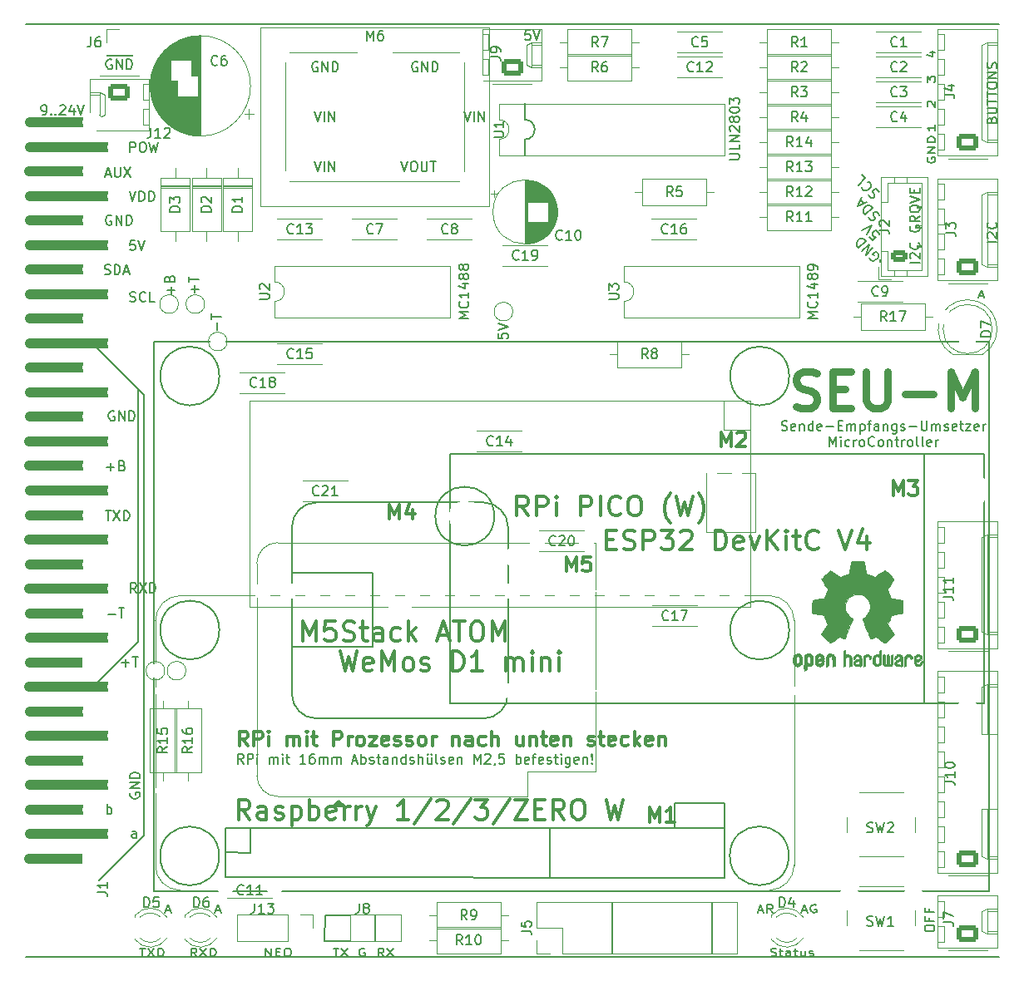
<source format=gbr>
%TF.GenerationSoftware,KiCad,Pcbnew,(6.0.9)*%
%TF.CreationDate,2022-12-06T19:52:46+01:00*%
%TF.ProjectId,SEU-M_1.04,5345552d-4d5f-4312-9e30-342e6b696361,1.04*%
%TF.SameCoordinates,Original*%
%TF.FileFunction,Legend,Top*%
%TF.FilePolarity,Positive*%
%FSLAX46Y46*%
G04 Gerber Fmt 4.6, Leading zero omitted, Abs format (unit mm)*
G04 Created by KiCad (PCBNEW (6.0.9)) date 2022-12-06 19:52:46*
%MOMM*%
%LPD*%
G01*
G04 APERTURE LIST*
G04 Aperture macros list*
%AMRoundRect*
0 Rectangle with rounded corners*
0 $1 Rounding radius*
0 $2 $3 $4 $5 $6 $7 $8 $9 X,Y pos of 4 corners*
0 Add a 4 corners polygon primitive as box body*
4,1,4,$2,$3,$4,$5,$6,$7,$8,$9,$2,$3,0*
0 Add four circle primitives for the rounded corners*
1,1,$1+$1,$2,$3*
1,1,$1+$1,$4,$5*
1,1,$1+$1,$6,$7*
1,1,$1+$1,$8,$9*
0 Add four rect primitives between the rounded corners*
20,1,$1+$1,$2,$3,$4,$5,0*
20,1,$1+$1,$4,$5,$6,$7,0*
20,1,$1+$1,$6,$7,$8,$9,0*
20,1,$1+$1,$8,$9,$2,$3,0*%
G04 Aperture macros list end*
%ADD10C,0.150000*%
%ADD11C,0.300000*%
%ADD12C,0.750000*%
%ADD13C,0.120000*%
%ADD14C,0.100000*%
%ADD15C,1.000000*%
%ADD16C,0.127000*%
%ADD17C,0.010000*%
%ADD18C,1.675000*%
%ADD19C,2.075000*%
%ADD20C,1.400000*%
%ADD21R,1.800000X1.800000*%
%ADD22C,1.800000*%
%ADD23C,3.800000*%
%ADD24C,2.400000*%
%ADD25C,3.200000*%
%ADD26C,2.000000*%
%ADD27R,1.700000X1.700000*%
%ADD28O,1.700000X1.700000*%
%ADD29C,1.600000*%
%ADD30RoundRect,0.250000X0.625000X-0.350000X0.625000X0.350000X-0.625000X0.350000X-0.625000X-0.350000X0*%
%ADD31O,1.750000X1.200000*%
%ADD32R,2.000000X2.000000*%
%ADD33C,3.600000*%
%ADD34O,1.600000X1.600000*%
%ADD35R,1.600000X1.600000*%
%ADD36R,2.200000X2.200000*%
%ADD37O,2.200000X2.200000*%
%ADD38C,1.700000*%
%ADD39O,1.600000X2.000000*%
%ADD40C,1.500000*%
%ADD41RoundRect,0.250000X-0.845000X0.620000X-0.845000X-0.620000X0.845000X-0.620000X0.845000X0.620000X0*%
%ADD42O,2.190000X1.740000*%
%ADD43RoundRect,0.250000X0.845000X-0.620000X0.845000X0.620000X-0.845000X0.620000X-0.845000X-0.620000X0*%
G04 APERTURE END LIST*
D10*
X153322976Y-131133809D02*
X153465833Y-131171904D01*
X153703928Y-131171904D01*
X153799166Y-131133809D01*
X153846785Y-131095714D01*
X153894404Y-131019523D01*
X153894404Y-130943333D01*
X153846785Y-130867142D01*
X153799166Y-130829047D01*
X153703928Y-130790952D01*
X153513452Y-130752857D01*
X153418214Y-130714761D01*
X153370595Y-130676666D01*
X153322976Y-130600476D01*
X153322976Y-130524285D01*
X153370595Y-130448095D01*
X153418214Y-130410000D01*
X153513452Y-130371904D01*
X153751547Y-130371904D01*
X153894404Y-130410000D01*
X154180119Y-130638571D02*
X154561071Y-130638571D01*
X154322976Y-130371904D02*
X154322976Y-131057619D01*
X154370595Y-131133809D01*
X154465833Y-131171904D01*
X154561071Y-131171904D01*
X155322976Y-131171904D02*
X155322976Y-130752857D01*
X155275357Y-130676666D01*
X155180119Y-130638571D01*
X154989642Y-130638571D01*
X154894404Y-130676666D01*
X155322976Y-131133809D02*
X155227738Y-131171904D01*
X154989642Y-131171904D01*
X154894404Y-131133809D01*
X154846785Y-131057619D01*
X154846785Y-130981428D01*
X154894404Y-130905238D01*
X154989642Y-130867142D01*
X155227738Y-130867142D01*
X155322976Y-130829047D01*
X155656309Y-130638571D02*
X156037261Y-130638571D01*
X155799166Y-130371904D02*
X155799166Y-131057619D01*
X155846785Y-131133809D01*
X155942023Y-131171904D01*
X156037261Y-131171904D01*
X156799166Y-130638571D02*
X156799166Y-131171904D01*
X156370595Y-130638571D02*
X156370595Y-131057619D01*
X156418214Y-131133809D01*
X156513452Y-131171904D01*
X156656309Y-131171904D01*
X156751547Y-131133809D01*
X156799166Y-131095714D01*
X157227738Y-131133809D02*
X157322976Y-131171904D01*
X157513452Y-131171904D01*
X157608690Y-131133809D01*
X157656309Y-131057619D01*
X157656309Y-131019523D01*
X157608690Y-130943333D01*
X157513452Y-130905238D01*
X157370595Y-130905238D01*
X157275357Y-130867142D01*
X157227738Y-130790952D01*
X157227738Y-130752857D01*
X157275357Y-130676666D01*
X157370595Y-130638571D01*
X157513452Y-130638571D01*
X157608690Y-130676666D01*
X154412657Y-77603161D02*
X154555514Y-77650780D01*
X154793609Y-77650780D01*
X154888847Y-77603161D01*
X154936466Y-77555542D01*
X154984085Y-77460304D01*
X154984085Y-77365066D01*
X154936466Y-77269828D01*
X154888847Y-77222209D01*
X154793609Y-77174590D01*
X154603133Y-77126971D01*
X154507895Y-77079352D01*
X154460276Y-77031733D01*
X154412657Y-76936495D01*
X154412657Y-76841257D01*
X154460276Y-76746019D01*
X154507895Y-76698400D01*
X154603133Y-76650780D01*
X154841228Y-76650780D01*
X154984085Y-76698400D01*
X155793609Y-77603161D02*
X155698371Y-77650780D01*
X155507895Y-77650780D01*
X155412657Y-77603161D01*
X155365038Y-77507923D01*
X155365038Y-77126971D01*
X155412657Y-77031733D01*
X155507895Y-76984114D01*
X155698371Y-76984114D01*
X155793609Y-77031733D01*
X155841228Y-77126971D01*
X155841228Y-77222209D01*
X155365038Y-77317447D01*
X156269800Y-76984114D02*
X156269800Y-77650780D01*
X156269800Y-77079352D02*
X156317419Y-77031733D01*
X156412657Y-76984114D01*
X156555514Y-76984114D01*
X156650752Y-77031733D01*
X156698371Y-77126971D01*
X156698371Y-77650780D01*
X157603133Y-77650780D02*
X157603133Y-76650780D01*
X157603133Y-77603161D02*
X157507895Y-77650780D01*
X157317419Y-77650780D01*
X157222180Y-77603161D01*
X157174561Y-77555542D01*
X157126942Y-77460304D01*
X157126942Y-77174590D01*
X157174561Y-77079352D01*
X157222180Y-77031733D01*
X157317419Y-76984114D01*
X157507895Y-76984114D01*
X157603133Y-77031733D01*
X158460276Y-77603161D02*
X158365038Y-77650780D01*
X158174561Y-77650780D01*
X158079323Y-77603161D01*
X158031704Y-77507923D01*
X158031704Y-77126971D01*
X158079323Y-77031733D01*
X158174561Y-76984114D01*
X158365038Y-76984114D01*
X158460276Y-77031733D01*
X158507895Y-77126971D01*
X158507895Y-77222209D01*
X158031704Y-77317447D01*
X158936466Y-77269828D02*
X159698371Y-77269828D01*
X160174561Y-77126971D02*
X160507895Y-77126971D01*
X160650752Y-77650780D02*
X160174561Y-77650780D01*
X160174561Y-76650780D01*
X160650752Y-76650780D01*
X161079323Y-77650780D02*
X161079323Y-76984114D01*
X161079323Y-77079352D02*
X161126942Y-77031733D01*
X161222180Y-76984114D01*
X161365038Y-76984114D01*
X161460276Y-77031733D01*
X161507895Y-77126971D01*
X161507895Y-77650780D01*
X161507895Y-77126971D02*
X161555514Y-77031733D01*
X161650752Y-76984114D01*
X161793609Y-76984114D01*
X161888847Y-77031733D01*
X161936466Y-77126971D01*
X161936466Y-77650780D01*
X162412657Y-76984114D02*
X162412657Y-77984114D01*
X162412657Y-77031733D02*
X162507895Y-76984114D01*
X162698371Y-76984114D01*
X162793609Y-77031733D01*
X162841228Y-77079352D01*
X162888847Y-77174590D01*
X162888847Y-77460304D01*
X162841228Y-77555542D01*
X162793609Y-77603161D01*
X162698371Y-77650780D01*
X162507895Y-77650780D01*
X162412657Y-77603161D01*
X163174561Y-76984114D02*
X163555514Y-76984114D01*
X163317419Y-77650780D02*
X163317419Y-76793638D01*
X163365038Y-76698400D01*
X163460276Y-76650780D01*
X163555514Y-76650780D01*
X164317419Y-77650780D02*
X164317419Y-77126971D01*
X164269800Y-77031733D01*
X164174561Y-76984114D01*
X163984085Y-76984114D01*
X163888847Y-77031733D01*
X164317419Y-77603161D02*
X164222180Y-77650780D01*
X163984085Y-77650780D01*
X163888847Y-77603161D01*
X163841228Y-77507923D01*
X163841228Y-77412685D01*
X163888847Y-77317447D01*
X163984085Y-77269828D01*
X164222180Y-77269828D01*
X164317419Y-77222209D01*
X164793609Y-76984114D02*
X164793609Y-77650780D01*
X164793609Y-77079352D02*
X164841228Y-77031733D01*
X164936466Y-76984114D01*
X165079323Y-76984114D01*
X165174561Y-77031733D01*
X165222180Y-77126971D01*
X165222180Y-77650780D01*
X166126942Y-76984114D02*
X166126942Y-77793638D01*
X166079323Y-77888876D01*
X166031704Y-77936495D01*
X165936466Y-77984114D01*
X165793609Y-77984114D01*
X165698371Y-77936495D01*
X166126942Y-77603161D02*
X166031704Y-77650780D01*
X165841228Y-77650780D01*
X165745990Y-77603161D01*
X165698371Y-77555542D01*
X165650752Y-77460304D01*
X165650752Y-77174590D01*
X165698371Y-77079352D01*
X165745990Y-77031733D01*
X165841228Y-76984114D01*
X166031704Y-76984114D01*
X166126942Y-77031733D01*
X166555514Y-77603161D02*
X166650752Y-77650780D01*
X166841228Y-77650780D01*
X166936466Y-77603161D01*
X166984085Y-77507923D01*
X166984085Y-77460304D01*
X166936466Y-77365066D01*
X166841228Y-77317447D01*
X166698371Y-77317447D01*
X166603133Y-77269828D01*
X166555514Y-77174590D01*
X166555514Y-77126971D01*
X166603133Y-77031733D01*
X166698371Y-76984114D01*
X166841228Y-76984114D01*
X166936466Y-77031733D01*
X167412657Y-77269828D02*
X168174561Y-77269828D01*
X168650752Y-76650780D02*
X168650752Y-77460304D01*
X168698371Y-77555542D01*
X168745990Y-77603161D01*
X168841228Y-77650780D01*
X169031704Y-77650780D01*
X169126942Y-77603161D01*
X169174561Y-77555542D01*
X169222180Y-77460304D01*
X169222180Y-76650780D01*
X169698371Y-77650780D02*
X169698371Y-76984114D01*
X169698371Y-77079352D02*
X169745990Y-77031733D01*
X169841228Y-76984114D01*
X169984085Y-76984114D01*
X170079323Y-77031733D01*
X170126942Y-77126971D01*
X170126942Y-77650780D01*
X170126942Y-77126971D02*
X170174561Y-77031733D01*
X170269800Y-76984114D01*
X170412657Y-76984114D01*
X170507895Y-77031733D01*
X170555514Y-77126971D01*
X170555514Y-77650780D01*
X170984085Y-77603161D02*
X171079323Y-77650780D01*
X171269800Y-77650780D01*
X171365038Y-77603161D01*
X171412657Y-77507923D01*
X171412657Y-77460304D01*
X171365038Y-77365066D01*
X171269800Y-77317447D01*
X171126942Y-77317447D01*
X171031704Y-77269828D01*
X170984085Y-77174590D01*
X170984085Y-77126971D01*
X171031704Y-77031733D01*
X171126942Y-76984114D01*
X171269800Y-76984114D01*
X171365038Y-77031733D01*
X172222180Y-77603161D02*
X172126942Y-77650780D01*
X171936466Y-77650780D01*
X171841228Y-77603161D01*
X171793609Y-77507923D01*
X171793609Y-77126971D01*
X171841228Y-77031733D01*
X171936466Y-76984114D01*
X172126942Y-76984114D01*
X172222180Y-77031733D01*
X172269800Y-77126971D01*
X172269800Y-77222209D01*
X171793609Y-77317447D01*
X172555514Y-76984114D02*
X172936466Y-76984114D01*
X172698371Y-76650780D02*
X172698371Y-77507923D01*
X172745990Y-77603161D01*
X172841228Y-77650780D01*
X172936466Y-77650780D01*
X173174561Y-76984114D02*
X173698371Y-76984114D01*
X173174561Y-77650780D01*
X173698371Y-77650780D01*
X174460276Y-77603161D02*
X174365038Y-77650780D01*
X174174561Y-77650780D01*
X174079323Y-77603161D01*
X174031704Y-77507923D01*
X174031704Y-77126971D01*
X174079323Y-77031733D01*
X174174561Y-76984114D01*
X174365038Y-76984114D01*
X174460276Y-77031733D01*
X174507895Y-77126971D01*
X174507895Y-77222209D01*
X174031704Y-77317447D01*
X174936466Y-77650780D02*
X174936466Y-76984114D01*
X174936466Y-77174590D02*
X174984085Y-77079352D01*
X175031704Y-77031733D01*
X175126942Y-76984114D01*
X175222180Y-76984114D01*
X159293609Y-79260780D02*
X159293609Y-78260780D01*
X159626942Y-78975066D01*
X159960276Y-78260780D01*
X159960276Y-79260780D01*
X160436466Y-79260780D02*
X160436466Y-78594114D01*
X160436466Y-78260780D02*
X160388847Y-78308400D01*
X160436466Y-78356019D01*
X160484085Y-78308400D01*
X160436466Y-78260780D01*
X160436466Y-78356019D01*
X161341228Y-79213161D02*
X161245990Y-79260780D01*
X161055514Y-79260780D01*
X160960276Y-79213161D01*
X160912657Y-79165542D01*
X160865038Y-79070304D01*
X160865038Y-78784590D01*
X160912657Y-78689352D01*
X160960276Y-78641733D01*
X161055514Y-78594114D01*
X161245990Y-78594114D01*
X161341228Y-78641733D01*
X161769800Y-79260780D02*
X161769800Y-78594114D01*
X161769800Y-78784590D02*
X161817419Y-78689352D01*
X161865038Y-78641733D01*
X161960276Y-78594114D01*
X162055514Y-78594114D01*
X162531704Y-79260780D02*
X162436466Y-79213161D01*
X162388847Y-79165542D01*
X162341228Y-79070304D01*
X162341228Y-78784590D01*
X162388847Y-78689352D01*
X162436466Y-78641733D01*
X162531704Y-78594114D01*
X162674561Y-78594114D01*
X162769800Y-78641733D01*
X162817419Y-78689352D01*
X162865038Y-78784590D01*
X162865038Y-79070304D01*
X162817419Y-79165542D01*
X162769800Y-79213161D01*
X162674561Y-79260780D01*
X162531704Y-79260780D01*
X163865038Y-79165542D02*
X163817419Y-79213161D01*
X163674561Y-79260780D01*
X163579323Y-79260780D01*
X163436466Y-79213161D01*
X163341228Y-79117923D01*
X163293609Y-79022685D01*
X163245990Y-78832209D01*
X163245990Y-78689352D01*
X163293609Y-78498876D01*
X163341228Y-78403638D01*
X163436466Y-78308400D01*
X163579323Y-78260780D01*
X163674561Y-78260780D01*
X163817419Y-78308400D01*
X163865038Y-78356019D01*
X164436466Y-79260780D02*
X164341228Y-79213161D01*
X164293609Y-79165542D01*
X164245990Y-79070304D01*
X164245990Y-78784590D01*
X164293609Y-78689352D01*
X164341228Y-78641733D01*
X164436466Y-78594114D01*
X164579323Y-78594114D01*
X164674561Y-78641733D01*
X164722180Y-78689352D01*
X164769800Y-78784590D01*
X164769800Y-79070304D01*
X164722180Y-79165542D01*
X164674561Y-79213161D01*
X164579323Y-79260780D01*
X164436466Y-79260780D01*
X165198371Y-78594114D02*
X165198371Y-79260780D01*
X165198371Y-78689352D02*
X165245990Y-78641733D01*
X165341228Y-78594114D01*
X165484085Y-78594114D01*
X165579323Y-78641733D01*
X165626942Y-78736971D01*
X165626942Y-79260780D01*
X165960276Y-78594114D02*
X166341228Y-78594114D01*
X166103133Y-78260780D02*
X166103133Y-79117923D01*
X166150752Y-79213161D01*
X166245990Y-79260780D01*
X166341228Y-79260780D01*
X166674561Y-79260780D02*
X166674561Y-78594114D01*
X166674561Y-78784590D02*
X166722180Y-78689352D01*
X166769800Y-78641733D01*
X166865038Y-78594114D01*
X166960276Y-78594114D01*
X167436466Y-79260780D02*
X167341228Y-79213161D01*
X167293609Y-79165542D01*
X167245990Y-79070304D01*
X167245990Y-78784590D01*
X167293609Y-78689352D01*
X167341228Y-78641733D01*
X167436466Y-78594114D01*
X167579323Y-78594114D01*
X167674561Y-78641733D01*
X167722180Y-78689352D01*
X167769800Y-78784590D01*
X167769800Y-79070304D01*
X167722180Y-79165542D01*
X167674561Y-79213161D01*
X167579323Y-79260780D01*
X167436466Y-79260780D01*
X168341228Y-79260780D02*
X168245990Y-79213161D01*
X168198371Y-79117923D01*
X168198371Y-78260780D01*
X168865038Y-79260780D02*
X168769800Y-79213161D01*
X168722180Y-79117923D01*
X168722180Y-78260780D01*
X169626942Y-79213161D02*
X169531704Y-79260780D01*
X169341228Y-79260780D01*
X169245990Y-79213161D01*
X169198371Y-79117923D01*
X169198371Y-78736971D01*
X169245990Y-78641733D01*
X169341228Y-78594114D01*
X169531704Y-78594114D01*
X169626942Y-78641733D01*
X169674561Y-78736971D01*
X169674561Y-78832209D01*
X169198371Y-78927447D01*
X170103133Y-79260780D02*
X170103133Y-78594114D01*
X170103133Y-78784590D02*
X170150752Y-78689352D01*
X170198371Y-78641733D01*
X170293609Y-78594114D01*
X170388847Y-78594114D01*
X143510000Y-115570000D02*
X143510000Y-118110000D01*
X148590000Y-115570000D02*
X143510000Y-115570000D01*
X148590000Y-118110000D02*
X148590000Y-115570000D01*
X101905595Y-131171904D02*
X101905595Y-130371904D01*
X102477023Y-131171904D01*
X102477023Y-130371904D01*
X102953214Y-130752857D02*
X103286547Y-130752857D01*
X103429404Y-131171904D02*
X102953214Y-131171904D01*
X102953214Y-130371904D01*
X103429404Y-130371904D01*
X104048452Y-130371904D02*
X104238928Y-130371904D01*
X104334166Y-130410000D01*
X104429404Y-130486190D01*
X104477023Y-130638571D01*
X104477023Y-130905238D01*
X104429404Y-131057619D01*
X104334166Y-131133809D01*
X104238928Y-131171904D01*
X104048452Y-131171904D01*
X103953214Y-131133809D01*
X103857976Y-131057619D01*
X103810357Y-130905238D01*
X103810357Y-130638571D01*
X103857976Y-130486190D01*
X103953214Y-130410000D01*
X104048452Y-130371904D01*
X174497976Y-63903333D02*
X174974166Y-63903333D01*
X174402738Y-64131904D02*
X174736071Y-63331904D01*
X175069404Y-64131904D01*
X91727976Y-126498333D02*
X92204166Y-126498333D01*
X91632738Y-126726904D02*
X91966071Y-125926904D01*
X92299404Y-126726904D01*
X96807976Y-126498333D02*
X97284166Y-126498333D01*
X96712738Y-126726904D02*
X97046071Y-125926904D01*
X97379404Y-126726904D01*
X168981380Y-128425380D02*
X168981380Y-128234904D01*
X169029000Y-128139666D01*
X169124238Y-128044428D01*
X169314714Y-127996809D01*
X169648047Y-127996809D01*
X169838523Y-128044428D01*
X169933761Y-128139666D01*
X169981380Y-128234904D01*
X169981380Y-128425380D01*
X169933761Y-128520619D01*
X169838523Y-128615857D01*
X169648047Y-128663476D01*
X169314714Y-128663476D01*
X169124238Y-128615857D01*
X169029000Y-128520619D01*
X168981380Y-128425380D01*
X169457571Y-127234904D02*
X169457571Y-127568238D01*
X169981380Y-127568238D02*
X168981380Y-127568238D01*
X168981380Y-127092047D01*
X169457571Y-126377761D02*
X169457571Y-126711095D01*
X169981380Y-126711095D02*
X168981380Y-126711095D01*
X168981380Y-126234904D01*
X175807571Y-46011095D02*
X175855190Y-45868238D01*
X175902809Y-45820619D01*
X175998047Y-45773000D01*
X176140904Y-45773000D01*
X176236142Y-45820619D01*
X176283761Y-45868238D01*
X176331380Y-45963476D01*
X176331380Y-46344428D01*
X175331380Y-46344428D01*
X175331380Y-46011095D01*
X175379000Y-45915857D01*
X175426619Y-45868238D01*
X175521857Y-45820619D01*
X175617095Y-45820619D01*
X175712333Y-45868238D01*
X175759952Y-45915857D01*
X175807571Y-46011095D01*
X175807571Y-46344428D01*
X175331380Y-45344428D02*
X176140904Y-45344428D01*
X176236142Y-45296809D01*
X176283761Y-45249190D01*
X176331380Y-45153952D01*
X176331380Y-44963476D01*
X176283761Y-44868238D01*
X176236142Y-44820619D01*
X176140904Y-44773000D01*
X175331380Y-44773000D01*
X175331380Y-44439666D02*
X175331380Y-43868238D01*
X176331380Y-44153952D02*
X175331380Y-44153952D01*
X175331380Y-43677761D02*
X175331380Y-43106333D01*
X176331380Y-43392047D02*
X175331380Y-43392047D01*
X175331380Y-42582523D02*
X175331380Y-42392047D01*
X175379000Y-42296809D01*
X175474238Y-42201571D01*
X175664714Y-42153952D01*
X175998047Y-42153952D01*
X176188523Y-42201571D01*
X176283761Y-42296809D01*
X176331380Y-42392047D01*
X176331380Y-42582523D01*
X176283761Y-42677761D01*
X176188523Y-42773000D01*
X175998047Y-42820619D01*
X175664714Y-42820619D01*
X175474238Y-42773000D01*
X175379000Y-42677761D01*
X175331380Y-42582523D01*
X176331380Y-41725380D02*
X175331380Y-41725380D01*
X176331380Y-41153952D01*
X175331380Y-41153952D01*
X176283761Y-40725380D02*
X176331380Y-40582523D01*
X176331380Y-40344428D01*
X176283761Y-40249190D01*
X176236142Y-40201571D01*
X176140904Y-40153952D01*
X176045666Y-40153952D01*
X175950428Y-40201571D01*
X175902809Y-40249190D01*
X175855190Y-40344428D01*
X175807571Y-40534904D01*
X175759952Y-40630142D01*
X175712333Y-40677761D01*
X175617095Y-40725380D01*
X175521857Y-40725380D01*
X175426619Y-40677761D01*
X175379000Y-40630142D01*
X175331380Y-40534904D01*
X175331380Y-40296809D01*
X175379000Y-40153952D01*
X89535000Y-118882000D02*
X84983000Y-123434000D01*
X89515950Y-74041000D02*
X89535000Y-118882000D01*
X128270000Y-45974000D02*
X128270000Y-44323000D01*
X125174000Y-86360000D02*
G75*
G03*
X125174000Y-86360000I-3000000J0D01*
G01*
X128270000Y-48006000D02*
X128270000Y-49657000D01*
X175506800Y-68580000D02*
X90556800Y-68580000D01*
X90556800Y-68580000D02*
X90556800Y-124590000D01*
X90556800Y-124590000D02*
X175506800Y-124590000D01*
X175506800Y-124590000D02*
X175506800Y-68580000D01*
X110515400Y-127016200D02*
X107950000Y-127000000D01*
X88900000Y-99187000D02*
X88900000Y-73406000D01*
X107950000Y-127000000D02*
X107915400Y-129676200D01*
X97790000Y-118110000D02*
X148590000Y-118110000D01*
X137160000Y-125730000D02*
X137160000Y-130810000D01*
X155190000Y-97970600D02*
G75*
G03*
X155190000Y-97970600I-3000000J0D01*
G01*
X88900000Y-99187000D02*
X84836000Y-103251000D01*
X100330000Y-120650000D02*
X97905000Y-120623000D01*
X147320000Y-125730000D02*
X147320000Y-130810000D01*
X130810000Y-118110000D02*
X130810000Y-123190000D01*
X97170000Y-120970000D02*
G75*
G03*
X97170000Y-120970000I-3000000J0D01*
G01*
X84474050Y-68961000D02*
X89515950Y-74041000D01*
X97790000Y-123151000D02*
X97790000Y-118110000D01*
X97190000Y-72085200D02*
G75*
G03*
X97190000Y-72085200I-3000000J0D01*
G01*
X155146000Y-120954800D02*
G75*
G03*
X155146000Y-120954800I-3000000J0D01*
G01*
X128270000Y-48006000D02*
G75*
G03*
X128270000Y-45974000I0J1016000D01*
G01*
X100330000Y-118110000D02*
X100330000Y-120650000D01*
X77470000Y-36250000D02*
X176530000Y-36250000D01*
X155190000Y-72085200D02*
G75*
G03*
X155190000Y-72085200I-3000000J0D01*
G01*
X168910000Y-80010000D02*
X168910000Y-105410000D01*
X148590000Y-123190000D02*
X97790000Y-123151000D01*
X77470000Y-131250000D02*
X176530000Y-131250000D01*
X97190000Y-97960000D02*
G75*
G03*
X97190000Y-97960000I-3000000J0D01*
G01*
X148590000Y-118110000D02*
X148590000Y-123190000D01*
X113030000Y-126944600D02*
X113030000Y-129595400D01*
X107915400Y-129676200D02*
X110515400Y-129676200D01*
X96970428Y-67394904D02*
X96970428Y-66633000D01*
X96351380Y-66299666D02*
X96351380Y-65728238D01*
X97351380Y-66013952D02*
X96351380Y-66013952D01*
X163323461Y-57925912D02*
X163660179Y-58262629D01*
X164030568Y-57959583D01*
X163963225Y-57959583D01*
X163862209Y-57925912D01*
X163693851Y-57757553D01*
X163660179Y-57656538D01*
X163660179Y-57589194D01*
X163693851Y-57488179D01*
X163862209Y-57319820D01*
X163963225Y-57286148D01*
X164030568Y-57286148D01*
X164131583Y-57319820D01*
X164299942Y-57488179D01*
X164333614Y-57589194D01*
X164333614Y-57656538D01*
X163087759Y-57690209D02*
X163559164Y-56747400D01*
X162616355Y-57218805D01*
X85733047Y-81351428D02*
X86494952Y-81351428D01*
X86114000Y-81732380D02*
X86114000Y-80970476D01*
X87304476Y-81208571D02*
X87447333Y-81256190D01*
X87494952Y-81303809D01*
X87542571Y-81399047D01*
X87542571Y-81541904D01*
X87494952Y-81637142D01*
X87447333Y-81684761D01*
X87352095Y-81732380D01*
X86971142Y-81732380D01*
X86971142Y-80732380D01*
X87304476Y-80732380D01*
X87399714Y-80780000D01*
X87447333Y-80827619D01*
X87494952Y-80922857D01*
X87494952Y-81018095D01*
X87447333Y-81113333D01*
X87399714Y-81160952D01*
X87304476Y-81208571D01*
X86971142Y-81208571D01*
X87249095Y-101290428D02*
X88011000Y-101290428D01*
X87630047Y-101671380D02*
X87630047Y-100909476D01*
X88344333Y-100671380D02*
X88915761Y-100671380D01*
X88630047Y-101671380D02*
X88630047Y-100671380D01*
X128818523Y-36875380D02*
X128342333Y-36875380D01*
X128294714Y-37351571D01*
X128342333Y-37303952D01*
X128437571Y-37256333D01*
X128675666Y-37256333D01*
X128770904Y-37303952D01*
X128818523Y-37351571D01*
X128866142Y-37446809D01*
X128866142Y-37684904D01*
X128818523Y-37780142D01*
X128770904Y-37827761D01*
X128675666Y-37875380D01*
X128437571Y-37875380D01*
X128342333Y-37827761D01*
X128294714Y-37780142D01*
X129151857Y-36875380D02*
X129485190Y-37875380D01*
X129818523Y-36875380D01*
X85764714Y-116708180D02*
X85764714Y-115708180D01*
X85764714Y-116089133D02*
X85859952Y-116041514D01*
X86050428Y-116041514D01*
X86145666Y-116089133D01*
X86193285Y-116136752D01*
X86240904Y-116231990D01*
X86240904Y-116517704D01*
X86193285Y-116612942D01*
X86145666Y-116660561D01*
X86050428Y-116708180D01*
X85859952Y-116708180D01*
X85764714Y-116660561D01*
X156497976Y-126498333D02*
X156974166Y-126498333D01*
X156402738Y-126726904D02*
X156736071Y-125926904D01*
X157069404Y-126726904D01*
X157926547Y-125965000D02*
X157831309Y-125926904D01*
X157688452Y-125926904D01*
X157545595Y-125965000D01*
X157450357Y-126041190D01*
X157402738Y-126117380D01*
X157355119Y-126269761D01*
X157355119Y-126384047D01*
X157402738Y-126536428D01*
X157450357Y-126612619D01*
X157545595Y-126688809D01*
X157688452Y-126726904D01*
X157783690Y-126726904D01*
X157926547Y-126688809D01*
X157974166Y-126650714D01*
X157974166Y-126384047D01*
X157783690Y-126384047D01*
X125563380Y-67754476D02*
X125563380Y-68230666D01*
X126039571Y-68278285D01*
X125991952Y-68230666D01*
X125944333Y-68135428D01*
X125944333Y-67897333D01*
X125991952Y-67802095D01*
X126039571Y-67754476D01*
X126134809Y-67706857D01*
X126372904Y-67706857D01*
X126468142Y-67754476D01*
X126515761Y-67802095D01*
X126563380Y-67897333D01*
X126563380Y-68135428D01*
X126515761Y-68230666D01*
X126468142Y-68278285D01*
X125563380Y-67421142D02*
X126563380Y-67087809D01*
X125563380Y-66754476D01*
X85524714Y-61697761D02*
X85667571Y-61745380D01*
X85905666Y-61745380D01*
X86000904Y-61697761D01*
X86048523Y-61650142D01*
X86096142Y-61554904D01*
X86096142Y-61459666D01*
X86048523Y-61364428D01*
X86000904Y-61316809D01*
X85905666Y-61269190D01*
X85715190Y-61221571D01*
X85619952Y-61173952D01*
X85572333Y-61126333D01*
X85524714Y-61031095D01*
X85524714Y-60935857D01*
X85572333Y-60840619D01*
X85619952Y-60793000D01*
X85715190Y-60745380D01*
X85953285Y-60745380D01*
X86096142Y-60793000D01*
X86524714Y-61745380D02*
X86524714Y-60745380D01*
X86762809Y-60745380D01*
X86905666Y-60793000D01*
X87000904Y-60888238D01*
X87048523Y-60983476D01*
X87096142Y-61173952D01*
X87096142Y-61316809D01*
X87048523Y-61507285D01*
X87000904Y-61602523D01*
X86905666Y-61697761D01*
X86762809Y-61745380D01*
X86524714Y-61745380D01*
X87477095Y-61459666D02*
X87953285Y-61459666D01*
X87381857Y-61745380D02*
X87715190Y-60745380D01*
X88048523Y-61745380D01*
X94887023Y-131171904D02*
X94553690Y-130790952D01*
X94315595Y-131171904D02*
X94315595Y-130371904D01*
X94696547Y-130371904D01*
X94791785Y-130410000D01*
X94839404Y-130448095D01*
X94887023Y-130524285D01*
X94887023Y-130638571D01*
X94839404Y-130714761D01*
X94791785Y-130752857D01*
X94696547Y-130790952D01*
X94315595Y-130790952D01*
X95220357Y-130371904D02*
X95887023Y-131171904D01*
X95887023Y-130371904D02*
X95220357Y-131171904D01*
X96267976Y-131171904D02*
X96267976Y-130371904D01*
X96506071Y-130371904D01*
X96648928Y-130410000D01*
X96744166Y-130486190D01*
X96791785Y-130562380D01*
X96839404Y-130714761D01*
X96839404Y-130829047D01*
X96791785Y-130981428D01*
X96744166Y-131057619D01*
X96648928Y-131133809D01*
X96506071Y-131171904D01*
X96267976Y-131171904D01*
X88035666Y-53285380D02*
X88369000Y-54285380D01*
X88702333Y-53285380D01*
X89035666Y-54285380D02*
X89035666Y-53285380D01*
X89273761Y-53285380D01*
X89416619Y-53333000D01*
X89511857Y-53428238D01*
X89559476Y-53523476D01*
X89607095Y-53713952D01*
X89607095Y-53856809D01*
X89559476Y-54047285D01*
X89511857Y-54142523D01*
X89416619Y-54237761D01*
X89273761Y-54285380D01*
X89035666Y-54285380D01*
X90035666Y-54285380D02*
X90035666Y-53285380D01*
X90273761Y-53285380D01*
X90416619Y-53333000D01*
X90511857Y-53428238D01*
X90559476Y-53523476D01*
X90607095Y-53713952D01*
X90607095Y-53856809D01*
X90559476Y-54047285D01*
X90511857Y-54142523D01*
X90416619Y-54237761D01*
X90273761Y-54285380D01*
X90035666Y-54285380D01*
X86207095Y-55763000D02*
X86111857Y-55715380D01*
X85969000Y-55715380D01*
X85826142Y-55763000D01*
X85730904Y-55858238D01*
X85683285Y-55953476D01*
X85635666Y-56143952D01*
X85635666Y-56286809D01*
X85683285Y-56477285D01*
X85730904Y-56572523D01*
X85826142Y-56667761D01*
X85969000Y-56715380D01*
X86064238Y-56715380D01*
X86207095Y-56667761D01*
X86254714Y-56620142D01*
X86254714Y-56286809D01*
X86064238Y-56286809D01*
X86683285Y-56715380D02*
X86683285Y-55715380D01*
X87254714Y-56715380D01*
X87254714Y-55715380D01*
X87730904Y-56715380D02*
X87730904Y-55715380D01*
X87969000Y-55715380D01*
X88111857Y-55763000D01*
X88207095Y-55858238D01*
X88254714Y-55953476D01*
X88302333Y-56143952D01*
X88302333Y-56286809D01*
X88254714Y-56477285D01*
X88207095Y-56572523D01*
X88111857Y-56667761D01*
X87969000Y-56715380D01*
X87730904Y-56715380D01*
X88733285Y-119121180D02*
X88733285Y-118597371D01*
X88685666Y-118502133D01*
X88590428Y-118454514D01*
X88399952Y-118454514D01*
X88304714Y-118502133D01*
X88733285Y-119073561D02*
X88638047Y-119121180D01*
X88399952Y-119121180D01*
X88304714Y-119073561D01*
X88257095Y-118978323D01*
X88257095Y-118883085D01*
X88304714Y-118787847D01*
X88399952Y-118740228D01*
X88638047Y-118740228D01*
X88733285Y-118692609D01*
X99641619Y-111577380D02*
X99308285Y-111101190D01*
X99070190Y-111577380D02*
X99070190Y-110577380D01*
X99451142Y-110577380D01*
X99546380Y-110625000D01*
X99594000Y-110672619D01*
X99641619Y-110767857D01*
X99641619Y-110910714D01*
X99594000Y-111005952D01*
X99546380Y-111053571D01*
X99451142Y-111101190D01*
X99070190Y-111101190D01*
X100070190Y-111577380D02*
X100070190Y-110577380D01*
X100451142Y-110577380D01*
X100546380Y-110625000D01*
X100594000Y-110672619D01*
X100641619Y-110767857D01*
X100641619Y-110910714D01*
X100594000Y-111005952D01*
X100546380Y-111053571D01*
X100451142Y-111101190D01*
X100070190Y-111101190D01*
X101070190Y-111577380D02*
X101070190Y-110910714D01*
X101070190Y-110577380D02*
X101022571Y-110625000D01*
X101070190Y-110672619D01*
X101117809Y-110625000D01*
X101070190Y-110577380D01*
X101070190Y-110672619D01*
X102308285Y-111577380D02*
X102308285Y-110910714D01*
X102308285Y-111005952D02*
X102355904Y-110958333D01*
X102451142Y-110910714D01*
X102594000Y-110910714D01*
X102689238Y-110958333D01*
X102736857Y-111053571D01*
X102736857Y-111577380D01*
X102736857Y-111053571D02*
X102784476Y-110958333D01*
X102879714Y-110910714D01*
X103022571Y-110910714D01*
X103117809Y-110958333D01*
X103165428Y-111053571D01*
X103165428Y-111577380D01*
X103641619Y-111577380D02*
X103641619Y-110910714D01*
X103641619Y-110577380D02*
X103594000Y-110625000D01*
X103641619Y-110672619D01*
X103689238Y-110625000D01*
X103641619Y-110577380D01*
X103641619Y-110672619D01*
X103974952Y-110910714D02*
X104355904Y-110910714D01*
X104117809Y-110577380D02*
X104117809Y-111434523D01*
X104165428Y-111529761D01*
X104260666Y-111577380D01*
X104355904Y-111577380D01*
X105974952Y-111577380D02*
X105403523Y-111577380D01*
X105689238Y-111577380D02*
X105689238Y-110577380D01*
X105594000Y-110720238D01*
X105498761Y-110815476D01*
X105403523Y-110863095D01*
X106832095Y-110577380D02*
X106641619Y-110577380D01*
X106546380Y-110625000D01*
X106498761Y-110672619D01*
X106403523Y-110815476D01*
X106355904Y-111005952D01*
X106355904Y-111386904D01*
X106403523Y-111482142D01*
X106451142Y-111529761D01*
X106546380Y-111577380D01*
X106736857Y-111577380D01*
X106832095Y-111529761D01*
X106879714Y-111482142D01*
X106927333Y-111386904D01*
X106927333Y-111148809D01*
X106879714Y-111053571D01*
X106832095Y-111005952D01*
X106736857Y-110958333D01*
X106546380Y-110958333D01*
X106451142Y-111005952D01*
X106403523Y-111053571D01*
X106355904Y-111148809D01*
X107355904Y-111577380D02*
X107355904Y-110910714D01*
X107355904Y-111005952D02*
X107403523Y-110958333D01*
X107498761Y-110910714D01*
X107641619Y-110910714D01*
X107736857Y-110958333D01*
X107784476Y-111053571D01*
X107784476Y-111577380D01*
X107784476Y-111053571D02*
X107832095Y-110958333D01*
X107927333Y-110910714D01*
X108070190Y-110910714D01*
X108165428Y-110958333D01*
X108213047Y-111053571D01*
X108213047Y-111577380D01*
X108689238Y-111577380D02*
X108689238Y-110910714D01*
X108689238Y-111005952D02*
X108736857Y-110958333D01*
X108832095Y-110910714D01*
X108974952Y-110910714D01*
X109070190Y-110958333D01*
X109117809Y-111053571D01*
X109117809Y-111577380D01*
X109117809Y-111053571D02*
X109165428Y-110958333D01*
X109260666Y-110910714D01*
X109403523Y-110910714D01*
X109498761Y-110958333D01*
X109546380Y-111053571D01*
X109546380Y-111577380D01*
X110736857Y-111291666D02*
X111213047Y-111291666D01*
X110641619Y-111577380D02*
X110974952Y-110577380D01*
X111308285Y-111577380D01*
X111641619Y-111577380D02*
X111641619Y-110577380D01*
X111641619Y-110958333D02*
X111736857Y-110910714D01*
X111927333Y-110910714D01*
X112022571Y-110958333D01*
X112070190Y-111005952D01*
X112117809Y-111101190D01*
X112117809Y-111386904D01*
X112070190Y-111482142D01*
X112022571Y-111529761D01*
X111927333Y-111577380D01*
X111736857Y-111577380D01*
X111641619Y-111529761D01*
X112498761Y-111529761D02*
X112594000Y-111577380D01*
X112784476Y-111577380D01*
X112879714Y-111529761D01*
X112927333Y-111434523D01*
X112927333Y-111386904D01*
X112879714Y-111291666D01*
X112784476Y-111244047D01*
X112641619Y-111244047D01*
X112546380Y-111196428D01*
X112498761Y-111101190D01*
X112498761Y-111053571D01*
X112546380Y-110958333D01*
X112641619Y-110910714D01*
X112784476Y-110910714D01*
X112879714Y-110958333D01*
X113213047Y-110910714D02*
X113594000Y-110910714D01*
X113355904Y-110577380D02*
X113355904Y-111434523D01*
X113403523Y-111529761D01*
X113498761Y-111577380D01*
X113594000Y-111577380D01*
X114355904Y-111577380D02*
X114355904Y-111053571D01*
X114308285Y-110958333D01*
X114213047Y-110910714D01*
X114022571Y-110910714D01*
X113927333Y-110958333D01*
X114355904Y-111529761D02*
X114260666Y-111577380D01*
X114022571Y-111577380D01*
X113927333Y-111529761D01*
X113879714Y-111434523D01*
X113879714Y-111339285D01*
X113927333Y-111244047D01*
X114022571Y-111196428D01*
X114260666Y-111196428D01*
X114355904Y-111148809D01*
X114832095Y-110910714D02*
X114832095Y-111577380D01*
X114832095Y-111005952D02*
X114879714Y-110958333D01*
X114974952Y-110910714D01*
X115117809Y-110910714D01*
X115213047Y-110958333D01*
X115260666Y-111053571D01*
X115260666Y-111577380D01*
X116165428Y-111577380D02*
X116165428Y-110577380D01*
X116165428Y-111529761D02*
X116070190Y-111577380D01*
X115879714Y-111577380D01*
X115784476Y-111529761D01*
X115736857Y-111482142D01*
X115689238Y-111386904D01*
X115689238Y-111101190D01*
X115736857Y-111005952D01*
X115784476Y-110958333D01*
X115879714Y-110910714D01*
X116070190Y-110910714D01*
X116165428Y-110958333D01*
X116594000Y-111529761D02*
X116689238Y-111577380D01*
X116879714Y-111577380D01*
X116974952Y-111529761D01*
X117022571Y-111434523D01*
X117022571Y-111386904D01*
X116974952Y-111291666D01*
X116879714Y-111244047D01*
X116736857Y-111244047D01*
X116641619Y-111196428D01*
X116594000Y-111101190D01*
X116594000Y-111053571D01*
X116641619Y-110958333D01*
X116736857Y-110910714D01*
X116879714Y-110910714D01*
X116974952Y-110958333D01*
X117451142Y-111577380D02*
X117451142Y-110577380D01*
X117879714Y-111577380D02*
X117879714Y-111053571D01*
X117832095Y-110958333D01*
X117736857Y-110910714D01*
X117594000Y-110910714D01*
X117498761Y-110958333D01*
X117451142Y-111005952D01*
X118784476Y-110910714D02*
X118784476Y-111577380D01*
X118355904Y-110910714D02*
X118355904Y-111434523D01*
X118403523Y-111529761D01*
X118498761Y-111577380D01*
X118641619Y-111577380D01*
X118736857Y-111529761D01*
X118784476Y-111482142D01*
X118403523Y-110577380D02*
X118451142Y-110625000D01*
X118403523Y-110672619D01*
X118355904Y-110625000D01*
X118403523Y-110577380D01*
X118403523Y-110672619D01*
X118784476Y-110577380D02*
X118832095Y-110625000D01*
X118784476Y-110672619D01*
X118736857Y-110625000D01*
X118784476Y-110577380D01*
X118784476Y-110672619D01*
X119403523Y-111577380D02*
X119308285Y-111529761D01*
X119260666Y-111434523D01*
X119260666Y-110577380D01*
X119736857Y-111529761D02*
X119832095Y-111577380D01*
X120022571Y-111577380D01*
X120117809Y-111529761D01*
X120165428Y-111434523D01*
X120165428Y-111386904D01*
X120117809Y-111291666D01*
X120022571Y-111244047D01*
X119879714Y-111244047D01*
X119784476Y-111196428D01*
X119736857Y-111101190D01*
X119736857Y-111053571D01*
X119784476Y-110958333D01*
X119879714Y-110910714D01*
X120022571Y-110910714D01*
X120117809Y-110958333D01*
X120974952Y-111529761D02*
X120879714Y-111577380D01*
X120689238Y-111577380D01*
X120594000Y-111529761D01*
X120546380Y-111434523D01*
X120546380Y-111053571D01*
X120594000Y-110958333D01*
X120689238Y-110910714D01*
X120879714Y-110910714D01*
X120974952Y-110958333D01*
X121022571Y-111053571D01*
X121022571Y-111148809D01*
X120546380Y-111244047D01*
X121451142Y-110910714D02*
X121451142Y-111577380D01*
X121451142Y-111005952D02*
X121498761Y-110958333D01*
X121594000Y-110910714D01*
X121736857Y-110910714D01*
X121832095Y-110958333D01*
X121879714Y-111053571D01*
X121879714Y-111577380D01*
X123117809Y-111577380D02*
X123117809Y-110577380D01*
X123451142Y-111291666D01*
X123784476Y-110577380D01*
X123784476Y-111577380D01*
X124213047Y-110672619D02*
X124260666Y-110625000D01*
X124355904Y-110577380D01*
X124593999Y-110577380D01*
X124689238Y-110625000D01*
X124736857Y-110672619D01*
X124784476Y-110767857D01*
X124784476Y-110863095D01*
X124736857Y-111005952D01*
X124165428Y-111577380D01*
X124784476Y-111577380D01*
X125260666Y-111529761D02*
X125260666Y-111577380D01*
X125213047Y-111672619D01*
X125165428Y-111720238D01*
X126165428Y-110577380D02*
X125689238Y-110577380D01*
X125641619Y-111053571D01*
X125689238Y-111005952D01*
X125784476Y-110958333D01*
X126022571Y-110958333D01*
X126117809Y-111005952D01*
X126165428Y-111053571D01*
X126213047Y-111148809D01*
X126213047Y-111386904D01*
X126165428Y-111482142D01*
X126117809Y-111529761D01*
X126022571Y-111577380D01*
X125784476Y-111577380D01*
X125689238Y-111529761D01*
X125641619Y-111482142D01*
X127403523Y-111577380D02*
X127403523Y-110577380D01*
X127403523Y-110958333D02*
X127498761Y-110910714D01*
X127689238Y-110910714D01*
X127784476Y-110958333D01*
X127832095Y-111005952D01*
X127879714Y-111101190D01*
X127879714Y-111386904D01*
X127832095Y-111482142D01*
X127784476Y-111529761D01*
X127689238Y-111577380D01*
X127498761Y-111577380D01*
X127403523Y-111529761D01*
X128689238Y-111529761D02*
X128593999Y-111577380D01*
X128403523Y-111577380D01*
X128308285Y-111529761D01*
X128260666Y-111434523D01*
X128260666Y-111053571D01*
X128308285Y-110958333D01*
X128403523Y-110910714D01*
X128593999Y-110910714D01*
X128689238Y-110958333D01*
X128736857Y-111053571D01*
X128736857Y-111148809D01*
X128260666Y-111244047D01*
X129022571Y-110910714D02*
X129403523Y-110910714D01*
X129165428Y-111577380D02*
X129165428Y-110720238D01*
X129213047Y-110625000D01*
X129308285Y-110577380D01*
X129403523Y-110577380D01*
X130117809Y-111529761D02*
X130022571Y-111577380D01*
X129832095Y-111577380D01*
X129736857Y-111529761D01*
X129689238Y-111434523D01*
X129689238Y-111053571D01*
X129736857Y-110958333D01*
X129832095Y-110910714D01*
X130022571Y-110910714D01*
X130117809Y-110958333D01*
X130165428Y-111053571D01*
X130165428Y-111148809D01*
X129689238Y-111244047D01*
X130546380Y-111529761D02*
X130641619Y-111577380D01*
X130832095Y-111577380D01*
X130927333Y-111529761D01*
X130974952Y-111434523D01*
X130974952Y-111386904D01*
X130927333Y-111291666D01*
X130832095Y-111244047D01*
X130689238Y-111244047D01*
X130593999Y-111196428D01*
X130546380Y-111101190D01*
X130546380Y-111053571D01*
X130593999Y-110958333D01*
X130689238Y-110910714D01*
X130832095Y-110910714D01*
X130927333Y-110958333D01*
X131260666Y-110910714D02*
X131641619Y-110910714D01*
X131403523Y-110577380D02*
X131403523Y-111434523D01*
X131451142Y-111529761D01*
X131546380Y-111577380D01*
X131641619Y-111577380D01*
X131974952Y-111577380D02*
X131974952Y-110910714D01*
X131974952Y-110577380D02*
X131927333Y-110625000D01*
X131974952Y-110672619D01*
X132022571Y-110625000D01*
X131974952Y-110577380D01*
X131974952Y-110672619D01*
X132879714Y-110910714D02*
X132879714Y-111720238D01*
X132832095Y-111815476D01*
X132784476Y-111863095D01*
X132689238Y-111910714D01*
X132546380Y-111910714D01*
X132451142Y-111863095D01*
X132879714Y-111529761D02*
X132784476Y-111577380D01*
X132594000Y-111577380D01*
X132498761Y-111529761D01*
X132451142Y-111482142D01*
X132403523Y-111386904D01*
X132403523Y-111101190D01*
X132451142Y-111005952D01*
X132498761Y-110958333D01*
X132594000Y-110910714D01*
X132784476Y-110910714D01*
X132879714Y-110958333D01*
X133736857Y-111529761D02*
X133641619Y-111577380D01*
X133451142Y-111577380D01*
X133355904Y-111529761D01*
X133308285Y-111434523D01*
X133308285Y-111053571D01*
X133355904Y-110958333D01*
X133451142Y-110910714D01*
X133641619Y-110910714D01*
X133736857Y-110958333D01*
X133784476Y-111053571D01*
X133784476Y-111148809D01*
X133308285Y-111244047D01*
X134213047Y-110910714D02*
X134213047Y-111577380D01*
X134213047Y-111005952D02*
X134260666Y-110958333D01*
X134355904Y-110910714D01*
X134498761Y-110910714D01*
X134594000Y-110958333D01*
X134641619Y-111053571D01*
X134641619Y-111577380D01*
X135117809Y-111482142D02*
X135165428Y-111529761D01*
X135117809Y-111577380D01*
X135070190Y-111529761D01*
X135117809Y-111482142D01*
X135117809Y-111577380D01*
X135117809Y-111196428D02*
X135070190Y-110625000D01*
X135117809Y-110577380D01*
X135165428Y-110625000D01*
X135117809Y-111196428D01*
X135117809Y-110577380D01*
X88111857Y-49275380D02*
X88111857Y-48275380D01*
X88492809Y-48275380D01*
X88588047Y-48323000D01*
X88635666Y-48370619D01*
X88683285Y-48465857D01*
X88683285Y-48608714D01*
X88635666Y-48703952D01*
X88588047Y-48751571D01*
X88492809Y-48799190D01*
X88111857Y-48799190D01*
X89302333Y-48275380D02*
X89492809Y-48275380D01*
X89588047Y-48323000D01*
X89683285Y-48418238D01*
X89730904Y-48608714D01*
X89730904Y-48942047D01*
X89683285Y-49132523D01*
X89588047Y-49227761D01*
X89492809Y-49275380D01*
X89302333Y-49275380D01*
X89207095Y-49227761D01*
X89111857Y-49132523D01*
X89064238Y-48942047D01*
X89064238Y-48608714D01*
X89111857Y-48418238D01*
X89207095Y-48323000D01*
X89302333Y-48275380D01*
X90064238Y-48275380D02*
X90302333Y-49275380D01*
X90492809Y-48561095D01*
X90683285Y-49275380D01*
X90921380Y-48275380D01*
X169233904Y-42177642D02*
X169233904Y-41558595D01*
X169538666Y-41891928D01*
X169538666Y-41749071D01*
X169576761Y-41653833D01*
X169614857Y-41606214D01*
X169691047Y-41558595D01*
X169881523Y-41558595D01*
X169957714Y-41606214D01*
X169995809Y-41653833D01*
X170033904Y-41749071D01*
X170033904Y-42034785D01*
X169995809Y-42130023D01*
X169957714Y-42177642D01*
D11*
X105716085Y-99075761D02*
X105716085Y-97075761D01*
X106382752Y-98504333D01*
X107049419Y-97075761D01*
X107049419Y-99075761D01*
X108954180Y-97075761D02*
X108001800Y-97075761D01*
X107906561Y-98028142D01*
X108001800Y-97932904D01*
X108192276Y-97837666D01*
X108668466Y-97837666D01*
X108858942Y-97932904D01*
X108954180Y-98028142D01*
X109049419Y-98218619D01*
X109049419Y-98694809D01*
X108954180Y-98885285D01*
X108858942Y-98980523D01*
X108668466Y-99075761D01*
X108192276Y-99075761D01*
X108001800Y-98980523D01*
X107906561Y-98885285D01*
X109811323Y-98980523D02*
X110097038Y-99075761D01*
X110573228Y-99075761D01*
X110763704Y-98980523D01*
X110858942Y-98885285D01*
X110954180Y-98694809D01*
X110954180Y-98504333D01*
X110858942Y-98313857D01*
X110763704Y-98218619D01*
X110573228Y-98123380D01*
X110192276Y-98028142D01*
X110001800Y-97932904D01*
X109906561Y-97837666D01*
X109811323Y-97647190D01*
X109811323Y-97456714D01*
X109906561Y-97266238D01*
X110001800Y-97171000D01*
X110192276Y-97075761D01*
X110668466Y-97075761D01*
X110954180Y-97171000D01*
X111525609Y-97742428D02*
X112287514Y-97742428D01*
X111811323Y-97075761D02*
X111811323Y-98790047D01*
X111906561Y-98980523D01*
X112097038Y-99075761D01*
X112287514Y-99075761D01*
X113811323Y-99075761D02*
X113811323Y-98028142D01*
X113716085Y-97837666D01*
X113525609Y-97742428D01*
X113144657Y-97742428D01*
X112954180Y-97837666D01*
X113811323Y-98980523D02*
X113620847Y-99075761D01*
X113144657Y-99075761D01*
X112954180Y-98980523D01*
X112858942Y-98790047D01*
X112858942Y-98599571D01*
X112954180Y-98409095D01*
X113144657Y-98313857D01*
X113620847Y-98313857D01*
X113811323Y-98218619D01*
X115620847Y-98980523D02*
X115430371Y-99075761D01*
X115049419Y-99075761D01*
X114858942Y-98980523D01*
X114763704Y-98885285D01*
X114668466Y-98694809D01*
X114668466Y-98123380D01*
X114763704Y-97932904D01*
X114858942Y-97837666D01*
X115049419Y-97742428D01*
X115430371Y-97742428D01*
X115620847Y-97837666D01*
X116477990Y-99075761D02*
X116477990Y-97075761D01*
X116668466Y-98313857D02*
X117239895Y-99075761D01*
X117239895Y-97742428D02*
X116477990Y-98504333D01*
X119525609Y-98504333D02*
X120477990Y-98504333D01*
X119335133Y-99075761D02*
X120001800Y-97075761D01*
X120668466Y-99075761D01*
X121049419Y-97075761D02*
X122192276Y-97075761D01*
X121620847Y-99075761D02*
X121620847Y-97075761D01*
X123239895Y-97075761D02*
X123620847Y-97075761D01*
X123811323Y-97171000D01*
X124001800Y-97361476D01*
X124097038Y-97742428D01*
X124097038Y-98409095D01*
X124001800Y-98790047D01*
X123811323Y-98980523D01*
X123620847Y-99075761D01*
X123239895Y-99075761D01*
X123049419Y-98980523D01*
X122858942Y-98790047D01*
X122763704Y-98409095D01*
X122763704Y-97742428D01*
X122858942Y-97361476D01*
X123049419Y-97171000D01*
X123239895Y-97075761D01*
X124954180Y-99075761D02*
X124954180Y-97075761D01*
X125620847Y-98504333D01*
X126287514Y-97075761D01*
X126287514Y-99075761D01*
D10*
X94710428Y-63624904D02*
X94710428Y-62863000D01*
X95091380Y-63243952D02*
X94329476Y-63243952D01*
X94091380Y-62529666D02*
X94091380Y-61958238D01*
X95091380Y-62243952D02*
X94091380Y-62243952D01*
X85630904Y-51549666D02*
X86107095Y-51549666D01*
X85535666Y-51835380D02*
X85869000Y-50835380D01*
X86202333Y-51835380D01*
X86535666Y-50835380D02*
X86535666Y-51644904D01*
X86583285Y-51740142D01*
X86630904Y-51787761D01*
X86726142Y-51835380D01*
X86916619Y-51835380D01*
X87011857Y-51787761D01*
X87059476Y-51740142D01*
X87107095Y-51644904D01*
X87107095Y-50835380D01*
X87488047Y-50835380D02*
X88154714Y-51835380D01*
X88154714Y-50835380D02*
X87488047Y-51835380D01*
X88741333Y-94178380D02*
X88408000Y-93702190D01*
X88169904Y-94178380D02*
X88169904Y-93178380D01*
X88550857Y-93178380D01*
X88646095Y-93226000D01*
X88693714Y-93273619D01*
X88741333Y-93368857D01*
X88741333Y-93511714D01*
X88693714Y-93606952D01*
X88646095Y-93654571D01*
X88550857Y-93702190D01*
X88169904Y-93702190D01*
X89074666Y-93178380D02*
X89741333Y-94178380D01*
X89741333Y-93178380D02*
X89074666Y-94178380D01*
X90122285Y-94178380D02*
X90122285Y-93178380D01*
X90360380Y-93178380D01*
X90503238Y-93226000D01*
X90598476Y-93321238D01*
X90646095Y-93416476D01*
X90693714Y-93606952D01*
X90693714Y-93749809D01*
X90646095Y-93940285D01*
X90598476Y-94035523D01*
X90503238Y-94130761D01*
X90360380Y-94178380D01*
X90122285Y-94178380D01*
D11*
X136625085Y-88731742D02*
X137291752Y-88731742D01*
X137577466Y-89779361D02*
X136625085Y-89779361D01*
X136625085Y-87779361D01*
X137577466Y-87779361D01*
X138339371Y-89684123D02*
X138625085Y-89779361D01*
X139101276Y-89779361D01*
X139291752Y-89684123D01*
X139386990Y-89588885D01*
X139482228Y-89398409D01*
X139482228Y-89207933D01*
X139386990Y-89017457D01*
X139291752Y-88922219D01*
X139101276Y-88826980D01*
X138720323Y-88731742D01*
X138529847Y-88636504D01*
X138434609Y-88541266D01*
X138339371Y-88350790D01*
X138339371Y-88160314D01*
X138434609Y-87969838D01*
X138529847Y-87874600D01*
X138720323Y-87779361D01*
X139196514Y-87779361D01*
X139482228Y-87874600D01*
X140339371Y-89779361D02*
X140339371Y-87779361D01*
X141101276Y-87779361D01*
X141291752Y-87874600D01*
X141386990Y-87969838D01*
X141482228Y-88160314D01*
X141482228Y-88446028D01*
X141386990Y-88636504D01*
X141291752Y-88731742D01*
X141101276Y-88826980D01*
X140339371Y-88826980D01*
X142148895Y-87779361D02*
X143386990Y-87779361D01*
X142720323Y-88541266D01*
X143006038Y-88541266D01*
X143196514Y-88636504D01*
X143291752Y-88731742D01*
X143386990Y-88922219D01*
X143386990Y-89398409D01*
X143291752Y-89588885D01*
X143196514Y-89684123D01*
X143006038Y-89779361D01*
X142434609Y-89779361D01*
X142244133Y-89684123D01*
X142148895Y-89588885D01*
X144148895Y-87969838D02*
X144244133Y-87874600D01*
X144434609Y-87779361D01*
X144910800Y-87779361D01*
X145101276Y-87874600D01*
X145196514Y-87969838D01*
X145291752Y-88160314D01*
X145291752Y-88350790D01*
X145196514Y-88636504D01*
X144053657Y-89779361D01*
X145291752Y-89779361D01*
X147672704Y-89779361D02*
X147672704Y-87779361D01*
X148148895Y-87779361D01*
X148434609Y-87874600D01*
X148625085Y-88065076D01*
X148720323Y-88255552D01*
X148815561Y-88636504D01*
X148815561Y-88922219D01*
X148720323Y-89303171D01*
X148625085Y-89493647D01*
X148434609Y-89684123D01*
X148148895Y-89779361D01*
X147672704Y-89779361D01*
X150434609Y-89684123D02*
X150244133Y-89779361D01*
X149863180Y-89779361D01*
X149672704Y-89684123D01*
X149577466Y-89493647D01*
X149577466Y-88731742D01*
X149672704Y-88541266D01*
X149863180Y-88446028D01*
X150244133Y-88446028D01*
X150434609Y-88541266D01*
X150529847Y-88731742D01*
X150529847Y-88922219D01*
X149577466Y-89112695D01*
X151196514Y-88446028D02*
X151672704Y-89779361D01*
X152148895Y-88446028D01*
X152910800Y-89779361D02*
X152910800Y-87779361D01*
X154053657Y-89779361D02*
X153196514Y-88636504D01*
X154053657Y-87779361D02*
X152910800Y-88922219D01*
X154910800Y-89779361D02*
X154910800Y-88446028D01*
X154910800Y-87779361D02*
X154815561Y-87874600D01*
X154910800Y-87969838D01*
X155006038Y-87874600D01*
X154910800Y-87779361D01*
X154910800Y-87969838D01*
X155577466Y-88446028D02*
X156339371Y-88446028D01*
X155863180Y-87779361D02*
X155863180Y-89493647D01*
X155958419Y-89684123D01*
X156148895Y-89779361D01*
X156339371Y-89779361D01*
X158148895Y-89588885D02*
X158053657Y-89684123D01*
X157767942Y-89779361D01*
X157577466Y-89779361D01*
X157291752Y-89684123D01*
X157101276Y-89493647D01*
X157006038Y-89303171D01*
X156910799Y-88922219D01*
X156910799Y-88636504D01*
X157006038Y-88255552D01*
X157101276Y-88065076D01*
X157291752Y-87874600D01*
X157577466Y-87779361D01*
X157767942Y-87779361D01*
X158053657Y-87874600D01*
X158148895Y-87969838D01*
X160244133Y-87779361D02*
X160910799Y-89779361D01*
X161577466Y-87779361D01*
X163101276Y-88446028D02*
X163101276Y-89779361D01*
X162625085Y-87684123D02*
X162148895Y-89112695D01*
X163386990Y-89112695D01*
D10*
X92273428Y-63745952D02*
X92273428Y-62984047D01*
X92654380Y-63365000D02*
X91892476Y-63365000D01*
X92130571Y-62174523D02*
X92178190Y-62031666D01*
X92225809Y-61984047D01*
X92321047Y-61936428D01*
X92463904Y-61936428D01*
X92559142Y-61984047D01*
X92606761Y-62031666D01*
X92654380Y-62126904D01*
X92654380Y-62507857D01*
X91654380Y-62507857D01*
X91654380Y-62174523D01*
X91702000Y-62079285D01*
X91749619Y-62031666D01*
X91844857Y-61984047D01*
X91940095Y-61984047D01*
X92035333Y-62031666D01*
X92082952Y-62079285D01*
X92130571Y-62174523D01*
X92130571Y-62507857D01*
X169272000Y-49813595D02*
X169233904Y-49908833D01*
X169233904Y-50051690D01*
X169272000Y-50194547D01*
X169348190Y-50289785D01*
X169424380Y-50337404D01*
X169576761Y-50385023D01*
X169691047Y-50385023D01*
X169843428Y-50337404D01*
X169919619Y-50289785D01*
X169995809Y-50194547D01*
X170033904Y-50051690D01*
X170033904Y-49956452D01*
X169995809Y-49813595D01*
X169957714Y-49765976D01*
X169691047Y-49765976D01*
X169691047Y-49956452D01*
X170033904Y-49337404D02*
X169233904Y-49337404D01*
X170033904Y-48765976D01*
X169233904Y-48765976D01*
X170033904Y-48289785D02*
X169233904Y-48289785D01*
X169233904Y-48051690D01*
X169272000Y-47908833D01*
X169348190Y-47813595D01*
X169424380Y-47765976D01*
X169576761Y-47718357D01*
X169691047Y-47718357D01*
X169843428Y-47765976D01*
X169919619Y-47813595D01*
X169995809Y-47908833D01*
X170033904Y-48051690D01*
X170033904Y-48289785D01*
X88098523Y-64477761D02*
X88241380Y-64525380D01*
X88479476Y-64525380D01*
X88574714Y-64477761D01*
X88622333Y-64430142D01*
X88669952Y-64334904D01*
X88669952Y-64239666D01*
X88622333Y-64144428D01*
X88574714Y-64096809D01*
X88479476Y-64049190D01*
X88289000Y-64001571D01*
X88193761Y-63953952D01*
X88146142Y-63906333D01*
X88098523Y-63811095D01*
X88098523Y-63715857D01*
X88146142Y-63620619D01*
X88193761Y-63573000D01*
X88289000Y-63525380D01*
X88527095Y-63525380D01*
X88669952Y-63573000D01*
X89669952Y-64430142D02*
X89622333Y-64477761D01*
X89479476Y-64525380D01*
X89384238Y-64525380D01*
X89241380Y-64477761D01*
X89146142Y-64382523D01*
X89098523Y-64287285D01*
X89050904Y-64096809D01*
X89050904Y-63953952D01*
X89098523Y-63763476D01*
X89146142Y-63668238D01*
X89241380Y-63573000D01*
X89384238Y-63525380D01*
X89479476Y-63525380D01*
X89622333Y-63573000D01*
X89669952Y-63620619D01*
X90574714Y-64525380D02*
X90098523Y-64525380D01*
X90098523Y-63525380D01*
X88598523Y-58285380D02*
X88122333Y-58285380D01*
X88074714Y-58761571D01*
X88122333Y-58713952D01*
X88217571Y-58666333D01*
X88455666Y-58666333D01*
X88550904Y-58713952D01*
X88598523Y-58761571D01*
X88646142Y-58856809D01*
X88646142Y-59094904D01*
X88598523Y-59190142D01*
X88550904Y-59237761D01*
X88455666Y-59285380D01*
X88217571Y-59285380D01*
X88122333Y-59237761D01*
X88074714Y-59190142D01*
X88931857Y-58285380D02*
X89265190Y-59285380D01*
X89598523Y-58285380D01*
X86487095Y-75700000D02*
X86391857Y-75652380D01*
X86249000Y-75652380D01*
X86106142Y-75700000D01*
X86010904Y-75795238D01*
X85963285Y-75890476D01*
X85915666Y-76080952D01*
X85915666Y-76223809D01*
X85963285Y-76414285D01*
X86010904Y-76509523D01*
X86106142Y-76604761D01*
X86249000Y-76652380D01*
X86344238Y-76652380D01*
X86487095Y-76604761D01*
X86534714Y-76557142D01*
X86534714Y-76223809D01*
X86344238Y-76223809D01*
X86963285Y-76652380D02*
X86963285Y-75652380D01*
X87534714Y-76652380D01*
X87534714Y-75652380D01*
X88010904Y-76652380D02*
X88010904Y-75652380D01*
X88249000Y-75652380D01*
X88391857Y-75700000D01*
X88487095Y-75795238D01*
X88534714Y-75890476D01*
X88582333Y-76080952D01*
X88582333Y-76223809D01*
X88534714Y-76414285D01*
X88487095Y-76509523D01*
X88391857Y-76604761D01*
X88249000Y-76652380D01*
X88010904Y-76652380D01*
X164323003Y-53387583D02*
X164255660Y-53252896D01*
X164087301Y-53084538D01*
X163986286Y-53050866D01*
X163918942Y-53050866D01*
X163817927Y-53084538D01*
X163750583Y-53151881D01*
X163716912Y-53252896D01*
X163716912Y-53320240D01*
X163750583Y-53421255D01*
X163851599Y-53589614D01*
X163885270Y-53690629D01*
X163885270Y-53757973D01*
X163851599Y-53858988D01*
X163784255Y-53926331D01*
X163683240Y-53960003D01*
X163615896Y-53960003D01*
X163514881Y-53926331D01*
X163346522Y-53757973D01*
X163279179Y-53623286D01*
X163178164Y-52310087D02*
X163245507Y-52310087D01*
X163380194Y-52377431D01*
X163447538Y-52444774D01*
X163514881Y-52579461D01*
X163514881Y-52714148D01*
X163481209Y-52815164D01*
X163380194Y-52983522D01*
X163279179Y-53084538D01*
X163110820Y-53185553D01*
X163009805Y-53219225D01*
X162875118Y-53219225D01*
X162740431Y-53151881D01*
X162673087Y-53084538D01*
X162605744Y-52949851D01*
X162605744Y-52882507D01*
X162605744Y-51602981D02*
X162942461Y-51939698D01*
X162235355Y-52646805D01*
X149121380Y-50032047D02*
X149930904Y-50032047D01*
X150026142Y-49984428D01*
X150073761Y-49936809D01*
X150121380Y-49841571D01*
X150121380Y-49651095D01*
X150073761Y-49555857D01*
X150026142Y-49508238D01*
X149930904Y-49460619D01*
X149121380Y-49460619D01*
X150121380Y-48508238D02*
X150121380Y-48984428D01*
X149121380Y-48984428D01*
X150121380Y-48174904D02*
X149121380Y-48174904D01*
X150121380Y-47603476D01*
X149121380Y-47603476D01*
X149216619Y-47174904D02*
X149169000Y-47127285D01*
X149121380Y-47032047D01*
X149121380Y-46793952D01*
X149169000Y-46698714D01*
X149216619Y-46651095D01*
X149311857Y-46603476D01*
X149407095Y-46603476D01*
X149549952Y-46651095D01*
X150121380Y-47222523D01*
X150121380Y-46603476D01*
X149549952Y-46032047D02*
X149502333Y-46127285D01*
X149454714Y-46174904D01*
X149359476Y-46222523D01*
X149311857Y-46222523D01*
X149216619Y-46174904D01*
X149169000Y-46127285D01*
X149121380Y-46032047D01*
X149121380Y-45841571D01*
X149169000Y-45746333D01*
X149216619Y-45698714D01*
X149311857Y-45651095D01*
X149359476Y-45651095D01*
X149454714Y-45698714D01*
X149502333Y-45746333D01*
X149549952Y-45841571D01*
X149549952Y-46032047D01*
X149597571Y-46127285D01*
X149645190Y-46174904D01*
X149740428Y-46222523D01*
X149930904Y-46222523D01*
X150026142Y-46174904D01*
X150073761Y-46127285D01*
X150121380Y-46032047D01*
X150121380Y-45841571D01*
X150073761Y-45746333D01*
X150026142Y-45698714D01*
X149930904Y-45651095D01*
X149740428Y-45651095D01*
X149645190Y-45698714D01*
X149597571Y-45746333D01*
X149549952Y-45841571D01*
X149121380Y-45032047D02*
X149121380Y-44936809D01*
X149169000Y-44841571D01*
X149216619Y-44793952D01*
X149311857Y-44746333D01*
X149502333Y-44698714D01*
X149740428Y-44698714D01*
X149930904Y-44746333D01*
X150026142Y-44793952D01*
X150073761Y-44841571D01*
X150121380Y-44936809D01*
X150121380Y-45032047D01*
X150073761Y-45127285D01*
X150026142Y-45174904D01*
X149930904Y-45222523D01*
X149740428Y-45270142D01*
X149502333Y-45270142D01*
X149311857Y-45222523D01*
X149216619Y-45174904D01*
X149169000Y-45127285D01*
X149121380Y-45032047D01*
X149121380Y-44365380D02*
X149121380Y-43746333D01*
X149502333Y-44079666D01*
X149502333Y-43936809D01*
X149549952Y-43841571D01*
X149597571Y-43793952D01*
X149692809Y-43746333D01*
X149930904Y-43746333D01*
X150026142Y-43793952D01*
X150073761Y-43841571D01*
X150121380Y-43936809D01*
X150121380Y-44222523D01*
X150073761Y-44317761D01*
X150026142Y-44365380D01*
X163380194Y-60074301D02*
X163413866Y-60175316D01*
X163514881Y-60276331D01*
X163649568Y-60343675D01*
X163784255Y-60343675D01*
X163885270Y-60310003D01*
X164053629Y-60208988D01*
X164154644Y-60107973D01*
X164255660Y-59939614D01*
X164289331Y-59838599D01*
X164289331Y-59703912D01*
X164221988Y-59569225D01*
X164154644Y-59501881D01*
X164019957Y-59434538D01*
X163952614Y-59434538D01*
X163716912Y-59670240D01*
X163851599Y-59804927D01*
X163716912Y-59064148D02*
X163009805Y-59771255D01*
X163312851Y-58660087D01*
X162605744Y-59367194D01*
X162976133Y-58323370D02*
X162269026Y-59030477D01*
X162100668Y-58862118D01*
X162033324Y-58727431D01*
X162033324Y-58592744D01*
X162066996Y-58491729D01*
X162168011Y-58323370D01*
X162269026Y-58222355D01*
X162437385Y-58121339D01*
X162538400Y-58087668D01*
X162673087Y-58087668D01*
X162807774Y-58155011D01*
X162976133Y-58323370D01*
X169310095Y-44670023D02*
X169272000Y-44622404D01*
X169233904Y-44527166D01*
X169233904Y-44289071D01*
X169272000Y-44193833D01*
X169310095Y-44146214D01*
X169386285Y-44098595D01*
X169462476Y-44098595D01*
X169576761Y-44146214D01*
X170033904Y-44717642D01*
X170033904Y-44098595D01*
D11*
X128626647Y-86324961D02*
X127959980Y-85372580D01*
X127483790Y-86324961D02*
X127483790Y-84324961D01*
X128245695Y-84324961D01*
X128436171Y-84420200D01*
X128531409Y-84515438D01*
X128626647Y-84705914D01*
X128626647Y-84991628D01*
X128531409Y-85182104D01*
X128436171Y-85277342D01*
X128245695Y-85372580D01*
X127483790Y-85372580D01*
X129483790Y-86324961D02*
X129483790Y-84324961D01*
X130245695Y-84324961D01*
X130436171Y-84420200D01*
X130531409Y-84515438D01*
X130626647Y-84705914D01*
X130626647Y-84991628D01*
X130531409Y-85182104D01*
X130436171Y-85277342D01*
X130245695Y-85372580D01*
X129483790Y-85372580D01*
X131483790Y-86324961D02*
X131483790Y-84991628D01*
X131483790Y-84324961D02*
X131388552Y-84420200D01*
X131483790Y-84515438D01*
X131579028Y-84420200D01*
X131483790Y-84324961D01*
X131483790Y-84515438D01*
X133959980Y-86324961D02*
X133959980Y-84324961D01*
X134721885Y-84324961D01*
X134912361Y-84420200D01*
X135007600Y-84515438D01*
X135102838Y-84705914D01*
X135102838Y-84991628D01*
X135007600Y-85182104D01*
X134912361Y-85277342D01*
X134721885Y-85372580D01*
X133959980Y-85372580D01*
X135959980Y-86324961D02*
X135959980Y-84324961D01*
X138055219Y-86134485D02*
X137959980Y-86229723D01*
X137674266Y-86324961D01*
X137483790Y-86324961D01*
X137198076Y-86229723D01*
X137007600Y-86039247D01*
X136912361Y-85848771D01*
X136817123Y-85467819D01*
X136817123Y-85182104D01*
X136912361Y-84801152D01*
X137007600Y-84610676D01*
X137198076Y-84420200D01*
X137483790Y-84324961D01*
X137674266Y-84324961D01*
X137959980Y-84420200D01*
X138055219Y-84515438D01*
X139293314Y-84324961D02*
X139674266Y-84324961D01*
X139864742Y-84420200D01*
X140055219Y-84610676D01*
X140150457Y-84991628D01*
X140150457Y-85658295D01*
X140055219Y-86039247D01*
X139864742Y-86229723D01*
X139674266Y-86324961D01*
X139293314Y-86324961D01*
X139102838Y-86229723D01*
X138912361Y-86039247D01*
X138817123Y-85658295D01*
X138817123Y-84991628D01*
X138912361Y-84610676D01*
X139102838Y-84420200D01*
X139293314Y-84324961D01*
X143102838Y-87086866D02*
X143007600Y-86991628D01*
X142817123Y-86705914D01*
X142721885Y-86515438D01*
X142626647Y-86229723D01*
X142531409Y-85753533D01*
X142531409Y-85372580D01*
X142626647Y-84896390D01*
X142721885Y-84610676D01*
X142817123Y-84420200D01*
X143007600Y-84134485D01*
X143102838Y-84039247D01*
X143674266Y-84324961D02*
X144150457Y-86324961D01*
X144531409Y-84896390D01*
X144912361Y-86324961D01*
X145388552Y-84324961D01*
X145959980Y-87086866D02*
X146055219Y-86991628D01*
X146245695Y-86705914D01*
X146340933Y-86515438D01*
X146436171Y-86229723D01*
X146531409Y-85753533D01*
X146531409Y-85372580D01*
X146436171Y-84896390D01*
X146340933Y-84610676D01*
X146245695Y-84420200D01*
X146055219Y-84134485D01*
X145959980Y-84039247D01*
D10*
X170033904Y-46511595D02*
X170033904Y-47083023D01*
X170033904Y-46797309D02*
X169233904Y-46797309D01*
X169348190Y-46892547D01*
X169424380Y-46987785D01*
X169462476Y-47083023D01*
D12*
X155903571Y-75177857D02*
X156439285Y-75356428D01*
X157332142Y-75356428D01*
X157689285Y-75177857D01*
X157867857Y-74999285D01*
X158046428Y-74642142D01*
X158046428Y-74285000D01*
X157867857Y-73927857D01*
X157689285Y-73749285D01*
X157332142Y-73570714D01*
X156617857Y-73392142D01*
X156260714Y-73213571D01*
X156082142Y-73035000D01*
X155903571Y-72677857D01*
X155903571Y-72320714D01*
X156082142Y-71963571D01*
X156260714Y-71785000D01*
X156617857Y-71606428D01*
X157510714Y-71606428D01*
X158046428Y-71785000D01*
X159653571Y-73392142D02*
X160903571Y-73392142D01*
X161439285Y-75356428D02*
X159653571Y-75356428D01*
X159653571Y-71606428D01*
X161439285Y-71606428D01*
X163046428Y-71606428D02*
X163046428Y-74642142D01*
X163225000Y-74999285D01*
X163403571Y-75177857D01*
X163760714Y-75356428D01*
X164475000Y-75356428D01*
X164832142Y-75177857D01*
X165010714Y-74999285D01*
X165189285Y-74642142D01*
X165189285Y-71606428D01*
X166975000Y-73927857D02*
X169832142Y-73927857D01*
X171617857Y-75356428D02*
X171617857Y-71606428D01*
X172867857Y-74285000D01*
X174117857Y-71606428D01*
X174117857Y-75356428D01*
D10*
X86233095Y-39886000D02*
X86137857Y-39838380D01*
X85995000Y-39838380D01*
X85852142Y-39886000D01*
X85756904Y-39981238D01*
X85709285Y-40076476D01*
X85661666Y-40266952D01*
X85661666Y-40409809D01*
X85709285Y-40600285D01*
X85756904Y-40695523D01*
X85852142Y-40790761D01*
X85995000Y-40838380D01*
X86090238Y-40838380D01*
X86233095Y-40790761D01*
X86280714Y-40743142D01*
X86280714Y-40409809D01*
X86090238Y-40409809D01*
X86709285Y-40838380D02*
X86709285Y-39838380D01*
X87280714Y-40838380D01*
X87280714Y-39838380D01*
X87756904Y-40838380D02*
X87756904Y-39838380D01*
X87995000Y-39838380D01*
X88137857Y-39886000D01*
X88233095Y-39981238D01*
X88280714Y-40076476D01*
X88328333Y-40266952D01*
X88328333Y-40409809D01*
X88280714Y-40600285D01*
X88233095Y-40695523D01*
X88137857Y-40790761D01*
X87995000Y-40838380D01*
X87756904Y-40838380D01*
X79151380Y-45495380D02*
X79341857Y-45495380D01*
X79437095Y-45447761D01*
X79484714Y-45400142D01*
X79579952Y-45257285D01*
X79627571Y-45066809D01*
X79627571Y-44685857D01*
X79579952Y-44590619D01*
X79532333Y-44543000D01*
X79437095Y-44495380D01*
X79246619Y-44495380D01*
X79151380Y-44543000D01*
X79103761Y-44590619D01*
X79056142Y-44685857D01*
X79056142Y-44923952D01*
X79103761Y-45019190D01*
X79151380Y-45066809D01*
X79246619Y-45114428D01*
X79437095Y-45114428D01*
X79532333Y-45066809D01*
X79579952Y-45019190D01*
X79627571Y-44923952D01*
X80056142Y-45400142D02*
X80103761Y-45447761D01*
X80056142Y-45495380D01*
X80008523Y-45447761D01*
X80056142Y-45400142D01*
X80056142Y-45495380D01*
X80532333Y-45400142D02*
X80579952Y-45447761D01*
X80532333Y-45495380D01*
X80484714Y-45447761D01*
X80532333Y-45400142D01*
X80532333Y-45495380D01*
X80960904Y-44590619D02*
X81008523Y-44543000D01*
X81103761Y-44495380D01*
X81341857Y-44495380D01*
X81437095Y-44543000D01*
X81484714Y-44590619D01*
X81532333Y-44685857D01*
X81532333Y-44781095D01*
X81484714Y-44923952D01*
X80913285Y-45495380D01*
X81532333Y-45495380D01*
X82389476Y-44828714D02*
X82389476Y-45495380D01*
X82151380Y-44447761D02*
X81913285Y-45162047D01*
X82532333Y-45162047D01*
X82770428Y-44495380D02*
X83103761Y-45495380D01*
X83437095Y-44495380D01*
X108777738Y-130371904D02*
X109349166Y-130371904D01*
X109063452Y-131171904D02*
X109063452Y-130371904D01*
X109587261Y-130371904D02*
X110253928Y-131171904D01*
X110253928Y-130371904D02*
X109587261Y-131171904D01*
X152052976Y-126498333D02*
X152529166Y-126498333D01*
X151957738Y-126726904D02*
X152291071Y-125926904D01*
X152624404Y-126726904D01*
X153529166Y-126726904D02*
X153195833Y-126345952D01*
X152957738Y-126726904D02*
X152957738Y-125926904D01*
X153338690Y-125926904D01*
X153433928Y-125965000D01*
X153481547Y-126003095D01*
X153529166Y-126079285D01*
X153529166Y-126193571D01*
X153481547Y-126269761D01*
X153433928Y-126307857D01*
X153338690Y-126345952D01*
X152957738Y-126345952D01*
X169500571Y-39113833D02*
X170033904Y-39113833D01*
X169195809Y-39351928D02*
X169767238Y-39590023D01*
X169767238Y-38970976D01*
D11*
X100284666Y-117236761D02*
X99618000Y-116284380D01*
X99141809Y-117236761D02*
X99141809Y-115236761D01*
X99903714Y-115236761D01*
X100094190Y-115332000D01*
X100189428Y-115427238D01*
X100284666Y-115617714D01*
X100284666Y-115903428D01*
X100189428Y-116093904D01*
X100094190Y-116189142D01*
X99903714Y-116284380D01*
X99141809Y-116284380D01*
X101998952Y-117236761D02*
X101998952Y-116189142D01*
X101903714Y-115998666D01*
X101713238Y-115903428D01*
X101332285Y-115903428D01*
X101141809Y-115998666D01*
X101998952Y-117141523D02*
X101808476Y-117236761D01*
X101332285Y-117236761D01*
X101141809Y-117141523D01*
X101046571Y-116951047D01*
X101046571Y-116760571D01*
X101141809Y-116570095D01*
X101332285Y-116474857D01*
X101808476Y-116474857D01*
X101998952Y-116379619D01*
X102856095Y-117141523D02*
X103046571Y-117236761D01*
X103427523Y-117236761D01*
X103618000Y-117141523D01*
X103713238Y-116951047D01*
X103713238Y-116855809D01*
X103618000Y-116665333D01*
X103427523Y-116570095D01*
X103141809Y-116570095D01*
X102951333Y-116474857D01*
X102856095Y-116284380D01*
X102856095Y-116189142D01*
X102951333Y-115998666D01*
X103141809Y-115903428D01*
X103427523Y-115903428D01*
X103618000Y-115998666D01*
X104570380Y-115903428D02*
X104570380Y-117903428D01*
X104570380Y-115998666D02*
X104760857Y-115903428D01*
X105141809Y-115903428D01*
X105332285Y-115998666D01*
X105427523Y-116093904D01*
X105522761Y-116284380D01*
X105522761Y-116855809D01*
X105427523Y-117046285D01*
X105332285Y-117141523D01*
X105141809Y-117236761D01*
X104760857Y-117236761D01*
X104570380Y-117141523D01*
X106379904Y-117236761D02*
X106379904Y-115236761D01*
X106379904Y-115998666D02*
X106570380Y-115903428D01*
X106951333Y-115903428D01*
X107141809Y-115998666D01*
X107237047Y-116093904D01*
X107332285Y-116284380D01*
X107332285Y-116855809D01*
X107237047Y-117046285D01*
X107141809Y-117141523D01*
X106951333Y-117236761D01*
X106570380Y-117236761D01*
X106379904Y-117141523D01*
X108951333Y-117141523D02*
X108760857Y-117236761D01*
X108379904Y-117236761D01*
X108189428Y-117141523D01*
X108094190Y-116951047D01*
X108094190Y-116189142D01*
X108189428Y-115998666D01*
X108379904Y-115903428D01*
X108760857Y-115903428D01*
X108951333Y-115998666D01*
X109046571Y-116189142D01*
X109046571Y-116379619D01*
X108094190Y-116570095D01*
X109903714Y-117236761D02*
X109903714Y-115903428D01*
X109903714Y-116284380D02*
X109998952Y-116093904D01*
X110094190Y-115998666D01*
X110284666Y-115903428D01*
X110475142Y-115903428D01*
X111141809Y-117236761D02*
X111141809Y-115903428D01*
X111141809Y-116284380D02*
X111237047Y-116093904D01*
X111332285Y-115998666D01*
X111522761Y-115903428D01*
X111713238Y-115903428D01*
X112189428Y-115903428D02*
X112665619Y-117236761D01*
X113141809Y-115903428D02*
X112665619Y-117236761D01*
X112475142Y-117712952D01*
X112379904Y-117808190D01*
X112189428Y-117903428D01*
X116475142Y-117236761D02*
X115332285Y-117236761D01*
X115903714Y-117236761D02*
X115903714Y-115236761D01*
X115713238Y-115522476D01*
X115522761Y-115712952D01*
X115332285Y-115808190D01*
X118760857Y-115141523D02*
X117046571Y-117712952D01*
X119332285Y-115427238D02*
X119427523Y-115332000D01*
X119618000Y-115236761D01*
X120094190Y-115236761D01*
X120284666Y-115332000D01*
X120379904Y-115427238D01*
X120475142Y-115617714D01*
X120475142Y-115808190D01*
X120379904Y-116093904D01*
X119237047Y-117236761D01*
X120475142Y-117236761D01*
X122760857Y-115141523D02*
X121046571Y-117712952D01*
X123237047Y-115236761D02*
X124475142Y-115236761D01*
X123808476Y-115998666D01*
X124094190Y-115998666D01*
X124284666Y-116093904D01*
X124379904Y-116189142D01*
X124475142Y-116379619D01*
X124475142Y-116855809D01*
X124379904Y-117046285D01*
X124284666Y-117141523D01*
X124094190Y-117236761D01*
X123522761Y-117236761D01*
X123332285Y-117141523D01*
X123237047Y-117046285D01*
X126760857Y-115141523D02*
X125046571Y-117712952D01*
X127237047Y-115236761D02*
X128570380Y-115236761D01*
X127237047Y-117236761D01*
X128570380Y-117236761D01*
X129332285Y-116189142D02*
X129998952Y-116189142D01*
X130284666Y-117236761D02*
X129332285Y-117236761D01*
X129332285Y-115236761D01*
X130284666Y-115236761D01*
X132284666Y-117236761D02*
X131617999Y-116284380D01*
X131141809Y-117236761D02*
X131141809Y-115236761D01*
X131903714Y-115236761D01*
X132094190Y-115332000D01*
X132189428Y-115427238D01*
X132284666Y-115617714D01*
X132284666Y-115903428D01*
X132189428Y-116093904D01*
X132094190Y-116189142D01*
X131903714Y-116284380D01*
X131141809Y-116284380D01*
X133522761Y-115236761D02*
X133903714Y-115236761D01*
X134094190Y-115332000D01*
X134284666Y-115522476D01*
X134379904Y-115903428D01*
X134379904Y-116570095D01*
X134284666Y-116951047D01*
X134094190Y-117141523D01*
X133903714Y-117236761D01*
X133522761Y-117236761D01*
X133332285Y-117141523D01*
X133141809Y-116951047D01*
X133046571Y-116570095D01*
X133046571Y-115903428D01*
X133141809Y-115522476D01*
X133332285Y-115332000D01*
X133522761Y-115236761D01*
X136570380Y-115236761D02*
X137046571Y-117236761D01*
X137427523Y-115808190D01*
X137808476Y-117236761D01*
X138284666Y-115236761D01*
X100088285Y-109771571D02*
X99588285Y-109057285D01*
X99231142Y-109771571D02*
X99231142Y-108271571D01*
X99802571Y-108271571D01*
X99945428Y-108343000D01*
X100016857Y-108414428D01*
X100088285Y-108557285D01*
X100088285Y-108771571D01*
X100016857Y-108914428D01*
X99945428Y-108985857D01*
X99802571Y-109057285D01*
X99231142Y-109057285D01*
X100731142Y-109771571D02*
X100731142Y-108271571D01*
X101302571Y-108271571D01*
X101445428Y-108343000D01*
X101516857Y-108414428D01*
X101588285Y-108557285D01*
X101588285Y-108771571D01*
X101516857Y-108914428D01*
X101445428Y-108985857D01*
X101302571Y-109057285D01*
X100731142Y-109057285D01*
X102231142Y-109771571D02*
X102231142Y-108771571D01*
X102231142Y-108271571D02*
X102159714Y-108343000D01*
X102231142Y-108414428D01*
X102302571Y-108343000D01*
X102231142Y-108271571D01*
X102231142Y-108414428D01*
X104088285Y-109771571D02*
X104088285Y-108771571D01*
X104088285Y-108914428D02*
X104159714Y-108843000D01*
X104302571Y-108771571D01*
X104516857Y-108771571D01*
X104659714Y-108843000D01*
X104731142Y-108985857D01*
X104731142Y-109771571D01*
X104731142Y-108985857D02*
X104802571Y-108843000D01*
X104945428Y-108771571D01*
X105159714Y-108771571D01*
X105302571Y-108843000D01*
X105374000Y-108985857D01*
X105374000Y-109771571D01*
X106088285Y-109771571D02*
X106088285Y-108771571D01*
X106088285Y-108271571D02*
X106016857Y-108343000D01*
X106088285Y-108414428D01*
X106159714Y-108343000D01*
X106088285Y-108271571D01*
X106088285Y-108414428D01*
X106588285Y-108771571D02*
X107159714Y-108771571D01*
X106802571Y-108271571D02*
X106802571Y-109557285D01*
X106874000Y-109700142D01*
X107016857Y-109771571D01*
X107159714Y-109771571D01*
X108802571Y-109771571D02*
X108802571Y-108271571D01*
X109374000Y-108271571D01*
X109516857Y-108343000D01*
X109588285Y-108414428D01*
X109659714Y-108557285D01*
X109659714Y-108771571D01*
X109588285Y-108914428D01*
X109516857Y-108985857D01*
X109374000Y-109057285D01*
X108802571Y-109057285D01*
X110302571Y-109771571D02*
X110302571Y-108771571D01*
X110302571Y-109057285D02*
X110374000Y-108914428D01*
X110445428Y-108843000D01*
X110588285Y-108771571D01*
X110731142Y-108771571D01*
X111445428Y-109771571D02*
X111302571Y-109700142D01*
X111231142Y-109628714D01*
X111159714Y-109485857D01*
X111159714Y-109057285D01*
X111231142Y-108914428D01*
X111302571Y-108843000D01*
X111445428Y-108771571D01*
X111659714Y-108771571D01*
X111802571Y-108843000D01*
X111874000Y-108914428D01*
X111945428Y-109057285D01*
X111945428Y-109485857D01*
X111874000Y-109628714D01*
X111802571Y-109700142D01*
X111659714Y-109771571D01*
X111445428Y-109771571D01*
X112445428Y-108771571D02*
X113231142Y-108771571D01*
X112445428Y-109771571D01*
X113231142Y-109771571D01*
X114374000Y-109700142D02*
X114231142Y-109771571D01*
X113945428Y-109771571D01*
X113802571Y-109700142D01*
X113731142Y-109557285D01*
X113731142Y-108985857D01*
X113802571Y-108843000D01*
X113945428Y-108771571D01*
X114231142Y-108771571D01*
X114374000Y-108843000D01*
X114445428Y-108985857D01*
X114445428Y-109128714D01*
X113731142Y-109271571D01*
X115016857Y-109700142D02*
X115159714Y-109771571D01*
X115445428Y-109771571D01*
X115588285Y-109700142D01*
X115659714Y-109557285D01*
X115659714Y-109485857D01*
X115588285Y-109343000D01*
X115445428Y-109271571D01*
X115231142Y-109271571D01*
X115088285Y-109200142D01*
X115016857Y-109057285D01*
X115016857Y-108985857D01*
X115088285Y-108843000D01*
X115231142Y-108771571D01*
X115445428Y-108771571D01*
X115588285Y-108843000D01*
X116231142Y-109700142D02*
X116374000Y-109771571D01*
X116659714Y-109771571D01*
X116802571Y-109700142D01*
X116874000Y-109557285D01*
X116874000Y-109485857D01*
X116802571Y-109343000D01*
X116659714Y-109271571D01*
X116445428Y-109271571D01*
X116302571Y-109200142D01*
X116231142Y-109057285D01*
X116231142Y-108985857D01*
X116302571Y-108843000D01*
X116445428Y-108771571D01*
X116659714Y-108771571D01*
X116802571Y-108843000D01*
X117731142Y-109771571D02*
X117588285Y-109700142D01*
X117516857Y-109628714D01*
X117445428Y-109485857D01*
X117445428Y-109057285D01*
X117516857Y-108914428D01*
X117588285Y-108843000D01*
X117731142Y-108771571D01*
X117945428Y-108771571D01*
X118088285Y-108843000D01*
X118159714Y-108914428D01*
X118231142Y-109057285D01*
X118231142Y-109485857D01*
X118159714Y-109628714D01*
X118088285Y-109700142D01*
X117945428Y-109771571D01*
X117731142Y-109771571D01*
X118874000Y-109771571D02*
X118874000Y-108771571D01*
X118874000Y-109057285D02*
X118945428Y-108914428D01*
X119016857Y-108843000D01*
X119159714Y-108771571D01*
X119302571Y-108771571D01*
X120945428Y-108771571D02*
X120945428Y-109771571D01*
X120945428Y-108914428D02*
X121016857Y-108843000D01*
X121159714Y-108771571D01*
X121374000Y-108771571D01*
X121516857Y-108843000D01*
X121588285Y-108985857D01*
X121588285Y-109771571D01*
X122945428Y-109771571D02*
X122945428Y-108985857D01*
X122874000Y-108843000D01*
X122731142Y-108771571D01*
X122445428Y-108771571D01*
X122302571Y-108843000D01*
X122945428Y-109700142D02*
X122802571Y-109771571D01*
X122445428Y-109771571D01*
X122302571Y-109700142D01*
X122231142Y-109557285D01*
X122231142Y-109414428D01*
X122302571Y-109271571D01*
X122445428Y-109200142D01*
X122802571Y-109200142D01*
X122945428Y-109128714D01*
X124302571Y-109700142D02*
X124159714Y-109771571D01*
X123874000Y-109771571D01*
X123731142Y-109700142D01*
X123659714Y-109628714D01*
X123588285Y-109485857D01*
X123588285Y-109057285D01*
X123659714Y-108914428D01*
X123731142Y-108843000D01*
X123874000Y-108771571D01*
X124159714Y-108771571D01*
X124302571Y-108843000D01*
X124945428Y-109771571D02*
X124945428Y-108271571D01*
X125588285Y-109771571D02*
X125588285Y-108985857D01*
X125516857Y-108843000D01*
X125374000Y-108771571D01*
X125159714Y-108771571D01*
X125016857Y-108843000D01*
X124945428Y-108914428D01*
X128088285Y-108771571D02*
X128088285Y-109771571D01*
X127445428Y-108771571D02*
X127445428Y-109557285D01*
X127516857Y-109700142D01*
X127659714Y-109771571D01*
X127874000Y-109771571D01*
X128016857Y-109700142D01*
X128088285Y-109628714D01*
X128802571Y-108771571D02*
X128802571Y-109771571D01*
X128802571Y-108914428D02*
X128874000Y-108843000D01*
X129016857Y-108771571D01*
X129231142Y-108771571D01*
X129374000Y-108843000D01*
X129445428Y-108985857D01*
X129445428Y-109771571D01*
X129945428Y-108771571D02*
X130516857Y-108771571D01*
X130159714Y-108271571D02*
X130159714Y-109557285D01*
X130231142Y-109700142D01*
X130374000Y-109771571D01*
X130516857Y-109771571D01*
X131588285Y-109700142D02*
X131445428Y-109771571D01*
X131159714Y-109771571D01*
X131016857Y-109700142D01*
X130945428Y-109557285D01*
X130945428Y-108985857D01*
X131016857Y-108843000D01*
X131159714Y-108771571D01*
X131445428Y-108771571D01*
X131588285Y-108843000D01*
X131659714Y-108985857D01*
X131659714Y-109128714D01*
X130945428Y-109271571D01*
X132302571Y-108771571D02*
X132302571Y-109771571D01*
X132302571Y-108914428D02*
X132374000Y-108843000D01*
X132516857Y-108771571D01*
X132731142Y-108771571D01*
X132874000Y-108843000D01*
X132945428Y-108985857D01*
X132945428Y-109771571D01*
X134731142Y-109700142D02*
X134874000Y-109771571D01*
X135159714Y-109771571D01*
X135302571Y-109700142D01*
X135374000Y-109557285D01*
X135374000Y-109485857D01*
X135302571Y-109343000D01*
X135159714Y-109271571D01*
X134945428Y-109271571D01*
X134802571Y-109200142D01*
X134731142Y-109057285D01*
X134731142Y-108985857D01*
X134802571Y-108843000D01*
X134945428Y-108771571D01*
X135159714Y-108771571D01*
X135302571Y-108843000D01*
X135802571Y-108771571D02*
X136374000Y-108771571D01*
X136016857Y-108271571D02*
X136016857Y-109557285D01*
X136088285Y-109700142D01*
X136231142Y-109771571D01*
X136374000Y-109771571D01*
X137445428Y-109700142D02*
X137302571Y-109771571D01*
X137016857Y-109771571D01*
X136874000Y-109700142D01*
X136802571Y-109557285D01*
X136802571Y-108985857D01*
X136874000Y-108843000D01*
X137016857Y-108771571D01*
X137302571Y-108771571D01*
X137445428Y-108843000D01*
X137516857Y-108985857D01*
X137516857Y-109128714D01*
X136802571Y-109271571D01*
X138802571Y-109700142D02*
X138659714Y-109771571D01*
X138374000Y-109771571D01*
X138231142Y-109700142D01*
X138159714Y-109628714D01*
X138088285Y-109485857D01*
X138088285Y-109057285D01*
X138159714Y-108914428D01*
X138231142Y-108843000D01*
X138374000Y-108771571D01*
X138659714Y-108771571D01*
X138802571Y-108843000D01*
X139445428Y-109771571D02*
X139445428Y-108271571D01*
X139588285Y-109200142D02*
X140016857Y-109771571D01*
X140016857Y-108771571D02*
X139445428Y-109343000D01*
X141231142Y-109700142D02*
X141088285Y-109771571D01*
X140802571Y-109771571D01*
X140659714Y-109700142D01*
X140588285Y-109557285D01*
X140588285Y-108985857D01*
X140659714Y-108843000D01*
X140802571Y-108771571D01*
X141088285Y-108771571D01*
X141231142Y-108843000D01*
X141302571Y-108985857D01*
X141302571Y-109128714D01*
X140588285Y-109271571D01*
X141945428Y-108771571D02*
X141945428Y-109771571D01*
X141945428Y-108914428D02*
X142016857Y-108843000D01*
X142159714Y-108771571D01*
X142374000Y-108771571D01*
X142516857Y-108843000D01*
X142588285Y-108985857D01*
X142588285Y-109771571D01*
D10*
X168473380Y-60541904D02*
X167473380Y-60541904D01*
X167568619Y-60113333D02*
X167521000Y-60065714D01*
X167473380Y-59970476D01*
X167473380Y-59732380D01*
X167521000Y-59637142D01*
X167568619Y-59589523D01*
X167663857Y-59541904D01*
X167759095Y-59541904D01*
X167901952Y-59589523D01*
X168473380Y-60160952D01*
X168473380Y-59541904D01*
X168378142Y-58541904D02*
X168425761Y-58589523D01*
X168473380Y-58732380D01*
X168473380Y-58827619D01*
X168425761Y-58970476D01*
X168330523Y-59065714D01*
X168235285Y-59113333D01*
X168044809Y-59160952D01*
X167901952Y-59160952D01*
X167711476Y-59113333D01*
X167616238Y-59065714D01*
X167521000Y-58970476D01*
X167473380Y-58827619D01*
X167473380Y-58732380D01*
X167521000Y-58589523D01*
X167568619Y-58541904D01*
X167521000Y-56827619D02*
X167473380Y-56922857D01*
X167473380Y-57065714D01*
X167521000Y-57208571D01*
X167616238Y-57303809D01*
X167711476Y-57351428D01*
X167901952Y-57399047D01*
X168044809Y-57399047D01*
X168235285Y-57351428D01*
X168330523Y-57303809D01*
X168425761Y-57208571D01*
X168473380Y-57065714D01*
X168473380Y-56970476D01*
X168425761Y-56827619D01*
X168378142Y-56780000D01*
X168044809Y-56780000D01*
X168044809Y-56970476D01*
X168473380Y-55780000D02*
X167997190Y-56113333D01*
X168473380Y-56351428D02*
X167473380Y-56351428D01*
X167473380Y-55970476D01*
X167521000Y-55875238D01*
X167568619Y-55827619D01*
X167663857Y-55780000D01*
X167806714Y-55780000D01*
X167901952Y-55827619D01*
X167949571Y-55875238D01*
X167997190Y-55970476D01*
X167997190Y-56351428D01*
X167473380Y-55160952D02*
X167473380Y-54970476D01*
X167521000Y-54875238D01*
X167616238Y-54780000D01*
X167806714Y-54732380D01*
X168140047Y-54732380D01*
X168330523Y-54780000D01*
X168425761Y-54875238D01*
X168473380Y-54970476D01*
X168473380Y-55160952D01*
X168425761Y-55256190D01*
X168330523Y-55351428D01*
X168140047Y-55399047D01*
X167806714Y-55399047D01*
X167616238Y-55351428D01*
X167521000Y-55256190D01*
X167473380Y-55160952D01*
X167473380Y-54446666D02*
X168473380Y-54113333D01*
X167473380Y-53780000D01*
X167949571Y-53446666D02*
X167949571Y-53113333D01*
X168473380Y-52970476D02*
X168473380Y-53446666D01*
X167473380Y-53446666D01*
X167473380Y-52970476D01*
X158061380Y-66241095D02*
X157061380Y-66241095D01*
X157775666Y-65907761D01*
X157061380Y-65574428D01*
X158061380Y-65574428D01*
X157966142Y-64526809D02*
X158013761Y-64574428D01*
X158061380Y-64717285D01*
X158061380Y-64812523D01*
X158013761Y-64955380D01*
X157918523Y-65050619D01*
X157823285Y-65098238D01*
X157632809Y-65145857D01*
X157489952Y-65145857D01*
X157299476Y-65098238D01*
X157204238Y-65050619D01*
X157109000Y-64955380D01*
X157061380Y-64812523D01*
X157061380Y-64717285D01*
X157109000Y-64574428D01*
X157156619Y-64526809D01*
X158061380Y-63574428D02*
X158061380Y-64145857D01*
X158061380Y-63860142D02*
X157061380Y-63860142D01*
X157204238Y-63955380D01*
X157299476Y-64050619D01*
X157347095Y-64145857D01*
X157394714Y-62717285D02*
X158061380Y-62717285D01*
X157013761Y-62955380D02*
X157728047Y-63193476D01*
X157728047Y-62574428D01*
X157489952Y-62050619D02*
X157442333Y-62145857D01*
X157394714Y-62193476D01*
X157299476Y-62241095D01*
X157251857Y-62241095D01*
X157156619Y-62193476D01*
X157109000Y-62145857D01*
X157061380Y-62050619D01*
X157061380Y-61860142D01*
X157109000Y-61764904D01*
X157156619Y-61717285D01*
X157251857Y-61669666D01*
X157299476Y-61669666D01*
X157394714Y-61717285D01*
X157442333Y-61764904D01*
X157489952Y-61860142D01*
X157489952Y-62050619D01*
X157537571Y-62145857D01*
X157585190Y-62193476D01*
X157680428Y-62241095D01*
X157870904Y-62241095D01*
X157966142Y-62193476D01*
X158013761Y-62145857D01*
X158061380Y-62050619D01*
X158061380Y-61860142D01*
X158013761Y-61764904D01*
X157966142Y-61717285D01*
X157870904Y-61669666D01*
X157680428Y-61669666D01*
X157585190Y-61717285D01*
X157537571Y-61764904D01*
X157489952Y-61860142D01*
X158061380Y-61193476D02*
X158061380Y-61003000D01*
X158013761Y-60907761D01*
X157966142Y-60860142D01*
X157823285Y-60764904D01*
X157632809Y-60717285D01*
X157251857Y-60717285D01*
X157156619Y-60764904D01*
X157109000Y-60812523D01*
X157061380Y-60907761D01*
X157061380Y-61098238D01*
X157109000Y-61193476D01*
X157156619Y-61241095D01*
X157251857Y-61288714D01*
X157489952Y-61288714D01*
X157585190Y-61241095D01*
X157632809Y-61193476D01*
X157680428Y-61098238D01*
X157680428Y-60907761D01*
X157632809Y-60812523D01*
X157585190Y-60764904D01*
X157489952Y-60717285D01*
D11*
X109513504Y-100123761D02*
X109989695Y-102123761D01*
X110370647Y-100695190D01*
X110751600Y-102123761D01*
X111227790Y-100123761D01*
X112751600Y-102028523D02*
X112561123Y-102123761D01*
X112180171Y-102123761D01*
X111989695Y-102028523D01*
X111894457Y-101838047D01*
X111894457Y-101076142D01*
X111989695Y-100885666D01*
X112180171Y-100790428D01*
X112561123Y-100790428D01*
X112751600Y-100885666D01*
X112846838Y-101076142D01*
X112846838Y-101266619D01*
X111894457Y-101457095D01*
X113703980Y-102123761D02*
X113703980Y-100123761D01*
X114370647Y-101552333D01*
X115037314Y-100123761D01*
X115037314Y-102123761D01*
X116275409Y-102123761D02*
X116084933Y-102028523D01*
X115989695Y-101933285D01*
X115894457Y-101742809D01*
X115894457Y-101171380D01*
X115989695Y-100980904D01*
X116084933Y-100885666D01*
X116275409Y-100790428D01*
X116561123Y-100790428D01*
X116751600Y-100885666D01*
X116846838Y-100980904D01*
X116942076Y-101171380D01*
X116942076Y-101742809D01*
X116846838Y-101933285D01*
X116751600Y-102028523D01*
X116561123Y-102123761D01*
X116275409Y-102123761D01*
X117703980Y-102028523D02*
X117894457Y-102123761D01*
X118275409Y-102123761D01*
X118465885Y-102028523D01*
X118561123Y-101838047D01*
X118561123Y-101742809D01*
X118465885Y-101552333D01*
X118275409Y-101457095D01*
X117989695Y-101457095D01*
X117799219Y-101361857D01*
X117703980Y-101171380D01*
X117703980Y-101076142D01*
X117799219Y-100885666D01*
X117989695Y-100790428D01*
X118275409Y-100790428D01*
X118465885Y-100885666D01*
X120942076Y-102123761D02*
X120942076Y-100123761D01*
X121418266Y-100123761D01*
X121703980Y-100219000D01*
X121894457Y-100409476D01*
X121989695Y-100599952D01*
X122084933Y-100980904D01*
X122084933Y-101266619D01*
X121989695Y-101647571D01*
X121894457Y-101838047D01*
X121703980Y-102028523D01*
X121418266Y-102123761D01*
X120942076Y-102123761D01*
X123989695Y-102123761D02*
X122846838Y-102123761D01*
X123418266Y-102123761D02*
X123418266Y-100123761D01*
X123227790Y-100409476D01*
X123037314Y-100599952D01*
X122846838Y-100695190D01*
X126370647Y-102123761D02*
X126370647Y-100790428D01*
X126370647Y-100980904D02*
X126465885Y-100885666D01*
X126656361Y-100790428D01*
X126942076Y-100790428D01*
X127132552Y-100885666D01*
X127227790Y-101076142D01*
X127227790Y-102123761D01*
X127227790Y-101076142D02*
X127323028Y-100885666D01*
X127513504Y-100790428D01*
X127799219Y-100790428D01*
X127989695Y-100885666D01*
X128084933Y-101076142D01*
X128084933Y-102123761D01*
X129037314Y-102123761D02*
X129037314Y-100790428D01*
X129037314Y-100123761D02*
X128942076Y-100219000D01*
X129037314Y-100314238D01*
X129132552Y-100219000D01*
X129037314Y-100123761D01*
X129037314Y-100314238D01*
X129989695Y-100790428D02*
X129989695Y-102123761D01*
X129989695Y-100980904D02*
X130084933Y-100885666D01*
X130275409Y-100790428D01*
X130561123Y-100790428D01*
X130751600Y-100885666D01*
X130846838Y-101076142D01*
X130846838Y-102123761D01*
X131799219Y-102123761D02*
X131799219Y-100790428D01*
X131799219Y-100123761D02*
X131703980Y-100219000D01*
X131799219Y-100314238D01*
X131894457Y-100219000D01*
X131799219Y-100123761D01*
X131799219Y-100314238D01*
D10*
X111984404Y-130410000D02*
X111889166Y-130371904D01*
X111746309Y-130371904D01*
X111603452Y-130410000D01*
X111508214Y-130486190D01*
X111460595Y-130562380D01*
X111412976Y-130714761D01*
X111412976Y-130829047D01*
X111460595Y-130981428D01*
X111508214Y-131057619D01*
X111603452Y-131133809D01*
X111746309Y-131171904D01*
X111841547Y-131171904D01*
X111984404Y-131133809D01*
X112032023Y-131095714D01*
X112032023Y-130829047D01*
X111841547Y-130829047D01*
X122571380Y-66231095D02*
X121571380Y-66231095D01*
X122285666Y-65897761D01*
X121571380Y-65564428D01*
X122571380Y-65564428D01*
X122476142Y-64516809D02*
X122523761Y-64564428D01*
X122571380Y-64707285D01*
X122571380Y-64802523D01*
X122523761Y-64945380D01*
X122428523Y-65040619D01*
X122333285Y-65088238D01*
X122142809Y-65135857D01*
X121999952Y-65135857D01*
X121809476Y-65088238D01*
X121714238Y-65040619D01*
X121619000Y-64945380D01*
X121571380Y-64802523D01*
X121571380Y-64707285D01*
X121619000Y-64564428D01*
X121666619Y-64516809D01*
X122571380Y-63564428D02*
X122571380Y-64135857D01*
X122571380Y-63850142D02*
X121571380Y-63850142D01*
X121714238Y-63945380D01*
X121809476Y-64040619D01*
X121857095Y-64135857D01*
X121904714Y-62707285D02*
X122571380Y-62707285D01*
X121523761Y-62945380D02*
X122238047Y-63183476D01*
X122238047Y-62564428D01*
X121999952Y-62040619D02*
X121952333Y-62135857D01*
X121904714Y-62183476D01*
X121809476Y-62231095D01*
X121761857Y-62231095D01*
X121666619Y-62183476D01*
X121619000Y-62135857D01*
X121571380Y-62040619D01*
X121571380Y-61850142D01*
X121619000Y-61754904D01*
X121666619Y-61707285D01*
X121761857Y-61659666D01*
X121809476Y-61659666D01*
X121904714Y-61707285D01*
X121952333Y-61754904D01*
X121999952Y-61850142D01*
X121999952Y-62040619D01*
X122047571Y-62135857D01*
X122095190Y-62183476D01*
X122190428Y-62231095D01*
X122380904Y-62231095D01*
X122476142Y-62183476D01*
X122523761Y-62135857D01*
X122571380Y-62040619D01*
X122571380Y-61850142D01*
X122523761Y-61754904D01*
X122476142Y-61707285D01*
X122380904Y-61659666D01*
X122190428Y-61659666D01*
X122095190Y-61707285D01*
X122047571Y-61754904D01*
X121999952Y-61850142D01*
X121999952Y-61088238D02*
X121952333Y-61183476D01*
X121904714Y-61231095D01*
X121809476Y-61278714D01*
X121761857Y-61278714D01*
X121666619Y-61231095D01*
X121619000Y-61183476D01*
X121571380Y-61088238D01*
X121571380Y-60897761D01*
X121619000Y-60802523D01*
X121666619Y-60754904D01*
X121761857Y-60707285D01*
X121809476Y-60707285D01*
X121904714Y-60754904D01*
X121952333Y-60802523D01*
X121999952Y-60897761D01*
X121999952Y-61088238D01*
X122047571Y-61183476D01*
X122095190Y-61231095D01*
X122190428Y-61278714D01*
X122380904Y-61278714D01*
X122476142Y-61231095D01*
X122523761Y-61183476D01*
X122571380Y-61088238D01*
X122571380Y-60897761D01*
X122523761Y-60802523D01*
X122476142Y-60754904D01*
X122380904Y-60707285D01*
X122190428Y-60707285D01*
X122095190Y-60754904D01*
X122047571Y-60802523D01*
X121999952Y-60897761D01*
X113937023Y-131171904D02*
X113603690Y-130790952D01*
X113365595Y-131171904D02*
X113365595Y-130371904D01*
X113746547Y-130371904D01*
X113841785Y-130410000D01*
X113889404Y-130448095D01*
X113937023Y-130524285D01*
X113937023Y-130638571D01*
X113889404Y-130714761D01*
X113841785Y-130752857D01*
X113746547Y-130790952D01*
X113365595Y-130790952D01*
X114270357Y-130371904D02*
X114937023Y-131171904D01*
X114937023Y-130371904D02*
X114270357Y-131171904D01*
X164339839Y-55690419D02*
X164272496Y-55555732D01*
X164104137Y-55387374D01*
X164003122Y-55353702D01*
X163935778Y-55353702D01*
X163834763Y-55387374D01*
X163767419Y-55454717D01*
X163733748Y-55555732D01*
X163733748Y-55623076D01*
X163767419Y-55724091D01*
X163868435Y-55892450D01*
X163902106Y-55993465D01*
X163902106Y-56060809D01*
X163868435Y-56161824D01*
X163801091Y-56229167D01*
X163700076Y-56262839D01*
X163632732Y-56262839D01*
X163531717Y-56229167D01*
X163363358Y-56060809D01*
X163296015Y-55926122D01*
X163666404Y-54949641D02*
X162959297Y-55656748D01*
X162790938Y-55488389D01*
X162723595Y-55353702D01*
X162723595Y-55219015D01*
X162757267Y-55118000D01*
X162858282Y-54949641D01*
X162959297Y-54848625D01*
X163127656Y-54747610D01*
X163228671Y-54713938D01*
X163363358Y-54713938D01*
X163498045Y-54781282D01*
X163666404Y-54949641D01*
X162790938Y-54478236D02*
X162454221Y-54141519D01*
X163060312Y-54343549D02*
X162117503Y-54814954D01*
X162588908Y-53872145D01*
X85606095Y-85812380D02*
X86177523Y-85812380D01*
X85891809Y-86812380D02*
X85891809Y-85812380D01*
X86415619Y-85812380D02*
X87082285Y-86812380D01*
X87082285Y-85812380D02*
X86415619Y-86812380D01*
X87463238Y-86812380D02*
X87463238Y-85812380D01*
X87701333Y-85812380D01*
X87844190Y-85860000D01*
X87939428Y-85955238D01*
X87987047Y-86050476D01*
X88034666Y-86240952D01*
X88034666Y-86383809D01*
X87987047Y-86574285D01*
X87939428Y-86669523D01*
X87844190Y-86764761D01*
X87701333Y-86812380D01*
X87463238Y-86812380D01*
X85852095Y-96337428D02*
X86614000Y-96337428D01*
X86947333Y-95718380D02*
X87518761Y-95718380D01*
X87233047Y-96718380D02*
X87233047Y-95718380D01*
X89092738Y-130371904D02*
X89664166Y-130371904D01*
X89378452Y-131171904D02*
X89378452Y-130371904D01*
X89902261Y-130371904D02*
X90568928Y-131171904D01*
X90568928Y-130371904D02*
X89902261Y-131171904D01*
X90949880Y-131171904D02*
X90949880Y-130371904D01*
X91187976Y-130371904D01*
X91330833Y-130410000D01*
X91426071Y-130486190D01*
X91473690Y-130562380D01*
X91521309Y-130714761D01*
X91521309Y-130829047D01*
X91473690Y-130981428D01*
X91426071Y-131057619D01*
X91330833Y-131133809D01*
X91187976Y-131171904D01*
X90949880Y-131171904D01*
X176331380Y-58449190D02*
X175331380Y-58449190D01*
X175426619Y-58020619D02*
X175379000Y-57973000D01*
X175331380Y-57877761D01*
X175331380Y-57639666D01*
X175379000Y-57544428D01*
X175426619Y-57496809D01*
X175521857Y-57449190D01*
X175617095Y-57449190D01*
X175759952Y-57496809D01*
X176331380Y-58068238D01*
X176331380Y-57449190D01*
X176236142Y-56449190D02*
X176283761Y-56496809D01*
X176331380Y-56639666D01*
X176331380Y-56734904D01*
X176283761Y-56877761D01*
X176188523Y-56973000D01*
X176093285Y-57020619D01*
X175902809Y-57068238D01*
X175759952Y-57068238D01*
X175569476Y-57020619D01*
X175474238Y-56973000D01*
X175379000Y-56877761D01*
X175331380Y-56734904D01*
X175331380Y-56639666D01*
X175379000Y-56496809D01*
X175426619Y-56449190D01*
X88146000Y-114553904D02*
X88098380Y-114649142D01*
X88098380Y-114792000D01*
X88146000Y-114934857D01*
X88241238Y-115030095D01*
X88336476Y-115077714D01*
X88526952Y-115125333D01*
X88669809Y-115125333D01*
X88860285Y-115077714D01*
X88955523Y-115030095D01*
X89050761Y-114934857D01*
X89098380Y-114792000D01*
X89098380Y-114696761D01*
X89050761Y-114553904D01*
X89003142Y-114506285D01*
X88669809Y-114506285D01*
X88669809Y-114696761D01*
X89098380Y-114077714D02*
X88098380Y-114077714D01*
X89098380Y-113506285D01*
X88098380Y-113506285D01*
X89098380Y-113030095D02*
X88098380Y-113030095D01*
X88098380Y-112792000D01*
X88146000Y-112649142D01*
X88241238Y-112553904D01*
X88336476Y-112506285D01*
X88526952Y-112458666D01*
X88669809Y-112458666D01*
X88860285Y-112506285D01*
X88955523Y-112553904D01*
X89050761Y-112649142D01*
X89098380Y-112792000D01*
X89098380Y-113030095D01*
%TO.C,M6*%
X112220476Y-37917380D02*
X112220476Y-36917380D01*
X112553809Y-37631666D01*
X112887142Y-36917380D01*
X112887142Y-37917380D01*
X113791904Y-36917380D02*
X113601428Y-36917380D01*
X113506190Y-36965000D01*
X113458571Y-37012619D01*
X113363333Y-37155476D01*
X113315714Y-37345952D01*
X113315714Y-37726904D01*
X113363333Y-37822142D01*
X113410952Y-37869761D01*
X113506190Y-37917380D01*
X113696666Y-37917380D01*
X113791904Y-37869761D01*
X113839523Y-37822142D01*
X113887142Y-37726904D01*
X113887142Y-37488809D01*
X113839523Y-37393571D01*
X113791904Y-37345952D01*
X113696666Y-37298333D01*
X113506190Y-37298333D01*
X113410952Y-37345952D01*
X113363333Y-37393571D01*
X113315714Y-37488809D01*
X117348095Y-40140000D02*
X117252857Y-40092380D01*
X117110000Y-40092380D01*
X116967142Y-40140000D01*
X116871904Y-40235238D01*
X116824285Y-40330476D01*
X116776666Y-40520952D01*
X116776666Y-40663809D01*
X116824285Y-40854285D01*
X116871904Y-40949523D01*
X116967142Y-41044761D01*
X117110000Y-41092380D01*
X117205238Y-41092380D01*
X117348095Y-41044761D01*
X117395714Y-40997142D01*
X117395714Y-40663809D01*
X117205238Y-40663809D01*
X117824285Y-41092380D02*
X117824285Y-40092380D01*
X118395714Y-41092380D01*
X118395714Y-40092380D01*
X118871904Y-41092380D02*
X118871904Y-40092380D01*
X119110000Y-40092380D01*
X119252857Y-40140000D01*
X119348095Y-40235238D01*
X119395714Y-40330476D01*
X119443333Y-40520952D01*
X119443333Y-40663809D01*
X119395714Y-40854285D01*
X119348095Y-40949523D01*
X119252857Y-41044761D01*
X119110000Y-41092380D01*
X118871904Y-41092380D01*
X122094761Y-45172380D02*
X122428095Y-46172380D01*
X122761428Y-45172380D01*
X123094761Y-46172380D02*
X123094761Y-45172380D01*
X123570952Y-46172380D02*
X123570952Y-45172380D01*
X124142380Y-46172380D01*
X124142380Y-45172380D01*
X107188095Y-40140000D02*
X107092857Y-40092380D01*
X106950000Y-40092380D01*
X106807142Y-40140000D01*
X106711904Y-40235238D01*
X106664285Y-40330476D01*
X106616666Y-40520952D01*
X106616666Y-40663809D01*
X106664285Y-40854285D01*
X106711904Y-40949523D01*
X106807142Y-41044761D01*
X106950000Y-41092380D01*
X107045238Y-41092380D01*
X107188095Y-41044761D01*
X107235714Y-40997142D01*
X107235714Y-40663809D01*
X107045238Y-40663809D01*
X107664285Y-41092380D02*
X107664285Y-40092380D01*
X108235714Y-41092380D01*
X108235714Y-40092380D01*
X108711904Y-41092380D02*
X108711904Y-40092380D01*
X108950000Y-40092380D01*
X109092857Y-40140000D01*
X109188095Y-40235238D01*
X109235714Y-40330476D01*
X109283333Y-40520952D01*
X109283333Y-40663809D01*
X109235714Y-40854285D01*
X109188095Y-40949523D01*
X109092857Y-41044761D01*
X108950000Y-41092380D01*
X108711904Y-41092380D01*
X106854761Y-45172380D02*
X107188095Y-46172380D01*
X107521428Y-45172380D01*
X107854761Y-46172380D02*
X107854761Y-45172380D01*
X108330952Y-46172380D02*
X108330952Y-45172380D01*
X108902380Y-46172380D01*
X108902380Y-45172380D01*
X106854761Y-50252380D02*
X107188095Y-51252380D01*
X107521428Y-50252380D01*
X107854761Y-51252380D02*
X107854761Y-50252380D01*
X108330952Y-51252380D02*
X108330952Y-50252380D01*
X108902380Y-51252380D01*
X108902380Y-50252380D01*
X115713095Y-50252380D02*
X116046428Y-51252380D01*
X116379761Y-50252380D01*
X116903571Y-50252380D02*
X117094047Y-50252380D01*
X117189285Y-50300000D01*
X117284523Y-50395238D01*
X117332142Y-50585714D01*
X117332142Y-50919047D01*
X117284523Y-51109523D01*
X117189285Y-51204761D01*
X117094047Y-51252380D01*
X116903571Y-51252380D01*
X116808333Y-51204761D01*
X116713095Y-51109523D01*
X116665476Y-50919047D01*
X116665476Y-50585714D01*
X116713095Y-50395238D01*
X116808333Y-50300000D01*
X116903571Y-50252380D01*
X117760714Y-50252380D02*
X117760714Y-51061904D01*
X117808333Y-51157142D01*
X117855952Y-51204761D01*
X117951190Y-51252380D01*
X118141666Y-51252380D01*
X118236904Y-51204761D01*
X118284523Y-51157142D01*
X118332142Y-51061904D01*
X118332142Y-50252380D01*
X118665476Y-50252380D02*
X119236904Y-50252380D01*
X118951190Y-51252380D02*
X118951190Y-50252380D01*
D11*
%TO.C,M4*%
X114508114Y-86657571D02*
X114508114Y-85157571D01*
X115008114Y-86229000D01*
X115508114Y-85157571D01*
X115508114Y-86657571D01*
X116865257Y-85657571D02*
X116865257Y-86657571D01*
X116508114Y-85086142D02*
X116150971Y-86157571D01*
X117079542Y-86157571D01*
%TO.C,M2*%
X148264714Y-79291571D02*
X148264714Y-77791571D01*
X148764714Y-78863000D01*
X149264714Y-77791571D01*
X149264714Y-79291571D01*
X149907571Y-77934428D02*
X149979000Y-77863000D01*
X150121857Y-77791571D01*
X150479000Y-77791571D01*
X150621857Y-77863000D01*
X150693285Y-77934428D01*
X150764714Y-78077285D01*
X150764714Y-78220142D01*
X150693285Y-78434428D01*
X149836142Y-79291571D01*
X150764714Y-79291571D01*
%TO.C,M1*%
X141025714Y-117518571D02*
X141025714Y-116018571D01*
X141525714Y-117090000D01*
X142025714Y-116018571D01*
X142025714Y-117518571D01*
X143525714Y-117518571D02*
X142668571Y-117518571D01*
X143097142Y-117518571D02*
X143097142Y-116018571D01*
X142954285Y-116232857D01*
X142811428Y-116375714D01*
X142668571Y-116447142D01*
D10*
%TO.C,D4*%
X154201904Y-126182380D02*
X154201904Y-125182380D01*
X154440000Y-125182380D01*
X154582857Y-125230000D01*
X154678095Y-125325238D01*
X154725714Y-125420476D01*
X154773333Y-125610952D01*
X154773333Y-125753809D01*
X154725714Y-125944285D01*
X154678095Y-126039523D01*
X154582857Y-126134761D01*
X154440000Y-126182380D01*
X154201904Y-126182380D01*
X155630476Y-125515714D02*
X155630476Y-126182380D01*
X155392380Y-125134761D02*
X155154285Y-125849047D01*
X155773333Y-125849047D01*
%TO.C,SW2*%
X163131666Y-118514761D02*
X163274523Y-118562380D01*
X163512619Y-118562380D01*
X163607857Y-118514761D01*
X163655476Y-118467142D01*
X163703095Y-118371904D01*
X163703095Y-118276666D01*
X163655476Y-118181428D01*
X163607857Y-118133809D01*
X163512619Y-118086190D01*
X163322142Y-118038571D01*
X163226904Y-117990952D01*
X163179285Y-117943333D01*
X163131666Y-117848095D01*
X163131666Y-117752857D01*
X163179285Y-117657619D01*
X163226904Y-117610000D01*
X163322142Y-117562380D01*
X163560238Y-117562380D01*
X163703095Y-117610000D01*
X164036428Y-117562380D02*
X164274523Y-118562380D01*
X164465000Y-117848095D01*
X164655476Y-118562380D01*
X164893571Y-117562380D01*
X165226904Y-117657619D02*
X165274523Y-117610000D01*
X165369761Y-117562380D01*
X165607857Y-117562380D01*
X165703095Y-117610000D01*
X165750714Y-117657619D01*
X165798333Y-117752857D01*
X165798333Y-117848095D01*
X165750714Y-117990952D01*
X165179285Y-118562380D01*
X165798333Y-118562380D01*
%TO.C,D6*%
X94608391Y-126182380D02*
X94608391Y-125182380D01*
X94846487Y-125182380D01*
X94989344Y-125230000D01*
X95084582Y-125325238D01*
X95132201Y-125420476D01*
X95179820Y-125610952D01*
X95179820Y-125753809D01*
X95132201Y-125944285D01*
X95084582Y-126039523D01*
X94989344Y-126134761D01*
X94846487Y-126182380D01*
X94608391Y-126182380D01*
X96036963Y-125182380D02*
X95846487Y-125182380D01*
X95751248Y-125230000D01*
X95703629Y-125277619D01*
X95608391Y-125420476D01*
X95560772Y-125610952D01*
X95560772Y-125991904D01*
X95608391Y-126087142D01*
X95656010Y-126134761D01*
X95751248Y-126182380D01*
X95941725Y-126182380D01*
X96036963Y-126134761D01*
X96084582Y-126087142D01*
X96132201Y-125991904D01*
X96132201Y-125753809D01*
X96084582Y-125658571D01*
X96036963Y-125610952D01*
X95941725Y-125563333D01*
X95751248Y-125563333D01*
X95656010Y-125610952D01*
X95608391Y-125658571D01*
X95560772Y-125753809D01*
%TO.C,J13*%
X100760476Y-125817380D02*
X100760476Y-126531666D01*
X100712857Y-126674523D01*
X100617619Y-126769761D01*
X100474761Y-126817380D01*
X100379523Y-126817380D01*
X101760476Y-126817380D02*
X101189047Y-126817380D01*
X101474761Y-126817380D02*
X101474761Y-125817380D01*
X101379523Y-125960238D01*
X101284285Y-126055476D01*
X101189047Y-126103095D01*
X102093809Y-125817380D02*
X102712857Y-125817380D01*
X102379523Y-126198333D01*
X102522380Y-126198333D01*
X102617619Y-126245952D01*
X102665238Y-126293571D01*
X102712857Y-126388809D01*
X102712857Y-126626904D01*
X102665238Y-126722142D01*
X102617619Y-126769761D01*
X102522380Y-126817380D01*
X102236666Y-126817380D01*
X102141428Y-126769761D01*
X102093809Y-126722142D01*
%TO.C,SW1*%
X163131666Y-128039761D02*
X163274523Y-128087380D01*
X163512619Y-128087380D01*
X163607857Y-128039761D01*
X163655476Y-127992142D01*
X163703095Y-127896904D01*
X163703095Y-127801666D01*
X163655476Y-127706428D01*
X163607857Y-127658809D01*
X163512619Y-127611190D01*
X163322142Y-127563571D01*
X163226904Y-127515952D01*
X163179285Y-127468333D01*
X163131666Y-127373095D01*
X163131666Y-127277857D01*
X163179285Y-127182619D01*
X163226904Y-127135000D01*
X163322142Y-127087380D01*
X163560238Y-127087380D01*
X163703095Y-127135000D01*
X164036428Y-127087380D02*
X164274523Y-128087380D01*
X164465000Y-127373095D01*
X164655476Y-128087380D01*
X164893571Y-127087380D01*
X165798333Y-128087380D02*
X165226904Y-128087380D01*
X165512619Y-128087380D02*
X165512619Y-127087380D01*
X165417380Y-127230238D01*
X165322142Y-127325476D01*
X165226904Y-127373095D01*
%TO.C,C11*%
X99647142Y-124817142D02*
X99599523Y-124864761D01*
X99456666Y-124912380D01*
X99361428Y-124912380D01*
X99218571Y-124864761D01*
X99123333Y-124769523D01*
X99075714Y-124674285D01*
X99028095Y-124483809D01*
X99028095Y-124340952D01*
X99075714Y-124150476D01*
X99123333Y-124055238D01*
X99218571Y-123960000D01*
X99361428Y-123912380D01*
X99456666Y-123912380D01*
X99599523Y-123960000D01*
X99647142Y-124007619D01*
X100599523Y-124912380D02*
X100028095Y-124912380D01*
X100313809Y-124912380D02*
X100313809Y-123912380D01*
X100218571Y-124055238D01*
X100123333Y-124150476D01*
X100028095Y-124198095D01*
X101551904Y-124912380D02*
X100980476Y-124912380D01*
X101266190Y-124912380D02*
X101266190Y-123912380D01*
X101170952Y-124055238D01*
X101075714Y-124150476D01*
X100980476Y-124198095D01*
%TO.C,J2*%
X164361380Y-57216333D02*
X165075666Y-57216333D01*
X165218523Y-57263952D01*
X165313761Y-57359190D01*
X165361380Y-57502047D01*
X165361380Y-57597285D01*
X164456619Y-56787761D02*
X164409000Y-56740142D01*
X164361380Y-56644904D01*
X164361380Y-56406809D01*
X164409000Y-56311571D01*
X164456619Y-56263952D01*
X164551857Y-56216333D01*
X164647095Y-56216333D01*
X164789952Y-56263952D01*
X165361380Y-56835380D01*
X165361380Y-56216333D01*
%TO.C,J1*%
X84796380Y-124666333D02*
X85510666Y-124666333D01*
X85653523Y-124713952D01*
X85748761Y-124809190D01*
X85796380Y-124952047D01*
X85796380Y-125047285D01*
X85796380Y-123666333D02*
X85796380Y-124237761D01*
X85796380Y-123952047D02*
X84796380Y-123952047D01*
X84939238Y-124047285D01*
X85034476Y-124142523D01*
X85082095Y-124237761D01*
%TO.C,C3*%
X166163333Y-43537142D02*
X166115714Y-43584761D01*
X165972857Y-43632380D01*
X165877619Y-43632380D01*
X165734761Y-43584761D01*
X165639523Y-43489523D01*
X165591904Y-43394285D01*
X165544285Y-43203809D01*
X165544285Y-43060952D01*
X165591904Y-42870476D01*
X165639523Y-42775238D01*
X165734761Y-42680000D01*
X165877619Y-42632380D01*
X165972857Y-42632380D01*
X166115714Y-42680000D01*
X166163333Y-42727619D01*
X166496666Y-42632380D02*
X167115714Y-42632380D01*
X166782380Y-43013333D01*
X166925238Y-43013333D01*
X167020476Y-43060952D01*
X167068095Y-43108571D01*
X167115714Y-43203809D01*
X167115714Y-43441904D01*
X167068095Y-43537142D01*
X167020476Y-43584761D01*
X166925238Y-43632380D01*
X166639523Y-43632380D01*
X166544285Y-43584761D01*
X166496666Y-43537142D01*
%TO.C,R13*%
X155567142Y-51252380D02*
X155233809Y-50776190D01*
X154995714Y-51252380D02*
X154995714Y-50252380D01*
X155376666Y-50252380D01*
X155471904Y-50300000D01*
X155519523Y-50347619D01*
X155567142Y-50442857D01*
X155567142Y-50585714D01*
X155519523Y-50680952D01*
X155471904Y-50728571D01*
X155376666Y-50776190D01*
X154995714Y-50776190D01*
X156519523Y-51252380D02*
X155948095Y-51252380D01*
X156233809Y-51252380D02*
X156233809Y-50252380D01*
X156138571Y-50395238D01*
X156043333Y-50490476D01*
X155948095Y-50538095D01*
X156852857Y-50252380D02*
X157471904Y-50252380D01*
X157138571Y-50633333D01*
X157281428Y-50633333D01*
X157376666Y-50680952D01*
X157424285Y-50728571D01*
X157471904Y-50823809D01*
X157471904Y-51061904D01*
X157424285Y-51157142D01*
X157376666Y-51204761D01*
X157281428Y-51252380D01*
X156995714Y-51252380D01*
X156900476Y-51204761D01*
X156852857Y-51157142D01*
%TO.C,U1*%
X125122380Y-47751904D02*
X125931904Y-47751904D01*
X126027142Y-47704285D01*
X126074761Y-47656666D01*
X126122380Y-47561428D01*
X126122380Y-47370952D01*
X126074761Y-47275714D01*
X126027142Y-47228095D01*
X125931904Y-47180476D01*
X125122380Y-47180476D01*
X126122380Y-46180476D02*
X126122380Y-46751904D01*
X126122380Y-46466190D02*
X125122380Y-46466190D01*
X125265238Y-46561428D01*
X125360476Y-46656666D01*
X125408095Y-46751904D01*
%TO.C,C2*%
X166163333Y-40997142D02*
X166115714Y-41044761D01*
X165972857Y-41092380D01*
X165877619Y-41092380D01*
X165734761Y-41044761D01*
X165639523Y-40949523D01*
X165591904Y-40854285D01*
X165544285Y-40663809D01*
X165544285Y-40520952D01*
X165591904Y-40330476D01*
X165639523Y-40235238D01*
X165734761Y-40140000D01*
X165877619Y-40092380D01*
X165972857Y-40092380D01*
X166115714Y-40140000D01*
X166163333Y-40187619D01*
X166544285Y-40187619D02*
X166591904Y-40140000D01*
X166687142Y-40092380D01*
X166925238Y-40092380D01*
X167020476Y-40140000D01*
X167068095Y-40187619D01*
X167115714Y-40282857D01*
X167115714Y-40378095D01*
X167068095Y-40520952D01*
X166496666Y-41092380D01*
X167115714Y-41092380D01*
%TO.C,R11*%
X155567142Y-56332380D02*
X155233809Y-55856190D01*
X154995714Y-56332380D02*
X154995714Y-55332380D01*
X155376666Y-55332380D01*
X155471904Y-55380000D01*
X155519523Y-55427619D01*
X155567142Y-55522857D01*
X155567142Y-55665714D01*
X155519523Y-55760952D01*
X155471904Y-55808571D01*
X155376666Y-55856190D01*
X154995714Y-55856190D01*
X156519523Y-56332380D02*
X155948095Y-56332380D01*
X156233809Y-56332380D02*
X156233809Y-55332380D01*
X156138571Y-55475238D01*
X156043333Y-55570476D01*
X155948095Y-55618095D01*
X157471904Y-56332380D02*
X156900476Y-56332380D01*
X157186190Y-56332380D02*
X157186190Y-55332380D01*
X157090952Y-55475238D01*
X156995714Y-55570476D01*
X156900476Y-55618095D01*
%TO.C,C19*%
X127667142Y-60174142D02*
X127619523Y-60221761D01*
X127476666Y-60269380D01*
X127381428Y-60269380D01*
X127238571Y-60221761D01*
X127143333Y-60126523D01*
X127095714Y-60031285D01*
X127048095Y-59840809D01*
X127048095Y-59697952D01*
X127095714Y-59507476D01*
X127143333Y-59412238D01*
X127238571Y-59317000D01*
X127381428Y-59269380D01*
X127476666Y-59269380D01*
X127619523Y-59317000D01*
X127667142Y-59364619D01*
X128619523Y-60269380D02*
X128048095Y-60269380D01*
X128333809Y-60269380D02*
X128333809Y-59269380D01*
X128238571Y-59412238D01*
X128143333Y-59507476D01*
X128048095Y-59555095D01*
X129095714Y-60269380D02*
X129286190Y-60269380D01*
X129381428Y-60221761D01*
X129429047Y-60174142D01*
X129524285Y-60031285D01*
X129571904Y-59840809D01*
X129571904Y-59459857D01*
X129524285Y-59364619D01*
X129476666Y-59317000D01*
X129381428Y-59269380D01*
X129190952Y-59269380D01*
X129095714Y-59317000D01*
X129048095Y-59364619D01*
X129000476Y-59459857D01*
X129000476Y-59697952D01*
X129048095Y-59793190D01*
X129095714Y-59840809D01*
X129190952Y-59888428D01*
X129381428Y-59888428D01*
X129476666Y-59840809D01*
X129524285Y-59793190D01*
X129571904Y-59697952D01*
%TO.C,D3*%
X93162380Y-55348095D02*
X92162380Y-55348095D01*
X92162380Y-55110000D01*
X92210000Y-54967142D01*
X92305238Y-54871904D01*
X92400476Y-54824285D01*
X92590952Y-54776666D01*
X92733809Y-54776666D01*
X92924285Y-54824285D01*
X93019523Y-54871904D01*
X93114761Y-54967142D01*
X93162380Y-55110000D01*
X93162380Y-55348095D01*
X92162380Y-54443333D02*
X92162380Y-53824285D01*
X92543333Y-54157619D01*
X92543333Y-54014761D01*
X92590952Y-53919523D01*
X92638571Y-53871904D01*
X92733809Y-53824285D01*
X92971904Y-53824285D01*
X93067142Y-53871904D01*
X93114761Y-53919523D01*
X93162380Y-54014761D01*
X93162380Y-54300476D01*
X93114761Y-54395714D01*
X93067142Y-54443333D01*
%TO.C,C12*%
X145447142Y-40997142D02*
X145399523Y-41044761D01*
X145256666Y-41092380D01*
X145161428Y-41092380D01*
X145018571Y-41044761D01*
X144923333Y-40949523D01*
X144875714Y-40854285D01*
X144828095Y-40663809D01*
X144828095Y-40520952D01*
X144875714Y-40330476D01*
X144923333Y-40235238D01*
X145018571Y-40140000D01*
X145161428Y-40092380D01*
X145256666Y-40092380D01*
X145399523Y-40140000D01*
X145447142Y-40187619D01*
X146399523Y-41092380D02*
X145828095Y-41092380D01*
X146113809Y-41092380D02*
X146113809Y-40092380D01*
X146018571Y-40235238D01*
X145923333Y-40330476D01*
X145828095Y-40378095D01*
X146780476Y-40187619D02*
X146828095Y-40140000D01*
X146923333Y-40092380D01*
X147161428Y-40092380D01*
X147256666Y-40140000D01*
X147304285Y-40187619D01*
X147351904Y-40282857D01*
X147351904Y-40378095D01*
X147304285Y-40520952D01*
X146732857Y-41092380D01*
X147351904Y-41092380D01*
%TO.C,C1*%
X166163333Y-38457142D02*
X166115714Y-38504761D01*
X165972857Y-38552380D01*
X165877619Y-38552380D01*
X165734761Y-38504761D01*
X165639523Y-38409523D01*
X165591904Y-38314285D01*
X165544285Y-38123809D01*
X165544285Y-37980952D01*
X165591904Y-37790476D01*
X165639523Y-37695238D01*
X165734761Y-37600000D01*
X165877619Y-37552380D01*
X165972857Y-37552380D01*
X166115714Y-37600000D01*
X166163333Y-37647619D01*
X167115714Y-38552380D02*
X166544285Y-38552380D01*
X166830000Y-38552380D02*
X166830000Y-37552380D01*
X166734761Y-37695238D01*
X166639523Y-37790476D01*
X166544285Y-37838095D01*
%TO.C,J6*%
X84121666Y-37552380D02*
X84121666Y-38266666D01*
X84074047Y-38409523D01*
X83978809Y-38504761D01*
X83835952Y-38552380D01*
X83740714Y-38552380D01*
X85026428Y-37552380D02*
X84835952Y-37552380D01*
X84740714Y-37600000D01*
X84693095Y-37647619D01*
X84597857Y-37790476D01*
X84550238Y-37980952D01*
X84550238Y-38361904D01*
X84597857Y-38457142D01*
X84645476Y-38504761D01*
X84740714Y-38552380D01*
X84931190Y-38552380D01*
X85026428Y-38504761D01*
X85074047Y-38457142D01*
X85121666Y-38361904D01*
X85121666Y-38123809D01*
X85074047Y-38028571D01*
X85026428Y-37980952D01*
X84931190Y-37933333D01*
X84740714Y-37933333D01*
X84645476Y-37980952D01*
X84597857Y-38028571D01*
X84550238Y-38123809D01*
%TO.C,J8*%
X111426666Y-125817380D02*
X111426666Y-126531666D01*
X111379047Y-126674523D01*
X111283809Y-126769761D01*
X111140952Y-126817380D01*
X111045714Y-126817380D01*
X112045714Y-126245952D02*
X111950476Y-126198333D01*
X111902857Y-126150714D01*
X111855238Y-126055476D01*
X111855238Y-126007857D01*
X111902857Y-125912619D01*
X111950476Y-125865000D01*
X112045714Y-125817380D01*
X112236190Y-125817380D01*
X112331428Y-125865000D01*
X112379047Y-125912619D01*
X112426666Y-126007857D01*
X112426666Y-126055476D01*
X112379047Y-126150714D01*
X112331428Y-126198333D01*
X112236190Y-126245952D01*
X112045714Y-126245952D01*
X111950476Y-126293571D01*
X111902857Y-126341190D01*
X111855238Y-126436428D01*
X111855238Y-126626904D01*
X111902857Y-126722142D01*
X111950476Y-126769761D01*
X112045714Y-126817380D01*
X112236190Y-126817380D01*
X112331428Y-126769761D01*
X112379047Y-126722142D01*
X112426666Y-126626904D01*
X112426666Y-126436428D01*
X112379047Y-126341190D01*
X112331428Y-126293571D01*
X112236190Y-126245952D01*
%TO.C,C16*%
X142827142Y-57507142D02*
X142779523Y-57554761D01*
X142636666Y-57602380D01*
X142541428Y-57602380D01*
X142398571Y-57554761D01*
X142303333Y-57459523D01*
X142255714Y-57364285D01*
X142208095Y-57173809D01*
X142208095Y-57030952D01*
X142255714Y-56840476D01*
X142303333Y-56745238D01*
X142398571Y-56650000D01*
X142541428Y-56602380D01*
X142636666Y-56602380D01*
X142779523Y-56650000D01*
X142827142Y-56697619D01*
X143779523Y-57602380D02*
X143208095Y-57602380D01*
X143493809Y-57602380D02*
X143493809Y-56602380D01*
X143398571Y-56745238D01*
X143303333Y-56840476D01*
X143208095Y-56888095D01*
X144636666Y-56602380D02*
X144446190Y-56602380D01*
X144350952Y-56650000D01*
X144303333Y-56697619D01*
X144208095Y-56840476D01*
X144160476Y-57030952D01*
X144160476Y-57411904D01*
X144208095Y-57507142D01*
X144255714Y-57554761D01*
X144350952Y-57602380D01*
X144541428Y-57602380D01*
X144636666Y-57554761D01*
X144684285Y-57507142D01*
X144731904Y-57411904D01*
X144731904Y-57173809D01*
X144684285Y-57078571D01*
X144636666Y-57030952D01*
X144541428Y-56983333D01*
X144350952Y-56983333D01*
X144255714Y-57030952D01*
X144208095Y-57078571D01*
X144160476Y-57173809D01*
D11*
%TO.C,M5*%
X132516714Y-91991571D02*
X132516714Y-90491571D01*
X133016714Y-91563000D01*
X133516714Y-90491571D01*
X133516714Y-91991571D01*
X134945285Y-90491571D02*
X134231000Y-90491571D01*
X134159571Y-91205857D01*
X134231000Y-91134428D01*
X134373857Y-91063000D01*
X134731000Y-91063000D01*
X134873857Y-91134428D01*
X134945285Y-91205857D01*
X135016714Y-91348714D01*
X135016714Y-91705857D01*
X134945285Y-91848714D01*
X134873857Y-91920142D01*
X134731000Y-91991571D01*
X134373857Y-91991571D01*
X134231000Y-91920142D01*
X134159571Y-91848714D01*
D10*
%TO.C,R12*%
X155567142Y-53792380D02*
X155233809Y-53316190D01*
X154995714Y-53792380D02*
X154995714Y-52792380D01*
X155376666Y-52792380D01*
X155471904Y-52840000D01*
X155519523Y-52887619D01*
X155567142Y-52982857D01*
X155567142Y-53125714D01*
X155519523Y-53220952D01*
X155471904Y-53268571D01*
X155376666Y-53316190D01*
X154995714Y-53316190D01*
X156519523Y-53792380D02*
X155948095Y-53792380D01*
X156233809Y-53792380D02*
X156233809Y-52792380D01*
X156138571Y-52935238D01*
X156043333Y-53030476D01*
X155948095Y-53078095D01*
X156900476Y-52887619D02*
X156948095Y-52840000D01*
X157043333Y-52792380D01*
X157281428Y-52792380D01*
X157376666Y-52840000D01*
X157424285Y-52887619D01*
X157471904Y-52982857D01*
X157471904Y-53078095D01*
X157424285Y-53220952D01*
X156852857Y-53792380D01*
X157471904Y-53792380D01*
%TO.C,C20*%
X131397142Y-89257142D02*
X131349523Y-89304761D01*
X131206666Y-89352380D01*
X131111428Y-89352380D01*
X130968571Y-89304761D01*
X130873333Y-89209523D01*
X130825714Y-89114285D01*
X130778095Y-88923809D01*
X130778095Y-88780952D01*
X130825714Y-88590476D01*
X130873333Y-88495238D01*
X130968571Y-88400000D01*
X131111428Y-88352380D01*
X131206666Y-88352380D01*
X131349523Y-88400000D01*
X131397142Y-88447619D01*
X131778095Y-88447619D02*
X131825714Y-88400000D01*
X131920952Y-88352380D01*
X132159047Y-88352380D01*
X132254285Y-88400000D01*
X132301904Y-88447619D01*
X132349523Y-88542857D01*
X132349523Y-88638095D01*
X132301904Y-88780952D01*
X131730476Y-89352380D01*
X132349523Y-89352380D01*
X132968571Y-88352380D02*
X133063809Y-88352380D01*
X133159047Y-88400000D01*
X133206666Y-88447619D01*
X133254285Y-88542857D01*
X133301904Y-88733333D01*
X133301904Y-88971428D01*
X133254285Y-89161904D01*
X133206666Y-89257142D01*
X133159047Y-89304761D01*
X133063809Y-89352380D01*
X132968571Y-89352380D01*
X132873333Y-89304761D01*
X132825714Y-89257142D01*
X132778095Y-89161904D01*
X132730476Y-88971428D01*
X132730476Y-88733333D01*
X132778095Y-88542857D01*
X132825714Y-88447619D01*
X132873333Y-88400000D01*
X132968571Y-88352380D01*
%TO.C,R17*%
X165092142Y-66492380D02*
X164758809Y-66016190D01*
X164520714Y-66492380D02*
X164520714Y-65492380D01*
X164901666Y-65492380D01*
X164996904Y-65540000D01*
X165044523Y-65587619D01*
X165092142Y-65682857D01*
X165092142Y-65825714D01*
X165044523Y-65920952D01*
X164996904Y-65968571D01*
X164901666Y-66016190D01*
X164520714Y-66016190D01*
X166044523Y-66492380D02*
X165473095Y-66492380D01*
X165758809Y-66492380D02*
X165758809Y-65492380D01*
X165663571Y-65635238D01*
X165568333Y-65730476D01*
X165473095Y-65778095D01*
X166377857Y-65492380D02*
X167044523Y-65492380D01*
X166615952Y-66492380D01*
%TO.C,C4*%
X166163333Y-46077142D02*
X166115714Y-46124761D01*
X165972857Y-46172380D01*
X165877619Y-46172380D01*
X165734761Y-46124761D01*
X165639523Y-46029523D01*
X165591904Y-45934285D01*
X165544285Y-45743809D01*
X165544285Y-45600952D01*
X165591904Y-45410476D01*
X165639523Y-45315238D01*
X165734761Y-45220000D01*
X165877619Y-45172380D01*
X165972857Y-45172380D01*
X166115714Y-45220000D01*
X166163333Y-45267619D01*
X167020476Y-45505714D02*
X167020476Y-46172380D01*
X166782380Y-45124761D02*
X166544285Y-45839047D01*
X167163333Y-45839047D01*
%TO.C,R3*%
X156043333Y-43632380D02*
X155710000Y-43156190D01*
X155471904Y-43632380D02*
X155471904Y-42632380D01*
X155852857Y-42632380D01*
X155948095Y-42680000D01*
X155995714Y-42727619D01*
X156043333Y-42822857D01*
X156043333Y-42965714D01*
X155995714Y-43060952D01*
X155948095Y-43108571D01*
X155852857Y-43156190D01*
X155471904Y-43156190D01*
X156376666Y-42632380D02*
X156995714Y-42632380D01*
X156662380Y-43013333D01*
X156805238Y-43013333D01*
X156900476Y-43060952D01*
X156948095Y-43108571D01*
X156995714Y-43203809D01*
X156995714Y-43441904D01*
X156948095Y-43537142D01*
X156900476Y-43584761D01*
X156805238Y-43632380D01*
X156519523Y-43632380D01*
X156424285Y-43584761D01*
X156376666Y-43537142D01*
%TO.C,J12*%
X90209476Y-46815380D02*
X90209476Y-47529666D01*
X90161857Y-47672523D01*
X90066619Y-47767761D01*
X89923761Y-47815380D01*
X89828523Y-47815380D01*
X91209476Y-47815380D02*
X90638047Y-47815380D01*
X90923761Y-47815380D02*
X90923761Y-46815380D01*
X90828523Y-46958238D01*
X90733285Y-47053476D01*
X90638047Y-47101095D01*
X91590428Y-46910619D02*
X91638047Y-46863000D01*
X91733285Y-46815380D01*
X91971380Y-46815380D01*
X92066619Y-46863000D01*
X92114238Y-46910619D01*
X92161857Y-47005857D01*
X92161857Y-47101095D01*
X92114238Y-47243952D01*
X91542809Y-47815380D01*
X92161857Y-47815380D01*
%TO.C,R2*%
X156043333Y-41092380D02*
X155710000Y-40616190D01*
X155471904Y-41092380D02*
X155471904Y-40092380D01*
X155852857Y-40092380D01*
X155948095Y-40140000D01*
X155995714Y-40187619D01*
X156043333Y-40282857D01*
X156043333Y-40425714D01*
X155995714Y-40520952D01*
X155948095Y-40568571D01*
X155852857Y-40616190D01*
X155471904Y-40616190D01*
X156424285Y-40187619D02*
X156471904Y-40140000D01*
X156567142Y-40092380D01*
X156805238Y-40092380D01*
X156900476Y-40140000D01*
X156948095Y-40187619D01*
X156995714Y-40282857D01*
X156995714Y-40378095D01*
X156948095Y-40520952D01*
X156376666Y-41092380D01*
X156995714Y-41092380D01*
%TO.C,J10*%
X171031380Y-113382523D02*
X171745666Y-113382523D01*
X171888523Y-113430142D01*
X171983761Y-113525380D01*
X172031380Y-113668238D01*
X172031380Y-113763476D01*
X172031380Y-112382523D02*
X172031380Y-112953952D01*
X172031380Y-112668238D02*
X171031380Y-112668238D01*
X171174238Y-112763476D01*
X171269476Y-112858714D01*
X171317095Y-112953952D01*
X171031380Y-111763476D02*
X171031380Y-111668238D01*
X171079000Y-111573000D01*
X171126619Y-111525380D01*
X171221857Y-111477761D01*
X171412333Y-111430142D01*
X171650428Y-111430142D01*
X171840904Y-111477761D01*
X171936142Y-111525380D01*
X171983761Y-111573000D01*
X172031380Y-111668238D01*
X172031380Y-111763476D01*
X171983761Y-111858714D01*
X171936142Y-111906333D01*
X171840904Y-111953952D01*
X171650428Y-112001571D01*
X171412333Y-112001571D01*
X171221857Y-111953952D01*
X171126619Y-111906333D01*
X171079000Y-111858714D01*
X171031380Y-111763476D01*
%TO.C,C13*%
X104727142Y-57507142D02*
X104679523Y-57554761D01*
X104536666Y-57602380D01*
X104441428Y-57602380D01*
X104298571Y-57554761D01*
X104203333Y-57459523D01*
X104155714Y-57364285D01*
X104108095Y-57173809D01*
X104108095Y-57030952D01*
X104155714Y-56840476D01*
X104203333Y-56745238D01*
X104298571Y-56650000D01*
X104441428Y-56602380D01*
X104536666Y-56602380D01*
X104679523Y-56650000D01*
X104727142Y-56697619D01*
X105679523Y-57602380D02*
X105108095Y-57602380D01*
X105393809Y-57602380D02*
X105393809Y-56602380D01*
X105298571Y-56745238D01*
X105203333Y-56840476D01*
X105108095Y-56888095D01*
X106012857Y-56602380D02*
X106631904Y-56602380D01*
X106298571Y-56983333D01*
X106441428Y-56983333D01*
X106536666Y-57030952D01*
X106584285Y-57078571D01*
X106631904Y-57173809D01*
X106631904Y-57411904D01*
X106584285Y-57507142D01*
X106536666Y-57554761D01*
X106441428Y-57602380D01*
X106155714Y-57602380D01*
X106060476Y-57554761D01*
X106012857Y-57507142D01*
%TO.C,J5*%
X127932380Y-128603333D02*
X128646666Y-128603333D01*
X128789523Y-128650952D01*
X128884761Y-128746190D01*
X128932380Y-128889047D01*
X128932380Y-128984285D01*
X127932380Y-127650952D02*
X127932380Y-128127142D01*
X128408571Y-128174761D01*
X128360952Y-128127142D01*
X128313333Y-128031904D01*
X128313333Y-127793809D01*
X128360952Y-127698571D01*
X128408571Y-127650952D01*
X128503809Y-127603333D01*
X128741904Y-127603333D01*
X128837142Y-127650952D01*
X128884761Y-127698571D01*
X128932380Y-127793809D01*
X128932380Y-128031904D01*
X128884761Y-128127142D01*
X128837142Y-128174761D01*
%TO.C,J4*%
X171021380Y-43426333D02*
X171735666Y-43426333D01*
X171878523Y-43473952D01*
X171973761Y-43569190D01*
X172021380Y-43712047D01*
X172021380Y-43807285D01*
X171354714Y-42521571D02*
X172021380Y-42521571D01*
X170973761Y-42759666D02*
X171688047Y-42997761D01*
X171688047Y-42378714D01*
%TO.C,J11*%
X170861380Y-94552523D02*
X171575666Y-94552523D01*
X171718523Y-94600142D01*
X171813761Y-94695380D01*
X171861380Y-94838238D01*
X171861380Y-94933476D01*
X171861380Y-93552523D02*
X171861380Y-94123952D01*
X171861380Y-93838238D02*
X170861380Y-93838238D01*
X171004238Y-93933476D01*
X171099476Y-94028714D01*
X171147095Y-94123952D01*
X171861380Y-92600142D02*
X171861380Y-93171571D01*
X171861380Y-92885857D02*
X170861380Y-92885857D01*
X171004238Y-92981095D01*
X171099476Y-93076333D01*
X171147095Y-93171571D01*
%TO.C,U2*%
X101262380Y-64261904D02*
X102071904Y-64261904D01*
X102167142Y-64214285D01*
X102214761Y-64166666D01*
X102262380Y-64071428D01*
X102262380Y-63880952D01*
X102214761Y-63785714D01*
X102167142Y-63738095D01*
X102071904Y-63690476D01*
X101262380Y-63690476D01*
X101357619Y-63261904D02*
X101310000Y-63214285D01*
X101262380Y-63119047D01*
X101262380Y-62880952D01*
X101310000Y-62785714D01*
X101357619Y-62738095D01*
X101452857Y-62690476D01*
X101548095Y-62690476D01*
X101690952Y-62738095D01*
X102262380Y-63309523D01*
X102262380Y-62690476D01*
%TO.C,R10*%
X121912142Y-129992380D02*
X121578809Y-129516190D01*
X121340714Y-129992380D02*
X121340714Y-128992380D01*
X121721666Y-128992380D01*
X121816904Y-129040000D01*
X121864523Y-129087619D01*
X121912142Y-129182857D01*
X121912142Y-129325714D01*
X121864523Y-129420952D01*
X121816904Y-129468571D01*
X121721666Y-129516190D01*
X121340714Y-129516190D01*
X122864523Y-129992380D02*
X122293095Y-129992380D01*
X122578809Y-129992380D02*
X122578809Y-128992380D01*
X122483571Y-129135238D01*
X122388333Y-129230476D01*
X122293095Y-129278095D01*
X123483571Y-128992380D02*
X123578809Y-128992380D01*
X123674047Y-129040000D01*
X123721666Y-129087619D01*
X123769285Y-129182857D01*
X123816904Y-129373333D01*
X123816904Y-129611428D01*
X123769285Y-129801904D01*
X123721666Y-129897142D01*
X123674047Y-129944761D01*
X123578809Y-129992380D01*
X123483571Y-129992380D01*
X123388333Y-129944761D01*
X123340714Y-129897142D01*
X123293095Y-129801904D01*
X123245476Y-129611428D01*
X123245476Y-129373333D01*
X123293095Y-129182857D01*
X123340714Y-129087619D01*
X123388333Y-129040000D01*
X123483571Y-128992380D01*
%TO.C,D5*%
X89528391Y-126182380D02*
X89528391Y-125182380D01*
X89766487Y-125182380D01*
X89909344Y-125230000D01*
X90004582Y-125325238D01*
X90052201Y-125420476D01*
X90099820Y-125610952D01*
X90099820Y-125753809D01*
X90052201Y-125944285D01*
X90004582Y-126039523D01*
X89909344Y-126134761D01*
X89766487Y-126182380D01*
X89528391Y-126182380D01*
X91004582Y-125182380D02*
X90528391Y-125182380D01*
X90480772Y-125658571D01*
X90528391Y-125610952D01*
X90623629Y-125563333D01*
X90861725Y-125563333D01*
X90956963Y-125610952D01*
X91004582Y-125658571D01*
X91052201Y-125753809D01*
X91052201Y-125991904D01*
X91004582Y-126087142D01*
X90956963Y-126134761D01*
X90861725Y-126182380D01*
X90623629Y-126182380D01*
X90528391Y-126134761D01*
X90480772Y-126087142D01*
%TO.C,C14*%
X125047142Y-79097142D02*
X124999523Y-79144761D01*
X124856666Y-79192380D01*
X124761428Y-79192380D01*
X124618571Y-79144761D01*
X124523333Y-79049523D01*
X124475714Y-78954285D01*
X124428095Y-78763809D01*
X124428095Y-78620952D01*
X124475714Y-78430476D01*
X124523333Y-78335238D01*
X124618571Y-78240000D01*
X124761428Y-78192380D01*
X124856666Y-78192380D01*
X124999523Y-78240000D01*
X125047142Y-78287619D01*
X125999523Y-79192380D02*
X125428095Y-79192380D01*
X125713809Y-79192380D02*
X125713809Y-78192380D01*
X125618571Y-78335238D01*
X125523333Y-78430476D01*
X125428095Y-78478095D01*
X126856666Y-78525714D02*
X126856666Y-79192380D01*
X126618571Y-78144761D02*
X126380476Y-78859047D01*
X126999523Y-78859047D01*
%TO.C,C15*%
X104727142Y-70207142D02*
X104679523Y-70254761D01*
X104536666Y-70302380D01*
X104441428Y-70302380D01*
X104298571Y-70254761D01*
X104203333Y-70159523D01*
X104155714Y-70064285D01*
X104108095Y-69873809D01*
X104108095Y-69730952D01*
X104155714Y-69540476D01*
X104203333Y-69445238D01*
X104298571Y-69350000D01*
X104441428Y-69302380D01*
X104536666Y-69302380D01*
X104679523Y-69350000D01*
X104727142Y-69397619D01*
X105679523Y-70302380D02*
X105108095Y-70302380D01*
X105393809Y-70302380D02*
X105393809Y-69302380D01*
X105298571Y-69445238D01*
X105203333Y-69540476D01*
X105108095Y-69588095D01*
X106584285Y-69302380D02*
X106108095Y-69302380D01*
X106060476Y-69778571D01*
X106108095Y-69730952D01*
X106203333Y-69683333D01*
X106441428Y-69683333D01*
X106536666Y-69730952D01*
X106584285Y-69778571D01*
X106631904Y-69873809D01*
X106631904Y-70111904D01*
X106584285Y-70207142D01*
X106536666Y-70254761D01*
X106441428Y-70302380D01*
X106203333Y-70302380D01*
X106108095Y-70254761D01*
X106060476Y-70207142D01*
%TO.C,R7*%
X135723333Y-38552380D02*
X135390000Y-38076190D01*
X135151904Y-38552380D02*
X135151904Y-37552380D01*
X135532857Y-37552380D01*
X135628095Y-37600000D01*
X135675714Y-37647619D01*
X135723333Y-37742857D01*
X135723333Y-37885714D01*
X135675714Y-37980952D01*
X135628095Y-38028571D01*
X135532857Y-38076190D01*
X135151904Y-38076190D01*
X136056666Y-37552380D02*
X136723333Y-37552380D01*
X136294761Y-38552380D01*
%TO.C,R8*%
X140803333Y-70302380D02*
X140470000Y-69826190D01*
X140231904Y-70302380D02*
X140231904Y-69302380D01*
X140612857Y-69302380D01*
X140708095Y-69350000D01*
X140755714Y-69397619D01*
X140803333Y-69492857D01*
X140803333Y-69635714D01*
X140755714Y-69730952D01*
X140708095Y-69778571D01*
X140612857Y-69826190D01*
X140231904Y-69826190D01*
X141374761Y-69730952D02*
X141279523Y-69683333D01*
X141231904Y-69635714D01*
X141184285Y-69540476D01*
X141184285Y-69492857D01*
X141231904Y-69397619D01*
X141279523Y-69350000D01*
X141374761Y-69302380D01*
X141565238Y-69302380D01*
X141660476Y-69350000D01*
X141708095Y-69397619D01*
X141755714Y-69492857D01*
X141755714Y-69540476D01*
X141708095Y-69635714D01*
X141660476Y-69683333D01*
X141565238Y-69730952D01*
X141374761Y-69730952D01*
X141279523Y-69778571D01*
X141231904Y-69826190D01*
X141184285Y-69921428D01*
X141184285Y-70111904D01*
X141231904Y-70207142D01*
X141279523Y-70254761D01*
X141374761Y-70302380D01*
X141565238Y-70302380D01*
X141660476Y-70254761D01*
X141708095Y-70207142D01*
X141755714Y-70111904D01*
X141755714Y-69921428D01*
X141708095Y-69826190D01*
X141660476Y-69778571D01*
X141565238Y-69730952D01*
%TO.C,C17*%
X142887142Y-96877142D02*
X142839523Y-96924761D01*
X142696666Y-96972380D01*
X142601428Y-96972380D01*
X142458571Y-96924761D01*
X142363333Y-96829523D01*
X142315714Y-96734285D01*
X142268095Y-96543809D01*
X142268095Y-96400952D01*
X142315714Y-96210476D01*
X142363333Y-96115238D01*
X142458571Y-96020000D01*
X142601428Y-95972380D01*
X142696666Y-95972380D01*
X142839523Y-96020000D01*
X142887142Y-96067619D01*
X143839523Y-96972380D02*
X143268095Y-96972380D01*
X143553809Y-96972380D02*
X143553809Y-95972380D01*
X143458571Y-96115238D01*
X143363333Y-96210476D01*
X143268095Y-96258095D01*
X144172857Y-95972380D02*
X144839523Y-95972380D01*
X144410952Y-96972380D01*
%TO.C,C5*%
X145923333Y-38457142D02*
X145875714Y-38504761D01*
X145732857Y-38552380D01*
X145637619Y-38552380D01*
X145494761Y-38504761D01*
X145399523Y-38409523D01*
X145351904Y-38314285D01*
X145304285Y-38123809D01*
X145304285Y-37980952D01*
X145351904Y-37790476D01*
X145399523Y-37695238D01*
X145494761Y-37600000D01*
X145637619Y-37552380D01*
X145732857Y-37552380D01*
X145875714Y-37600000D01*
X145923333Y-37647619D01*
X146828095Y-37552380D02*
X146351904Y-37552380D01*
X146304285Y-38028571D01*
X146351904Y-37980952D01*
X146447142Y-37933333D01*
X146685238Y-37933333D01*
X146780476Y-37980952D01*
X146828095Y-38028571D01*
X146875714Y-38123809D01*
X146875714Y-38361904D01*
X146828095Y-38457142D01*
X146780476Y-38504761D01*
X146685238Y-38552380D01*
X146447142Y-38552380D01*
X146351904Y-38504761D01*
X146304285Y-38457142D01*
%TO.C,D2*%
X96337380Y-55348095D02*
X95337380Y-55348095D01*
X95337380Y-55110000D01*
X95385000Y-54967142D01*
X95480238Y-54871904D01*
X95575476Y-54824285D01*
X95765952Y-54776666D01*
X95908809Y-54776666D01*
X96099285Y-54824285D01*
X96194523Y-54871904D01*
X96289761Y-54967142D01*
X96337380Y-55110000D01*
X96337380Y-55348095D01*
X95432619Y-54395714D02*
X95385000Y-54348095D01*
X95337380Y-54252857D01*
X95337380Y-54014761D01*
X95385000Y-53919523D01*
X95432619Y-53871904D01*
X95527857Y-53824285D01*
X95623095Y-53824285D01*
X95765952Y-53871904D01*
X96337380Y-54443333D01*
X96337380Y-53824285D01*
D11*
%TO.C,M3*%
X165790714Y-84244571D02*
X165790714Y-82744571D01*
X166290714Y-83816000D01*
X166790714Y-82744571D01*
X166790714Y-84244571D01*
X167362142Y-82744571D02*
X168290714Y-82744571D01*
X167790714Y-83316000D01*
X168005000Y-83316000D01*
X168147857Y-83387428D01*
X168219285Y-83458857D01*
X168290714Y-83601714D01*
X168290714Y-83958857D01*
X168219285Y-84101714D01*
X168147857Y-84173142D01*
X168005000Y-84244571D01*
X167576428Y-84244571D01*
X167433571Y-84173142D01*
X167362142Y-84101714D01*
D10*
%TO.C,C10*%
X132072142Y-58142142D02*
X132024523Y-58189761D01*
X131881666Y-58237380D01*
X131786428Y-58237380D01*
X131643571Y-58189761D01*
X131548333Y-58094523D01*
X131500714Y-57999285D01*
X131453095Y-57808809D01*
X131453095Y-57665952D01*
X131500714Y-57475476D01*
X131548333Y-57380238D01*
X131643571Y-57285000D01*
X131786428Y-57237380D01*
X131881666Y-57237380D01*
X132024523Y-57285000D01*
X132072142Y-57332619D01*
X133024523Y-58237380D02*
X132453095Y-58237380D01*
X132738809Y-58237380D02*
X132738809Y-57237380D01*
X132643571Y-57380238D01*
X132548333Y-57475476D01*
X132453095Y-57523095D01*
X133643571Y-57237380D02*
X133738809Y-57237380D01*
X133834047Y-57285000D01*
X133881666Y-57332619D01*
X133929285Y-57427857D01*
X133976904Y-57618333D01*
X133976904Y-57856428D01*
X133929285Y-58046904D01*
X133881666Y-58142142D01*
X133834047Y-58189761D01*
X133738809Y-58237380D01*
X133643571Y-58237380D01*
X133548333Y-58189761D01*
X133500714Y-58142142D01*
X133453095Y-58046904D01*
X133405476Y-57856428D01*
X133405476Y-57618333D01*
X133453095Y-57427857D01*
X133500714Y-57332619D01*
X133548333Y-57285000D01*
X133643571Y-57237380D01*
%TO.C,C9*%
X164258333Y-63857142D02*
X164210714Y-63904761D01*
X164067857Y-63952380D01*
X163972619Y-63952380D01*
X163829761Y-63904761D01*
X163734523Y-63809523D01*
X163686904Y-63714285D01*
X163639285Y-63523809D01*
X163639285Y-63380952D01*
X163686904Y-63190476D01*
X163734523Y-63095238D01*
X163829761Y-63000000D01*
X163972619Y-62952380D01*
X164067857Y-62952380D01*
X164210714Y-63000000D01*
X164258333Y-63047619D01*
X164734523Y-63952380D02*
X164925000Y-63952380D01*
X165020238Y-63904761D01*
X165067857Y-63857142D01*
X165163095Y-63714285D01*
X165210714Y-63523809D01*
X165210714Y-63142857D01*
X165163095Y-63047619D01*
X165115476Y-63000000D01*
X165020238Y-62952380D01*
X164829761Y-62952380D01*
X164734523Y-63000000D01*
X164686904Y-63047619D01*
X164639285Y-63142857D01*
X164639285Y-63380952D01*
X164686904Y-63476190D01*
X164734523Y-63523809D01*
X164829761Y-63571428D01*
X165020238Y-63571428D01*
X165115476Y-63523809D01*
X165163095Y-63476190D01*
X165210714Y-63380952D01*
%TO.C,C21*%
X107307142Y-84177142D02*
X107259523Y-84224761D01*
X107116666Y-84272380D01*
X107021428Y-84272380D01*
X106878571Y-84224761D01*
X106783333Y-84129523D01*
X106735714Y-84034285D01*
X106688095Y-83843809D01*
X106688095Y-83700952D01*
X106735714Y-83510476D01*
X106783333Y-83415238D01*
X106878571Y-83320000D01*
X107021428Y-83272380D01*
X107116666Y-83272380D01*
X107259523Y-83320000D01*
X107307142Y-83367619D01*
X107688095Y-83367619D02*
X107735714Y-83320000D01*
X107830952Y-83272380D01*
X108069047Y-83272380D01*
X108164285Y-83320000D01*
X108211904Y-83367619D01*
X108259523Y-83462857D01*
X108259523Y-83558095D01*
X108211904Y-83700952D01*
X107640476Y-84272380D01*
X108259523Y-84272380D01*
X109211904Y-84272380D02*
X108640476Y-84272380D01*
X108926190Y-84272380D02*
X108926190Y-83272380D01*
X108830952Y-83415238D01*
X108735714Y-83510476D01*
X108640476Y-83558095D01*
%TO.C,D1*%
X99512380Y-55348095D02*
X98512380Y-55348095D01*
X98512380Y-55110000D01*
X98560000Y-54967142D01*
X98655238Y-54871904D01*
X98750476Y-54824285D01*
X98940952Y-54776666D01*
X99083809Y-54776666D01*
X99274285Y-54824285D01*
X99369523Y-54871904D01*
X99464761Y-54967142D01*
X99512380Y-55110000D01*
X99512380Y-55348095D01*
X99512380Y-53824285D02*
X99512380Y-54395714D01*
X99512380Y-54110000D02*
X98512380Y-54110000D01*
X98655238Y-54205238D01*
X98750476Y-54300476D01*
X98798095Y-54395714D01*
%TO.C,R16*%
X94432380Y-109862857D02*
X93956190Y-110196190D01*
X94432380Y-110434285D02*
X93432380Y-110434285D01*
X93432380Y-110053333D01*
X93480000Y-109958095D01*
X93527619Y-109910476D01*
X93622857Y-109862857D01*
X93765714Y-109862857D01*
X93860952Y-109910476D01*
X93908571Y-109958095D01*
X93956190Y-110053333D01*
X93956190Y-110434285D01*
X94432380Y-108910476D02*
X94432380Y-109481904D01*
X94432380Y-109196190D02*
X93432380Y-109196190D01*
X93575238Y-109291428D01*
X93670476Y-109386666D01*
X93718095Y-109481904D01*
X93432380Y-108053333D02*
X93432380Y-108243809D01*
X93480000Y-108339047D01*
X93527619Y-108386666D01*
X93670476Y-108481904D01*
X93860952Y-108529523D01*
X94241904Y-108529523D01*
X94337142Y-108481904D01*
X94384761Y-108434285D01*
X94432380Y-108339047D01*
X94432380Y-108148571D01*
X94384761Y-108053333D01*
X94337142Y-108005714D01*
X94241904Y-107958095D01*
X94003809Y-107958095D01*
X93908571Y-108005714D01*
X93860952Y-108053333D01*
X93813333Y-108148571D01*
X93813333Y-108339047D01*
X93860952Y-108434285D01*
X93908571Y-108481904D01*
X94003809Y-108529523D01*
%TO.C,J3*%
X171131380Y-57476333D02*
X171845666Y-57476333D01*
X171988523Y-57523952D01*
X172083761Y-57619190D01*
X172131380Y-57762047D01*
X172131380Y-57857285D01*
X171131380Y-57095380D02*
X171131380Y-56476333D01*
X171512333Y-56809666D01*
X171512333Y-56666809D01*
X171559952Y-56571571D01*
X171607571Y-56523952D01*
X171702809Y-56476333D01*
X171940904Y-56476333D01*
X172036142Y-56523952D01*
X172083761Y-56571571D01*
X172131380Y-56666809D01*
X172131380Y-56952523D01*
X172083761Y-57047761D01*
X172036142Y-57095380D01*
%TO.C,R5*%
X143343333Y-53792380D02*
X143010000Y-53316190D01*
X142771904Y-53792380D02*
X142771904Y-52792380D01*
X143152857Y-52792380D01*
X143248095Y-52840000D01*
X143295714Y-52887619D01*
X143343333Y-52982857D01*
X143343333Y-53125714D01*
X143295714Y-53220952D01*
X143248095Y-53268571D01*
X143152857Y-53316190D01*
X142771904Y-53316190D01*
X144248095Y-52792380D02*
X143771904Y-52792380D01*
X143724285Y-53268571D01*
X143771904Y-53220952D01*
X143867142Y-53173333D01*
X144105238Y-53173333D01*
X144200476Y-53220952D01*
X144248095Y-53268571D01*
X144295714Y-53363809D01*
X144295714Y-53601904D01*
X144248095Y-53697142D01*
X144200476Y-53744761D01*
X144105238Y-53792380D01*
X143867142Y-53792380D01*
X143771904Y-53744761D01*
X143724285Y-53697142D01*
%TO.C,J7*%
X170921380Y-127726333D02*
X171635666Y-127726333D01*
X171778523Y-127773952D01*
X171873761Y-127869190D01*
X171921380Y-128012047D01*
X171921380Y-128107285D01*
X170921380Y-127345380D02*
X170921380Y-126678714D01*
X171921380Y-127107285D01*
%TO.C,J9*%
X124801380Y-39576333D02*
X125515666Y-39576333D01*
X125658523Y-39623952D01*
X125753761Y-39719190D01*
X125801380Y-39862047D01*
X125801380Y-39957285D01*
X125801380Y-39052523D02*
X125801380Y-38862047D01*
X125753761Y-38766809D01*
X125706142Y-38719190D01*
X125563285Y-38623952D01*
X125372809Y-38576333D01*
X124991857Y-38576333D01*
X124896619Y-38623952D01*
X124849000Y-38671571D01*
X124801380Y-38766809D01*
X124801380Y-38957285D01*
X124849000Y-39052523D01*
X124896619Y-39100142D01*
X124991857Y-39147761D01*
X125229952Y-39147761D01*
X125325190Y-39100142D01*
X125372809Y-39052523D01*
X125420428Y-38957285D01*
X125420428Y-38766809D01*
X125372809Y-38671571D01*
X125325190Y-38623952D01*
X125229952Y-38576333D01*
%TO.C,R4*%
X156043333Y-46172380D02*
X155710000Y-45696190D01*
X155471904Y-46172380D02*
X155471904Y-45172380D01*
X155852857Y-45172380D01*
X155948095Y-45220000D01*
X155995714Y-45267619D01*
X156043333Y-45362857D01*
X156043333Y-45505714D01*
X155995714Y-45600952D01*
X155948095Y-45648571D01*
X155852857Y-45696190D01*
X155471904Y-45696190D01*
X156900476Y-45505714D02*
X156900476Y-46172380D01*
X156662380Y-45124761D02*
X156424285Y-45839047D01*
X157043333Y-45839047D01*
%TO.C,R15*%
X91892380Y-109862857D02*
X91416190Y-110196190D01*
X91892380Y-110434285D02*
X90892380Y-110434285D01*
X90892380Y-110053333D01*
X90940000Y-109958095D01*
X90987619Y-109910476D01*
X91082857Y-109862857D01*
X91225714Y-109862857D01*
X91320952Y-109910476D01*
X91368571Y-109958095D01*
X91416190Y-110053333D01*
X91416190Y-110434285D01*
X91892380Y-108910476D02*
X91892380Y-109481904D01*
X91892380Y-109196190D02*
X90892380Y-109196190D01*
X91035238Y-109291428D01*
X91130476Y-109386666D01*
X91178095Y-109481904D01*
X90892380Y-108005714D02*
X90892380Y-108481904D01*
X91368571Y-108529523D01*
X91320952Y-108481904D01*
X91273333Y-108386666D01*
X91273333Y-108148571D01*
X91320952Y-108053333D01*
X91368571Y-108005714D01*
X91463809Y-107958095D01*
X91701904Y-107958095D01*
X91797142Y-108005714D01*
X91844761Y-108053333D01*
X91892380Y-108148571D01*
X91892380Y-108386666D01*
X91844761Y-108481904D01*
X91797142Y-108529523D01*
%TO.C,R14*%
X155567142Y-48712380D02*
X155233809Y-48236190D01*
X154995714Y-48712380D02*
X154995714Y-47712380D01*
X155376666Y-47712380D01*
X155471904Y-47760000D01*
X155519523Y-47807619D01*
X155567142Y-47902857D01*
X155567142Y-48045714D01*
X155519523Y-48140952D01*
X155471904Y-48188571D01*
X155376666Y-48236190D01*
X154995714Y-48236190D01*
X156519523Y-48712380D02*
X155948095Y-48712380D01*
X156233809Y-48712380D02*
X156233809Y-47712380D01*
X156138571Y-47855238D01*
X156043333Y-47950476D01*
X155948095Y-47998095D01*
X157376666Y-48045714D02*
X157376666Y-48712380D01*
X157138571Y-47664761D02*
X156900476Y-48379047D01*
X157519523Y-48379047D01*
%TO.C,D7*%
X175712380Y-68048095D02*
X174712380Y-68048095D01*
X174712380Y-67810000D01*
X174760000Y-67667142D01*
X174855238Y-67571904D01*
X174950476Y-67524285D01*
X175140952Y-67476666D01*
X175283809Y-67476666D01*
X175474285Y-67524285D01*
X175569523Y-67571904D01*
X175664761Y-67667142D01*
X175712380Y-67810000D01*
X175712380Y-68048095D01*
X174712380Y-67143333D02*
X174712380Y-66476666D01*
X175712380Y-66905238D01*
%TO.C,C8*%
X120443333Y-57507142D02*
X120395714Y-57554761D01*
X120252857Y-57602380D01*
X120157619Y-57602380D01*
X120014761Y-57554761D01*
X119919523Y-57459523D01*
X119871904Y-57364285D01*
X119824285Y-57173809D01*
X119824285Y-57030952D01*
X119871904Y-56840476D01*
X119919523Y-56745238D01*
X120014761Y-56650000D01*
X120157619Y-56602380D01*
X120252857Y-56602380D01*
X120395714Y-56650000D01*
X120443333Y-56697619D01*
X121014761Y-57030952D02*
X120919523Y-56983333D01*
X120871904Y-56935714D01*
X120824285Y-56840476D01*
X120824285Y-56792857D01*
X120871904Y-56697619D01*
X120919523Y-56650000D01*
X121014761Y-56602380D01*
X121205238Y-56602380D01*
X121300476Y-56650000D01*
X121348095Y-56697619D01*
X121395714Y-56792857D01*
X121395714Y-56840476D01*
X121348095Y-56935714D01*
X121300476Y-56983333D01*
X121205238Y-57030952D01*
X121014761Y-57030952D01*
X120919523Y-57078571D01*
X120871904Y-57126190D01*
X120824285Y-57221428D01*
X120824285Y-57411904D01*
X120871904Y-57507142D01*
X120919523Y-57554761D01*
X121014761Y-57602380D01*
X121205238Y-57602380D01*
X121300476Y-57554761D01*
X121348095Y-57507142D01*
X121395714Y-57411904D01*
X121395714Y-57221428D01*
X121348095Y-57126190D01*
X121300476Y-57078571D01*
X121205238Y-57030952D01*
%TO.C,U3*%
X136822380Y-64261904D02*
X137631904Y-64261904D01*
X137727142Y-64214285D01*
X137774761Y-64166666D01*
X137822380Y-64071428D01*
X137822380Y-63880952D01*
X137774761Y-63785714D01*
X137727142Y-63738095D01*
X137631904Y-63690476D01*
X136822380Y-63690476D01*
X136822380Y-63309523D02*
X136822380Y-62690476D01*
X137203333Y-63023809D01*
X137203333Y-62880952D01*
X137250952Y-62785714D01*
X137298571Y-62738095D01*
X137393809Y-62690476D01*
X137631904Y-62690476D01*
X137727142Y-62738095D01*
X137774761Y-62785714D01*
X137822380Y-62880952D01*
X137822380Y-63166666D01*
X137774761Y-63261904D01*
X137727142Y-63309523D01*
%TO.C,C6*%
X96988333Y-40362142D02*
X96940714Y-40409761D01*
X96797857Y-40457380D01*
X96702619Y-40457380D01*
X96559761Y-40409761D01*
X96464523Y-40314523D01*
X96416904Y-40219285D01*
X96369285Y-40028809D01*
X96369285Y-39885952D01*
X96416904Y-39695476D01*
X96464523Y-39600238D01*
X96559761Y-39505000D01*
X96702619Y-39457380D01*
X96797857Y-39457380D01*
X96940714Y-39505000D01*
X96988333Y-39552619D01*
X97845476Y-39457380D02*
X97655000Y-39457380D01*
X97559761Y-39505000D01*
X97512142Y-39552619D01*
X97416904Y-39695476D01*
X97369285Y-39885952D01*
X97369285Y-40266904D01*
X97416904Y-40362142D01*
X97464523Y-40409761D01*
X97559761Y-40457380D01*
X97750238Y-40457380D01*
X97845476Y-40409761D01*
X97893095Y-40362142D01*
X97940714Y-40266904D01*
X97940714Y-40028809D01*
X97893095Y-39933571D01*
X97845476Y-39885952D01*
X97750238Y-39838333D01*
X97559761Y-39838333D01*
X97464523Y-39885952D01*
X97416904Y-39933571D01*
X97369285Y-40028809D01*
%TO.C,R9*%
X122388333Y-127452380D02*
X122055000Y-126976190D01*
X121816904Y-127452380D02*
X121816904Y-126452380D01*
X122197857Y-126452380D01*
X122293095Y-126500000D01*
X122340714Y-126547619D01*
X122388333Y-126642857D01*
X122388333Y-126785714D01*
X122340714Y-126880952D01*
X122293095Y-126928571D01*
X122197857Y-126976190D01*
X121816904Y-126976190D01*
X122864523Y-127452380D02*
X123055000Y-127452380D01*
X123150238Y-127404761D01*
X123197857Y-127357142D01*
X123293095Y-127214285D01*
X123340714Y-127023809D01*
X123340714Y-126642857D01*
X123293095Y-126547619D01*
X123245476Y-126500000D01*
X123150238Y-126452380D01*
X122959761Y-126452380D01*
X122864523Y-126500000D01*
X122816904Y-126547619D01*
X122769285Y-126642857D01*
X122769285Y-126880952D01*
X122816904Y-126976190D01*
X122864523Y-127023809D01*
X122959761Y-127071428D01*
X123150238Y-127071428D01*
X123245476Y-127023809D01*
X123293095Y-126976190D01*
X123340714Y-126880952D01*
%TO.C,C7*%
X112823333Y-57507142D02*
X112775714Y-57554761D01*
X112632857Y-57602380D01*
X112537619Y-57602380D01*
X112394761Y-57554761D01*
X112299523Y-57459523D01*
X112251904Y-57364285D01*
X112204285Y-57173809D01*
X112204285Y-57030952D01*
X112251904Y-56840476D01*
X112299523Y-56745238D01*
X112394761Y-56650000D01*
X112537619Y-56602380D01*
X112632857Y-56602380D01*
X112775714Y-56650000D01*
X112823333Y-56697619D01*
X113156666Y-56602380D02*
X113823333Y-56602380D01*
X113394761Y-57602380D01*
%TO.C,R1*%
X156043333Y-38552380D02*
X155710000Y-38076190D01*
X155471904Y-38552380D02*
X155471904Y-37552380D01*
X155852857Y-37552380D01*
X155948095Y-37600000D01*
X155995714Y-37647619D01*
X156043333Y-37742857D01*
X156043333Y-37885714D01*
X155995714Y-37980952D01*
X155948095Y-38028571D01*
X155852857Y-38076190D01*
X155471904Y-38076190D01*
X156995714Y-38552380D02*
X156424285Y-38552380D01*
X156710000Y-38552380D02*
X156710000Y-37552380D01*
X156614761Y-37695238D01*
X156519523Y-37790476D01*
X156424285Y-37838095D01*
%TO.C,R6*%
X135723333Y-41092380D02*
X135390000Y-40616190D01*
X135151904Y-41092380D02*
X135151904Y-40092380D01*
X135532857Y-40092380D01*
X135628095Y-40140000D01*
X135675714Y-40187619D01*
X135723333Y-40282857D01*
X135723333Y-40425714D01*
X135675714Y-40520952D01*
X135628095Y-40568571D01*
X135532857Y-40616190D01*
X135151904Y-40616190D01*
X136580476Y-40092380D02*
X136390000Y-40092380D01*
X136294761Y-40140000D01*
X136247142Y-40187619D01*
X136151904Y-40330476D01*
X136104285Y-40520952D01*
X136104285Y-40901904D01*
X136151904Y-40997142D01*
X136199523Y-41044761D01*
X136294761Y-41092380D01*
X136485238Y-41092380D01*
X136580476Y-41044761D01*
X136628095Y-40997142D01*
X136675714Y-40901904D01*
X136675714Y-40663809D01*
X136628095Y-40568571D01*
X136580476Y-40520952D01*
X136485238Y-40473333D01*
X136294761Y-40473333D01*
X136199523Y-40520952D01*
X136151904Y-40568571D01*
X136104285Y-40663809D01*
%TO.C,C18*%
X100957142Y-73128142D02*
X100909523Y-73175761D01*
X100766666Y-73223380D01*
X100671428Y-73223380D01*
X100528571Y-73175761D01*
X100433333Y-73080523D01*
X100385714Y-72985285D01*
X100338095Y-72794809D01*
X100338095Y-72651952D01*
X100385714Y-72461476D01*
X100433333Y-72366238D01*
X100528571Y-72271000D01*
X100671428Y-72223380D01*
X100766666Y-72223380D01*
X100909523Y-72271000D01*
X100957142Y-72318619D01*
X101909523Y-73223380D02*
X101338095Y-73223380D01*
X101623809Y-73223380D02*
X101623809Y-72223380D01*
X101528571Y-72366238D01*
X101433333Y-72461476D01*
X101338095Y-72509095D01*
X102480952Y-72651952D02*
X102385714Y-72604333D01*
X102338095Y-72556714D01*
X102290476Y-72461476D01*
X102290476Y-72413857D01*
X102338095Y-72318619D01*
X102385714Y-72271000D01*
X102480952Y-72223380D01*
X102671428Y-72223380D01*
X102766666Y-72271000D01*
X102814285Y-72318619D01*
X102861904Y-72413857D01*
X102861904Y-72461476D01*
X102814285Y-72556714D01*
X102766666Y-72604333D01*
X102671428Y-72651952D01*
X102480952Y-72651952D01*
X102385714Y-72699571D01*
X102338095Y-72747190D01*
X102290476Y-72842428D01*
X102290476Y-73032904D01*
X102338095Y-73128142D01*
X102385714Y-73175761D01*
X102480952Y-73223380D01*
X102671428Y-73223380D01*
X102766666Y-73175761D01*
X102814285Y-73128142D01*
X102861904Y-73032904D01*
X102861904Y-72842428D01*
X102814285Y-72747190D01*
X102766666Y-72699571D01*
X102671428Y-72651952D01*
D13*
%TO.C,M6*%
X103935000Y-52275000D02*
X122125000Y-52275000D01*
X122125000Y-52275000D02*
X122125000Y-39165000D01*
X122125000Y-39165000D02*
X103935000Y-39165000D01*
X103935000Y-39165000D02*
X103935000Y-52275000D01*
X101395000Y-54815000D02*
X124665000Y-54815000D01*
X124665000Y-54815000D02*
X124665000Y-36625000D01*
X124665000Y-36625000D02*
X101395000Y-36625000D01*
X101395000Y-36625000D02*
X101395000Y-54815000D01*
D10*
%TO.C,M4*%
X104570000Y-104470205D02*
X104570000Y-99145205D01*
X107070000Y-106970205D02*
X124070000Y-106970205D01*
X124070000Y-84970205D02*
X107070000Y-84970205D01*
X126570000Y-104470205D02*
X126570000Y-87470205D01*
X104570000Y-87470205D02*
X104570000Y-92795205D01*
X104570000Y-99645205D02*
X112760000Y-99645205D01*
X112760000Y-99645205D02*
X112760000Y-92154795D01*
X112760000Y-92154795D02*
X104570000Y-92154795D01*
X104570000Y-92154795D02*
X104570000Y-99645205D01*
X124070000Y-106970205D02*
G75*
G03*
X126570000Y-104470205I0J2500000D01*
G01*
X104570000Y-104470205D02*
G75*
G03*
X107070000Y-106970205I2500000J0D01*
G01*
X107070000Y-84970200D02*
G75*
G03*
X104570000Y-87470205I0J-2500000D01*
G01*
X126569995Y-87470205D02*
G75*
G03*
X124070000Y-84970205I-2499995J5D01*
G01*
D13*
%TO.C,M2*%
X148563000Y-74590000D02*
X148563000Y-77597000D01*
X148563000Y-77597000D02*
X151230000Y-77597000D01*
X100230000Y-95590000D02*
X100230000Y-88790000D01*
X100230000Y-95590000D02*
X151230000Y-95590000D01*
X148830000Y-74590000D02*
X100230000Y-74590000D01*
X100230000Y-88790000D02*
X100230000Y-74590000D01*
X151230000Y-74590000D02*
X151230000Y-95590000D01*
X151230000Y-74590000D02*
X148830000Y-74590000D01*
X151730000Y-81990000D02*
X146730000Y-81990000D01*
X146730000Y-81990000D02*
X146730000Y-87990000D01*
X146730000Y-87990000D02*
X151730000Y-87990000D01*
X151730000Y-87990000D02*
X151730000Y-81990000D01*
D14*
%TO.C,M1*%
X155690000Y-97000000D02*
X155690000Y-121920000D01*
X90690000Y-121920000D02*
X90690000Y-97000000D01*
X93190000Y-94460000D02*
X153190000Y-94460000D01*
X153190000Y-124460000D02*
X93190000Y-124460000D01*
X153194015Y-124459913D02*
G75*
G03*
X155690000Y-121920000I-44315J2539913D01*
G01*
X90689939Y-121923955D02*
G75*
G03*
X93190000Y-124460000I2500469J-35326D01*
G01*
X155690050Y-96996045D02*
G75*
G03*
X153190000Y-94460000I-2500450J35345D01*
G01*
X93185985Y-94460067D02*
G75*
G03*
X90690000Y-97000000I44335J-2539933D01*
G01*
D13*
%TO.C,D4*%
X153380000Y-127034000D02*
X153380000Y-127190000D01*
X153380000Y-129350000D02*
X153380000Y-129506000D01*
X155981130Y-127190163D02*
G75*
G03*
X153899039Y-127190000I-1041130J-1079837D01*
G01*
X156612335Y-127191392D02*
G75*
G03*
X153380000Y-127034484I-1672335J-1078608D01*
G01*
X153899039Y-129350000D02*
G75*
G03*
X155981130Y-129349837I1040961J1080000D01*
G01*
X153380000Y-129505516D02*
G75*
G03*
X156612335Y-129348608I1560000J1235516D01*
G01*
%TO.C,SW2*%
X161040000Y-117015000D02*
X161040000Y-118515000D01*
X162290000Y-121015000D02*
X166790000Y-121015000D01*
X168040000Y-118515000D02*
X168040000Y-117015000D01*
X166790000Y-114515000D02*
X162290000Y-114515000D01*
%TO.C,D6*%
X93690000Y-129350000D02*
X93690000Y-129506000D01*
X93690000Y-127034000D02*
X93690000Y-127190000D01*
X94209039Y-129350000D02*
G75*
G03*
X96291130Y-129349837I1040961J1080000D01*
G01*
X96922335Y-127191392D02*
G75*
G03*
X93690000Y-127034484I-1672335J-1078608D01*
G01*
X96291130Y-127190163D02*
G75*
G03*
X94209039Y-127190000I-1041130J-1079837D01*
G01*
X93690000Y-129505516D02*
G75*
G03*
X96922335Y-129348608I1560000J1235516D01*
G01*
%TO.C,J13*%
X99000000Y-126940000D02*
X99000000Y-129600000D01*
X104140000Y-126940000D02*
X99000000Y-126940000D01*
X105410000Y-126940000D02*
X106740000Y-126940000D01*
X104140000Y-129600000D02*
X99000000Y-129600000D01*
X106740000Y-126940000D02*
X106740000Y-128270000D01*
X104140000Y-126940000D02*
X104140000Y-129600000D01*
%TO.C,SW1*%
X162290000Y-130540000D02*
X166790000Y-130540000D01*
X168040000Y-128040000D02*
X168040000Y-126540000D01*
X166790000Y-124040000D02*
X162290000Y-124040000D01*
X161040000Y-126540000D02*
X161040000Y-128040000D01*
%TO.C,C11*%
X102560000Y-125261000D02*
X102560000Y-125276000D01*
X98020000Y-125276000D02*
X102560000Y-125276000D01*
X102560000Y-123136000D02*
X102560000Y-123151000D01*
X98020000Y-123136000D02*
X102560000Y-123136000D01*
X98020000Y-123136000D02*
X98020000Y-123151000D01*
X98020000Y-125261000D02*
X98020000Y-125276000D01*
%TO.C,J2*%
X168670000Y-54980000D02*
X168170000Y-54980000D01*
X164560000Y-59380000D02*
X165170000Y-59380000D01*
X164460000Y-60180000D02*
X164460000Y-60480000D01*
X167170000Y-51820000D02*
X167170000Y-52430000D01*
X169280000Y-51820000D02*
X164560000Y-51820000D01*
X164560000Y-60180000D02*
X164360000Y-60180000D01*
X168170000Y-58980000D02*
X168170000Y-58780000D01*
X168170000Y-56980000D02*
X168170000Y-56780000D01*
X164560000Y-61940000D02*
X169280000Y-61940000D01*
X165170000Y-54380000D02*
X164560000Y-54380000D01*
X168670000Y-58980000D02*
X168170000Y-58980000D01*
X169280000Y-61940000D02*
X169280000Y-51820000D01*
X165170000Y-59380000D02*
X165170000Y-61330000D01*
X167170000Y-61940000D02*
X167170000Y-61330000D01*
X168170000Y-54980000D02*
X168170000Y-54780000D01*
X168170000Y-56780000D02*
X168670000Y-56780000D01*
X168670000Y-56880000D02*
X168170000Y-56880000D01*
X168670000Y-52430000D02*
X165170000Y-52430000D01*
X164360000Y-60480000D02*
X164560000Y-60480000D01*
X168670000Y-54880000D02*
X168170000Y-54880000D01*
X168170000Y-58780000D02*
X168670000Y-58780000D01*
X168170000Y-54780000D02*
X168670000Y-54780000D01*
X164260000Y-60990000D02*
X164260000Y-62240000D01*
X164260000Y-62240000D02*
X165510000Y-62240000D01*
X165170000Y-61330000D02*
X168670000Y-61330000D01*
X164360000Y-60180000D02*
X164360000Y-60480000D01*
X165170000Y-52430000D02*
X165170000Y-54380000D01*
X168670000Y-58880000D02*
X168170000Y-58880000D01*
X168670000Y-61330000D02*
X168670000Y-52430000D01*
X168670000Y-56980000D02*
X168170000Y-56980000D01*
X165870000Y-61940000D02*
X165870000Y-61330000D01*
X165870000Y-51820000D02*
X165870000Y-52430000D01*
X164560000Y-51820000D02*
X164560000Y-61940000D01*
D15*
%TO.C,J1*%
X84270000Y-116250000D02*
X77898963Y-116250000D01*
X84270000Y-81250000D02*
X77872272Y-81250000D01*
X86770000Y-53750000D02*
X77887022Y-53750000D01*
X84270000Y-121250000D02*
X77871805Y-121250000D01*
X86770000Y-78750000D02*
X77871230Y-78750000D01*
X84270000Y-91250000D02*
X77898870Y-91250000D01*
X84270000Y-51250000D02*
X77856000Y-51250000D01*
X84270000Y-111250000D02*
X77884822Y-111250000D01*
X84270000Y-61250000D02*
X77894067Y-61250000D01*
X84270000Y-66250000D02*
X77893850Y-66250000D01*
X86770000Y-118750000D02*
X77882341Y-118750000D01*
X86770000Y-83750000D02*
X77900000Y-83750000D01*
X86770000Y-63750000D02*
X77894409Y-63750000D01*
X86770000Y-58750000D02*
X77896888Y-58750000D01*
X84270000Y-71250000D02*
X77896862Y-71250000D01*
X86770000Y-108750000D02*
X77896888Y-108750000D01*
X86770000Y-103750000D02*
X77849272Y-103750000D01*
X84270000Y-56250000D02*
X77897017Y-56250000D01*
X86770000Y-98750000D02*
X77891210Y-98750000D01*
X86770000Y-113750000D02*
X77887022Y-113750000D01*
X84270000Y-101250000D02*
X77893850Y-101250000D01*
X86770000Y-93750000D02*
X77864445Y-93750000D01*
X86770000Y-73750000D02*
X77887291Y-73750000D01*
X84270000Y-106250000D02*
X77894067Y-106250000D01*
X86770000Y-68750000D02*
X77896754Y-68750000D01*
X84270000Y-86250000D02*
X77899875Y-86250000D01*
X84270000Y-46250000D02*
X77900000Y-46285000D01*
X84270000Y-96250000D02*
X77885165Y-96250000D01*
X86770000Y-48750000D02*
X77899683Y-48750000D01*
X84270000Y-76250000D02*
X77879216Y-76250000D01*
X86770000Y-88750000D02*
X77871230Y-88750000D01*
D13*
%TO.C,C3*%
X164060000Y-44235000D02*
X164060000Y-44250000D01*
X168600000Y-44235000D02*
X168600000Y-44250000D01*
X168600000Y-42110000D02*
X168600000Y-42125000D01*
X164060000Y-42110000D02*
X168600000Y-42110000D01*
X164060000Y-42110000D02*
X164060000Y-42125000D01*
X164060000Y-44250000D02*
X168600000Y-44250000D01*
%TO.C,R13*%
X152170000Y-50800000D02*
X152940000Y-50800000D01*
X160250000Y-50800000D02*
X159480000Y-50800000D01*
X159480000Y-49430000D02*
X152940000Y-49430000D01*
X152940000Y-49430000D02*
X152940000Y-52170000D01*
X159480000Y-52170000D02*
X159480000Y-49430000D01*
X152940000Y-52170000D02*
X159480000Y-52170000D01*
%TO.C,U1*%
X125670000Y-49640000D02*
X148650000Y-49640000D01*
X125670000Y-44340000D02*
X125670000Y-45990000D01*
X125670000Y-47990000D02*
X125670000Y-49640000D01*
X148650000Y-49640000D02*
X148650000Y-44340000D01*
X148650000Y-44340000D02*
X125670000Y-44340000D01*
X125670000Y-47990000D02*
G75*
G03*
X125670000Y-45990000I0J1000000D01*
G01*
%TO.C,C2*%
X164060000Y-41695000D02*
X164060000Y-41710000D01*
X164060000Y-39570000D02*
X168600000Y-39570000D01*
X168600000Y-39570000D02*
X168600000Y-39585000D01*
X168600000Y-41695000D02*
X168600000Y-41710000D01*
X164060000Y-39570000D02*
X164060000Y-39585000D01*
X164060000Y-41710000D02*
X168600000Y-41710000D01*
%TO.C,R11*%
X152170000Y-55880000D02*
X152940000Y-55880000D01*
X159480000Y-54510000D02*
X152940000Y-54510000D01*
X152940000Y-54510000D02*
X152940000Y-57250000D01*
X152940000Y-57250000D02*
X159480000Y-57250000D01*
X160250000Y-55880000D02*
X159480000Y-55880000D01*
X159480000Y-57250000D02*
X159480000Y-54510000D01*
%TO.C,C19*%
X130580000Y-58762000D02*
X130580000Y-58747000D01*
X130580000Y-58747000D02*
X126040000Y-58747000D01*
X130580000Y-60887000D02*
X126040000Y-60887000D01*
X126040000Y-58762000D02*
X126040000Y-58747000D01*
X130580000Y-60887000D02*
X130580000Y-60872000D01*
X126040000Y-60887000D02*
X126040000Y-60872000D01*
%TO.C,D3*%
X94180000Y-57330000D02*
X94180000Y-51890000D01*
X94180000Y-51890000D02*
X91240000Y-51890000D01*
X91240000Y-51890000D02*
X91240000Y-57330000D01*
X92710000Y-50870000D02*
X92710000Y-51890000D01*
X91240000Y-57330000D02*
X94180000Y-57330000D01*
X94180000Y-52670000D02*
X91240000Y-52670000D01*
X94180000Y-52790000D02*
X91240000Y-52790000D01*
X94180000Y-52910000D02*
X91240000Y-52910000D01*
X92710000Y-58350000D02*
X92710000Y-57330000D01*
%TO.C,C12*%
X148360000Y-41710000D02*
X148360000Y-41695000D01*
X148360000Y-41710000D02*
X143820000Y-41710000D01*
X143820000Y-41710000D02*
X143820000Y-41695000D01*
X143820000Y-39585000D02*
X143820000Y-39570000D01*
X148360000Y-39585000D02*
X148360000Y-39570000D01*
X148360000Y-39570000D02*
X143820000Y-39570000D01*
%TO.C,C1*%
X164060000Y-37030000D02*
X164060000Y-37045000D01*
X164060000Y-39155000D02*
X164060000Y-39170000D01*
X168600000Y-39155000D02*
X168600000Y-39170000D01*
X164060000Y-39170000D02*
X168600000Y-39170000D01*
X164060000Y-37030000D02*
X168600000Y-37030000D01*
X168600000Y-37030000D02*
X168600000Y-37045000D01*
%TO.C,J6*%
X85665000Y-36770000D02*
X86995000Y-36770000D01*
X85665000Y-39370000D02*
X88325000Y-39370000D01*
X85665000Y-39370000D02*
X85665000Y-39430000D01*
X85665000Y-38100000D02*
X85665000Y-36770000D01*
X85665000Y-39430000D02*
X88325000Y-39430000D01*
X88325000Y-39370000D02*
X88325000Y-39430000D01*
%TO.C,J8*%
X110505000Y-129600000D02*
X110505000Y-126940000D01*
X107905000Y-129600000D02*
X107905000Y-128270000D01*
X115645000Y-129600000D02*
X115645000Y-126940000D01*
X110505000Y-126940000D02*
X115645000Y-126940000D01*
X110505000Y-129600000D02*
X115645000Y-129600000D01*
X109235000Y-129600000D02*
X107905000Y-129600000D01*
%TO.C,C16*%
X145740000Y-56080000D02*
X141200000Y-56080000D01*
X141200000Y-56095000D02*
X141200000Y-56080000D01*
X145740000Y-56095000D02*
X145740000Y-56080000D01*
X145740000Y-58220000D02*
X145740000Y-58205000D01*
X141200000Y-58220000D02*
X141200000Y-58205000D01*
X145740000Y-58220000D02*
X141200000Y-58220000D01*
%TO.C,M5*%
X101007000Y-91171000D02*
X101007000Y-112781000D01*
X128567000Y-112371000D02*
X135467000Y-112371000D01*
X128567000Y-114911000D02*
X103137000Y-114911000D01*
X135467000Y-89051000D02*
X103137000Y-89051000D01*
X135467000Y-112371000D02*
X135467000Y-89051000D01*
X128567000Y-114911000D02*
X128567000Y-112371000D01*
X101007000Y-112781000D02*
G75*
G03*
X103137000Y-114911000I2130002J2D01*
G01*
X103137000Y-89051000D02*
G75*
G03*
X101007000Y-91181000I0J-2130000D01*
G01*
G36*
X109982000Y-115951000D02*
G01*
X108712000Y-115951000D01*
X109347000Y-115316000D01*
X109982000Y-115951000D01*
G37*
D10*
X109982000Y-115951000D02*
X108712000Y-115951000D01*
X109347000Y-115316000D01*
X109982000Y-115951000D01*
D13*
%TO.C,R12*%
X159480000Y-54710000D02*
X159480000Y-51970000D01*
X152940000Y-51970000D02*
X152940000Y-54710000D01*
X152170000Y-53340000D02*
X152940000Y-53340000D01*
X159480000Y-51970000D02*
X152940000Y-51970000D01*
X160250000Y-53340000D02*
X159480000Y-53340000D01*
X152940000Y-54710000D02*
X159480000Y-54710000D01*
%TO.C,C20*%
X129770000Y-89955000D02*
X129770000Y-89970000D01*
X134310000Y-87830000D02*
X134310000Y-87845000D01*
X129770000Y-87830000D02*
X129770000Y-87845000D01*
X134310000Y-89955000D02*
X134310000Y-89970000D01*
X129770000Y-89970000D02*
X134310000Y-89970000D01*
X129770000Y-87830000D02*
X134310000Y-87830000D01*
%TO.C,R17*%
X161695000Y-66040000D02*
X162465000Y-66040000D01*
X169775000Y-66040000D02*
X169005000Y-66040000D01*
X169005000Y-64670000D02*
X162465000Y-64670000D01*
X162465000Y-64670000D02*
X162465000Y-67410000D01*
X162465000Y-67410000D02*
X169005000Y-67410000D01*
X169005000Y-67410000D02*
X169005000Y-64670000D01*
%TO.C,C4*%
X168600000Y-44650000D02*
X168600000Y-44665000D01*
X164060000Y-46790000D02*
X168600000Y-46790000D01*
X164060000Y-44650000D02*
X168600000Y-44650000D01*
X164060000Y-44650000D02*
X164060000Y-44665000D01*
X168600000Y-46775000D02*
X168600000Y-46790000D01*
X164060000Y-46775000D02*
X164060000Y-46790000D01*
%TO.C,R3*%
X160250000Y-43180000D02*
X159480000Y-43180000D01*
X159480000Y-44550000D02*
X159480000Y-41810000D01*
X159480000Y-41810000D02*
X152940000Y-41810000D01*
X152170000Y-43180000D02*
X152940000Y-43180000D01*
X152940000Y-44550000D02*
X159480000Y-44550000D01*
X152940000Y-41810000D02*
X152940000Y-44550000D01*
%TO.C,TP1*%
X95692000Y-64770000D02*
G75*
G03*
X95692000Y-64770000I-950000J0D01*
G01*
%TO.C,J12*%
X89425000Y-44920000D02*
X89425000Y-46520000D01*
X84005000Y-41800000D02*
X84005000Y-47100000D01*
X85005000Y-45720000D02*
X84005000Y-45720000D01*
X89425000Y-42380000D02*
X89425000Y-43980000D01*
X90025000Y-41800000D02*
X84005000Y-41800000D01*
X89425000Y-46520000D02*
X90025000Y-46520000D01*
X89425000Y-43980000D02*
X90025000Y-43980000D01*
X84005000Y-47100000D02*
X90025000Y-47100000D01*
X84005000Y-45470000D02*
X85005000Y-45470000D01*
X88995000Y-41510000D02*
X84995000Y-41510000D01*
X84005000Y-43180000D02*
X85005000Y-43180000D01*
X85535000Y-43430000D02*
X85535000Y-45470000D01*
X85535000Y-45470000D02*
X85005000Y-45720000D01*
X90025000Y-44920000D02*
X89425000Y-44920000D01*
X90025000Y-47100000D02*
X90025000Y-41800000D01*
X90025000Y-42380000D02*
X89425000Y-42380000D01*
X85005000Y-43180000D02*
X85005000Y-45720000D01*
X85005000Y-43180000D02*
X85535000Y-43430000D01*
X84005000Y-43430000D02*
X85005000Y-43430000D01*
%TO.C,R2*%
X159480000Y-42010000D02*
X159480000Y-39270000D01*
X152940000Y-39270000D02*
X152940000Y-42010000D01*
X159480000Y-39270000D02*
X152940000Y-39270000D01*
X160250000Y-40640000D02*
X159480000Y-40640000D01*
X152940000Y-42010000D02*
X159480000Y-42010000D01*
X152170000Y-40640000D02*
X152940000Y-40640000D01*
%TO.C,J10*%
X175345000Y-121285000D02*
X175345000Y-116205000D01*
X170325000Y-122085000D02*
X170925000Y-122085000D01*
X171355000Y-122955000D02*
X175355000Y-122955000D01*
X170925000Y-120485000D02*
X170325000Y-120485000D01*
X170325000Y-122665000D02*
X176345000Y-122665000D01*
X170925000Y-114465000D02*
X170925000Y-112865000D01*
X170925000Y-112865000D02*
X170325000Y-112865000D01*
X174815000Y-116205000D02*
X175345000Y-116205000D01*
X175345000Y-121285000D02*
X174815000Y-121035000D01*
X174815000Y-121035000D02*
X174815000Y-116205000D01*
X176345000Y-102125000D02*
X170325000Y-102125000D01*
X175345000Y-116205000D02*
X176345000Y-116205000D01*
X176345000Y-121035000D02*
X175345000Y-121035000D01*
X170325000Y-104305000D02*
X170925000Y-104305000D01*
X175345000Y-108585000D02*
X176345000Y-108585000D01*
X174815000Y-108585000D02*
X175345000Y-108585000D01*
X176345000Y-121285000D02*
X175345000Y-121285000D01*
X175345000Y-103505000D02*
X175345000Y-108585000D01*
X170325000Y-111925000D02*
X170925000Y-111925000D01*
X176345000Y-122665000D02*
X176345000Y-102125000D01*
X170925000Y-117945000D02*
X170325000Y-117945000D01*
X170925000Y-107785000D02*
X170325000Y-107785000D01*
X176345000Y-103505000D02*
X175345000Y-103505000D01*
X170925000Y-110325000D02*
X170325000Y-110325000D01*
X170325000Y-117005000D02*
X170925000Y-117005000D01*
X170925000Y-115405000D02*
X170325000Y-115405000D01*
X170925000Y-119545000D02*
X170925000Y-117945000D01*
X170925000Y-117005000D02*
X170925000Y-115405000D01*
X170325000Y-109385000D02*
X170925000Y-109385000D01*
X170925000Y-104305000D02*
X170925000Y-102705000D01*
X170325000Y-119545000D02*
X170925000Y-119545000D01*
X175345000Y-103505000D02*
X174815000Y-103755000D01*
X170325000Y-106845000D02*
X170925000Y-106845000D01*
X170325000Y-102125000D02*
X170325000Y-122665000D01*
X170925000Y-122085000D02*
X170925000Y-120485000D01*
X170325000Y-114465000D02*
X170925000Y-114465000D01*
X170925000Y-106845000D02*
X170925000Y-105245000D01*
X170925000Y-109385000D02*
X170925000Y-107785000D01*
X170925000Y-102705000D02*
X170325000Y-102705000D01*
X174815000Y-103755000D02*
X174815000Y-108585000D01*
X170925000Y-105245000D02*
X170325000Y-105245000D01*
X176345000Y-103755000D02*
X175345000Y-103755000D01*
X170925000Y-111925000D02*
X170925000Y-110325000D01*
%TO.C,C13*%
X103100000Y-56080000D02*
X103100000Y-56095000D01*
X107640000Y-58205000D02*
X107640000Y-58220000D01*
X103100000Y-58205000D02*
X103100000Y-58220000D01*
X103100000Y-58220000D02*
X107640000Y-58220000D01*
X107640000Y-56080000D02*
X107640000Y-56095000D01*
X103100000Y-56080000D02*
X107640000Y-56080000D01*
%TO.C,J5*%
X129480000Y-125670000D02*
X149920000Y-125670000D01*
X132080000Y-130870000D02*
X149920000Y-130870000D01*
X132080000Y-130870000D02*
X132080000Y-128270000D01*
X130810000Y-130870000D02*
X129480000Y-130870000D01*
X129480000Y-130870000D02*
X129480000Y-129540000D01*
X129480000Y-128270000D02*
X129480000Y-125670000D01*
X149920000Y-130870000D02*
X149920000Y-125670000D01*
X132080000Y-128270000D02*
X129480000Y-128270000D01*
%TO.C,TP3*%
X93025000Y-64770000D02*
G75*
G03*
X93025000Y-64770000I-950000J0D01*
G01*
%TO.C,J4*%
X170325000Y-49640000D02*
X176345000Y-49640000D01*
X170325000Y-43980000D02*
X170925000Y-43980000D01*
X170325000Y-49060000D02*
X170925000Y-49060000D01*
X170325000Y-41440000D02*
X170925000Y-41440000D01*
X176345000Y-36720000D02*
X170325000Y-36720000D01*
X170325000Y-38900000D02*
X170925000Y-38900000D01*
X174815000Y-48010000D02*
X174815000Y-38350000D01*
X170925000Y-46520000D02*
X170925000Y-44920000D01*
X170325000Y-46520000D02*
X170925000Y-46520000D01*
X176345000Y-48260000D02*
X175345000Y-48260000D01*
X170925000Y-42380000D02*
X170325000Y-42380000D01*
X176345000Y-48010000D02*
X175345000Y-48010000D01*
X170925000Y-39840000D02*
X170325000Y-39840000D01*
X170925000Y-38900000D02*
X170925000Y-37300000D01*
X176345000Y-49640000D02*
X176345000Y-36720000D01*
X175345000Y-38100000D02*
X176345000Y-38100000D01*
X170925000Y-43980000D02*
X170925000Y-42380000D01*
X170925000Y-44920000D02*
X170325000Y-44920000D01*
X170925000Y-37300000D02*
X170325000Y-37300000D01*
X170325000Y-36720000D02*
X170325000Y-49640000D01*
X170925000Y-47460000D02*
X170325000Y-47460000D01*
X170925000Y-49060000D02*
X170925000Y-47460000D01*
X174815000Y-38350000D02*
X175345000Y-38100000D01*
X176345000Y-38350000D02*
X175345000Y-38350000D01*
X175345000Y-48260000D02*
X175345000Y-38100000D01*
X171355000Y-49930000D02*
X175355000Y-49930000D01*
X175345000Y-48260000D02*
X174815000Y-48010000D01*
X170925000Y-41440000D02*
X170925000Y-39840000D01*
%TO.C,J11*%
X170325000Y-89065000D02*
X170925000Y-89065000D01*
X170925000Y-99225000D02*
X170925000Y-97625000D01*
X176345000Y-99805000D02*
X176345000Y-86885000D01*
X170325000Y-86885000D02*
X170325000Y-99805000D01*
X176345000Y-98425000D02*
X175345000Y-98425000D01*
X176345000Y-98175000D02*
X175345000Y-98175000D01*
X170925000Y-94145000D02*
X170925000Y-92545000D01*
X170325000Y-94145000D02*
X170925000Y-94145000D01*
X170325000Y-96685000D02*
X170925000Y-96685000D01*
X170325000Y-91605000D02*
X170925000Y-91605000D01*
X170925000Y-92545000D02*
X170325000Y-92545000D01*
X175345000Y-98425000D02*
X174815000Y-98175000D01*
X171355000Y-100095000D02*
X175355000Y-100095000D01*
X170925000Y-95085000D02*
X170325000Y-95085000D01*
X176345000Y-88515000D02*
X175345000Y-88515000D01*
X170325000Y-99225000D02*
X170925000Y-99225000D01*
X174815000Y-98175000D02*
X174815000Y-88515000D01*
X170925000Y-91605000D02*
X170925000Y-90005000D01*
X176345000Y-86885000D02*
X170325000Y-86885000D01*
X170925000Y-90005000D02*
X170325000Y-90005000D01*
X175345000Y-98425000D02*
X175345000Y-88265000D01*
X170925000Y-97625000D02*
X170325000Y-97625000D01*
X175345000Y-88265000D02*
X176345000Y-88265000D01*
X170925000Y-96685000D02*
X170925000Y-95085000D01*
X174815000Y-88515000D02*
X175345000Y-88265000D01*
X170925000Y-89065000D02*
X170925000Y-87465000D01*
X170925000Y-87465000D02*
X170325000Y-87465000D01*
X170325000Y-99805000D02*
X176345000Y-99805000D01*
%TO.C,U2*%
X120710000Y-60850000D02*
X102810000Y-60850000D01*
X102810000Y-60850000D02*
X102810000Y-62500000D01*
X102810000Y-64500000D02*
X102810000Y-66150000D01*
X102810000Y-66150000D02*
X120710000Y-66150000D01*
X120710000Y-66150000D02*
X120710000Y-60850000D01*
X102810000Y-64500000D02*
G75*
G03*
X102810000Y-62500000I0J1000000D01*
G01*
%TO.C,R10*%
X126595000Y-129540000D02*
X125825000Y-129540000D01*
X125825000Y-128170000D02*
X119285000Y-128170000D01*
X125825000Y-130910000D02*
X125825000Y-128170000D01*
X119285000Y-128170000D02*
X119285000Y-130910000D01*
X119285000Y-130910000D02*
X125825000Y-130910000D01*
X118515000Y-129540000D02*
X119285000Y-129540000D01*
%TO.C,D5*%
X88610000Y-127034000D02*
X88610000Y-127190000D01*
X88610000Y-129350000D02*
X88610000Y-129506000D01*
X91211130Y-127190163D02*
G75*
G03*
X89129039Y-127190000I-1041130J-1079837D01*
G01*
X88610000Y-129505516D02*
G75*
G03*
X91842335Y-129348608I1560000J1235516D01*
G01*
X89129039Y-129350000D02*
G75*
G03*
X91211130Y-129349837I1040961J1080000D01*
G01*
X91842335Y-127191392D02*
G75*
G03*
X88610000Y-127034484I-1672335J-1078608D01*
G01*
%TO.C,C14*%
X127960000Y-79795000D02*
X127960000Y-79810000D01*
X123420000Y-79810000D02*
X127960000Y-79810000D01*
X123420000Y-79795000D02*
X123420000Y-79810000D01*
X123420000Y-77670000D02*
X123420000Y-77685000D01*
X127960000Y-77670000D02*
X127960000Y-77685000D01*
X123420000Y-77670000D02*
X127960000Y-77670000D01*
%TO.C,TP5*%
X93787000Y-102108000D02*
G75*
G03*
X93787000Y-102108000I-950000J0D01*
G01*
%TO.C,C15*%
X103100000Y-68780000D02*
X107640000Y-68780000D01*
X107640000Y-70905000D02*
X107640000Y-70920000D01*
X107640000Y-68780000D02*
X107640000Y-68795000D01*
X103100000Y-70920000D02*
X107640000Y-70920000D01*
X103100000Y-70905000D02*
X103100000Y-70920000D01*
X103100000Y-68780000D02*
X103100000Y-68795000D01*
%TO.C,R7*%
X132620000Y-39470000D02*
X139160000Y-39470000D01*
X139160000Y-39470000D02*
X139160000Y-36730000D01*
X132620000Y-36730000D02*
X132620000Y-39470000D01*
X139930000Y-38100000D02*
X139160000Y-38100000D01*
X139160000Y-36730000D02*
X132620000Y-36730000D01*
X131850000Y-38100000D02*
X132620000Y-38100000D01*
%TO.C,R8*%
X144240000Y-71220000D02*
X144240000Y-68480000D01*
X137700000Y-71220000D02*
X144240000Y-71220000D01*
X137700000Y-68480000D02*
X137700000Y-71220000D01*
X144240000Y-68480000D02*
X137700000Y-68480000D01*
X136930000Y-69850000D02*
X137700000Y-69850000D01*
X145010000Y-69850000D02*
X144240000Y-69850000D01*
%TO.C,C17*%
X145820000Y-95450000D02*
X145820000Y-95465000D01*
X145820000Y-97575000D02*
X145820000Y-97590000D01*
X141280000Y-95450000D02*
X145820000Y-95450000D01*
X141280000Y-95450000D02*
X141280000Y-95465000D01*
X141280000Y-97590000D02*
X145820000Y-97590000D01*
X141280000Y-97575000D02*
X141280000Y-97590000D01*
%TO.C,C5*%
X148360000Y-39170000D02*
X143820000Y-39170000D01*
X148360000Y-39170000D02*
X148360000Y-39155000D01*
X148360000Y-37030000D02*
X143820000Y-37030000D01*
X143820000Y-37045000D02*
X143820000Y-37030000D01*
X143820000Y-39170000D02*
X143820000Y-39155000D01*
X148360000Y-37045000D02*
X148360000Y-37030000D01*
%TO.C,D2*%
X97355000Y-52910000D02*
X94415000Y-52910000D01*
X94415000Y-51890000D02*
X94415000Y-57330000D01*
X97355000Y-57330000D02*
X97355000Y-51890000D01*
X97355000Y-51890000D02*
X94415000Y-51890000D01*
X95885000Y-50870000D02*
X95885000Y-51890000D01*
X95885000Y-58350000D02*
X95885000Y-57330000D01*
X94415000Y-57330000D02*
X97355000Y-57330000D01*
X97355000Y-52790000D02*
X94415000Y-52790000D01*
X97355000Y-52670000D02*
X94415000Y-52670000D01*
D16*
%TO.C,M3*%
X120630000Y-80010000D02*
X175030000Y-80010000D01*
X175030000Y-80010000D02*
X175030000Y-105390000D01*
X175030000Y-105390000D02*
X120630000Y-105390000D01*
X120630000Y-105390000D02*
X120630000Y-80010000D01*
D13*
%TO.C,C10*%
X129635888Y-52420000D02*
X129635888Y-54332000D01*
X124814647Y-53533000D02*
X125444647Y-53533000D01*
X128554888Y-52150000D02*
X128554888Y-54332000D01*
X128794888Y-56412000D02*
X128794888Y-58567000D01*
X128514888Y-52148000D02*
X128514888Y-58596000D01*
X128954888Y-52205000D02*
X128954888Y-54332000D01*
X129395888Y-56412000D02*
X129395888Y-58419000D01*
X128674888Y-52161000D02*
X128674888Y-54332000D01*
X130715888Y-53190000D02*
X130715888Y-57554000D01*
X129715888Y-56412000D02*
X129715888Y-58288000D01*
X129675888Y-56412000D02*
X129675888Y-58306000D01*
X130155888Y-56412000D02*
X130155888Y-58036000D01*
X125129647Y-53218000D02*
X125129647Y-53848000D01*
X131115888Y-53722000D02*
X131115888Y-57022000D01*
X128434888Y-52144000D02*
X128434888Y-58600000D01*
X129195888Y-52262000D02*
X129195888Y-54332000D01*
X128794888Y-52177000D02*
X128794888Y-54332000D01*
X130515888Y-56412000D02*
X130515888Y-57752000D01*
X130035888Y-52630000D02*
X130035888Y-54332000D01*
X130075888Y-52656000D02*
X130075888Y-54332000D01*
X130915888Y-53428000D02*
X130915888Y-57316000D01*
X130955888Y-53482000D02*
X130955888Y-57262000D01*
X129595888Y-52402000D02*
X129595888Y-54332000D01*
X129315888Y-52298000D02*
X129315888Y-54332000D01*
X129075888Y-52231000D02*
X129075888Y-54332000D01*
X129035888Y-52222000D02*
X129035888Y-54332000D01*
X130275888Y-52794000D02*
X130275888Y-54332000D01*
X129715888Y-52456000D02*
X129715888Y-54332000D01*
X129395888Y-52325000D02*
X129395888Y-54332000D01*
X129275888Y-52286000D02*
X129275888Y-54332000D01*
X131075888Y-53658000D02*
X131075888Y-57086000D01*
X128834888Y-56412000D02*
X128834888Y-58561000D01*
X129435888Y-56412000D02*
X129435888Y-58405000D01*
X130555888Y-56412000D02*
X130555888Y-57715000D01*
X130995888Y-53538000D02*
X130995888Y-57206000D01*
X130395888Y-52888000D02*
X130395888Y-54332000D01*
X131275888Y-54022000D02*
X131275888Y-56722000D01*
X131155888Y-53791000D02*
X131155888Y-56953000D01*
X129555888Y-56412000D02*
X129555888Y-58358000D01*
X130035888Y-56412000D02*
X130035888Y-58114000D01*
X129515888Y-52370000D02*
X129515888Y-54332000D01*
X129115888Y-56412000D02*
X129115888Y-58503000D01*
X130315888Y-56412000D02*
X130315888Y-57920000D01*
X131555888Y-54970000D02*
X131555888Y-55774000D01*
X130795888Y-53280000D02*
X130795888Y-57464000D01*
X129755888Y-56412000D02*
X129755888Y-58268000D01*
X130675888Y-53148000D02*
X130675888Y-57596000D01*
X128834888Y-52183000D02*
X128834888Y-54332000D01*
X130235888Y-52765000D02*
X130235888Y-54332000D01*
X128754888Y-56412000D02*
X128754888Y-58573000D01*
X130195888Y-52736000D02*
X130195888Y-54332000D01*
X129875888Y-56412000D02*
X129875888Y-58206000D01*
X129235888Y-56412000D02*
X129235888Y-58470000D01*
X129955888Y-52582000D02*
X129955888Y-54332000D01*
X129435888Y-52339000D02*
X129435888Y-54332000D01*
X128954888Y-56412000D02*
X128954888Y-58539000D01*
X129955888Y-56412000D02*
X129955888Y-58162000D01*
X128714888Y-56412000D02*
X128714888Y-58578000D01*
X128394888Y-52142000D02*
X128394888Y-58602000D01*
X128314888Y-52142000D02*
X128314888Y-58602000D01*
X128554888Y-56412000D02*
X128554888Y-58594000D01*
X130235888Y-56412000D02*
X130235888Y-57979000D01*
X129475888Y-52354000D02*
X129475888Y-54332000D01*
X130595888Y-53067000D02*
X130595888Y-54332000D01*
X128714888Y-52166000D02*
X128714888Y-54332000D01*
X130155888Y-52708000D02*
X130155888Y-54332000D01*
X128474888Y-52145000D02*
X128474888Y-58599000D01*
X131035888Y-53596000D02*
X131035888Y-57148000D01*
X130315888Y-52824000D02*
X130315888Y-54332000D01*
X130835888Y-53328000D02*
X130835888Y-57416000D01*
X128994888Y-56412000D02*
X128994888Y-58531000D01*
X128994888Y-52213000D02*
X128994888Y-54332000D01*
X130395888Y-56412000D02*
X130395888Y-57856000D01*
X131515888Y-54739000D02*
X131515888Y-56005000D01*
X129875888Y-52538000D02*
X129875888Y-54332000D01*
X128354888Y-52142000D02*
X128354888Y-58602000D01*
X129155888Y-52251000D02*
X129155888Y-54332000D01*
X130475888Y-52956000D02*
X130475888Y-54332000D01*
X129115888Y-52241000D02*
X129115888Y-54332000D01*
X129995888Y-56412000D02*
X129995888Y-58138000D01*
X130555888Y-53029000D02*
X130555888Y-54332000D01*
X129595888Y-56412000D02*
X129595888Y-58342000D01*
X130755888Y-53235000D02*
X130755888Y-57509000D01*
X129555888Y-52386000D02*
X129555888Y-54332000D01*
X129075888Y-56412000D02*
X129075888Y-58513000D01*
X131315888Y-54110000D02*
X131315888Y-56634000D01*
X129315888Y-56412000D02*
X129315888Y-58446000D01*
X128634888Y-56412000D02*
X128634888Y-58587000D01*
X130475888Y-56412000D02*
X130475888Y-57788000D01*
X131355888Y-54207000D02*
X131355888Y-56537000D01*
X129355888Y-52311000D02*
X129355888Y-54332000D01*
X130875888Y-53377000D02*
X130875888Y-57367000D01*
X131475888Y-54570000D02*
X131475888Y-56174000D01*
X131235888Y-53940000D02*
X131235888Y-56804000D01*
X129515888Y-56412000D02*
X129515888Y-58374000D01*
X129475888Y-56412000D02*
X129475888Y-58390000D01*
X130115888Y-52682000D02*
X130115888Y-54332000D01*
X130595888Y-56412000D02*
X130595888Y-57677000D01*
X129355888Y-56412000D02*
X129355888Y-58433000D01*
X129235888Y-52274000D02*
X129235888Y-54332000D01*
X128874888Y-52190000D02*
X128874888Y-54332000D01*
X128674888Y-56412000D02*
X128674888Y-58583000D01*
X129995888Y-52606000D02*
X129995888Y-54332000D01*
X130435888Y-56412000D02*
X130435888Y-57822000D01*
X129755888Y-52476000D02*
X129755888Y-54332000D01*
X129155888Y-56412000D02*
X129155888Y-58493000D01*
X130635888Y-53107000D02*
X130635888Y-57637000D01*
X129195888Y-56412000D02*
X129195888Y-58482000D01*
X128914888Y-52197000D02*
X128914888Y-54332000D01*
X129835888Y-52516000D02*
X129835888Y-54332000D01*
X129915888Y-52560000D02*
X129915888Y-54332000D01*
X128634888Y-52157000D02*
X128634888Y-54332000D01*
X130355888Y-52856000D02*
X130355888Y-54332000D01*
X129795888Y-52496000D02*
X129795888Y-54332000D01*
X128594888Y-52154000D02*
X128594888Y-54332000D01*
X131435888Y-54432000D02*
X131435888Y-56312000D01*
X128914888Y-56412000D02*
X128914888Y-58547000D01*
X130515888Y-52992000D02*
X130515888Y-54332000D01*
X129635888Y-56412000D02*
X129635888Y-58324000D01*
X128874888Y-56412000D02*
X128874888Y-58554000D01*
X131395888Y-54313000D02*
X131395888Y-56431000D01*
X130275888Y-56412000D02*
X130275888Y-57950000D01*
X129035888Y-56412000D02*
X129035888Y-58522000D01*
X128754888Y-52171000D02*
X128754888Y-54332000D01*
X130075888Y-56412000D02*
X130075888Y-58088000D01*
X129835888Y-56412000D02*
X129835888Y-58228000D01*
X129915888Y-56412000D02*
X129915888Y-58184000D01*
X129275888Y-56412000D02*
X129275888Y-58458000D01*
X130435888Y-52922000D02*
X130435888Y-54332000D01*
X131195888Y-53863000D02*
X131195888Y-56881000D01*
X130355888Y-56412000D02*
X130355888Y-57888000D01*
X129795888Y-56412000D02*
X129795888Y-58248000D01*
X129675888Y-52438000D02*
X129675888Y-54332000D01*
X128594888Y-56412000D02*
X128594888Y-58590000D01*
X130115888Y-56412000D02*
X130115888Y-58062000D01*
X130195888Y-56412000D02*
X130195888Y-58008000D01*
X131584888Y-55372000D02*
G75*
G03*
X131584888Y-55372000I-3270000J0D01*
G01*
%TO.C,C9*%
X162155000Y-64570000D02*
X166695000Y-64570000D01*
X162155000Y-64555000D02*
X162155000Y-64570000D01*
X162155000Y-62430000D02*
X162155000Y-62445000D01*
X162155000Y-62430000D02*
X166695000Y-62430000D01*
X166695000Y-64555000D02*
X166695000Y-64570000D01*
X166695000Y-62430000D02*
X166695000Y-62445000D01*
%TO.C,C21*%
X110220000Y-84890000D02*
X110220000Y-84875000D01*
X110220000Y-82750000D02*
X105680000Y-82750000D01*
X110220000Y-84890000D02*
X105680000Y-84890000D01*
X105680000Y-82765000D02*
X105680000Y-82750000D01*
X105680000Y-84890000D02*
X105680000Y-84875000D01*
X110220000Y-82765000D02*
X110220000Y-82750000D01*
%TO.C,D1*%
X100530000Y-57330000D02*
X100530000Y-51890000D01*
X100530000Y-52790000D02*
X97590000Y-52790000D01*
X97590000Y-57330000D02*
X100530000Y-57330000D01*
X100530000Y-52670000D02*
X97590000Y-52670000D01*
X99060000Y-50870000D02*
X99060000Y-51890000D01*
X100530000Y-51890000D02*
X97590000Y-51890000D01*
X99060000Y-58350000D02*
X99060000Y-57330000D01*
X97590000Y-51890000D02*
X97590000Y-57330000D01*
X100530000Y-52910000D02*
X97590000Y-52910000D01*
%TO.C,R16*%
X92610000Y-105950000D02*
X92610000Y-112490000D01*
X95350000Y-105950000D02*
X92610000Y-105950000D01*
X93980000Y-105180000D02*
X93980000Y-105950000D01*
X92610000Y-112490000D02*
X95350000Y-112490000D01*
X93980000Y-113260000D02*
X93980000Y-112490000D01*
X95350000Y-112490000D02*
X95350000Y-105950000D01*
%TO.C,TP2*%
X97978000Y-68580000D02*
G75*
G03*
X97978000Y-68580000I-950000J0D01*
G01*
%TO.C,J3*%
X170925000Y-55080000D02*
X170325000Y-55080000D01*
X176345000Y-53590000D02*
X175345000Y-53590000D01*
X176345000Y-60960000D02*
X175345000Y-60960000D01*
X174815000Y-53590000D02*
X175345000Y-53340000D01*
X170925000Y-60160000D02*
X170325000Y-60160000D01*
X176345000Y-62340000D02*
X176345000Y-51960000D01*
X170925000Y-61760000D02*
X170925000Y-60160000D01*
X170925000Y-52540000D02*
X170325000Y-52540000D01*
X175345000Y-60960000D02*
X174815000Y-60710000D01*
X170325000Y-61760000D02*
X170925000Y-61760000D01*
X170925000Y-57620000D02*
X170325000Y-57620000D01*
X170325000Y-54140000D02*
X170925000Y-54140000D01*
X170325000Y-56680000D02*
X170925000Y-56680000D01*
X174815000Y-60710000D02*
X174815000Y-53590000D01*
X170925000Y-59220000D02*
X170925000Y-57620000D01*
X170925000Y-56680000D02*
X170925000Y-55080000D01*
X170325000Y-62340000D02*
X176345000Y-62340000D01*
X170925000Y-54140000D02*
X170925000Y-52540000D01*
X171355000Y-62630000D02*
X175355000Y-62630000D01*
X175345000Y-60960000D02*
X175345000Y-53340000D01*
X175345000Y-53340000D02*
X176345000Y-53340000D01*
X176345000Y-60710000D02*
X175345000Y-60710000D01*
X176345000Y-51960000D02*
X170325000Y-51960000D01*
X170325000Y-51960000D02*
X170325000Y-62340000D01*
X170325000Y-59220000D02*
X170925000Y-59220000D01*
%TO.C,R5*%
X147550000Y-53340000D02*
X146780000Y-53340000D01*
X140240000Y-51970000D02*
X140240000Y-54710000D01*
X146780000Y-54710000D02*
X146780000Y-51970000D01*
X146780000Y-51970000D02*
X140240000Y-51970000D01*
X140240000Y-54710000D02*
X146780000Y-54710000D01*
X139470000Y-53340000D02*
X140240000Y-53340000D01*
%TO.C,J7*%
X170325000Y-130285000D02*
X176345000Y-130285000D01*
X176345000Y-128905000D02*
X175345000Y-128905000D01*
X170325000Y-129705000D02*
X170925000Y-129705000D01*
X176345000Y-130285000D02*
X176345000Y-124985000D01*
X175345000Y-128905000D02*
X175345000Y-126365000D01*
X170925000Y-128105000D02*
X170325000Y-128105000D01*
X174815000Y-128655000D02*
X174815000Y-126615000D01*
X176345000Y-126615000D02*
X175345000Y-126615000D01*
X170925000Y-129705000D02*
X170925000Y-128105000D01*
X170925000Y-125565000D02*
X170325000Y-125565000D01*
X175345000Y-126365000D02*
X176345000Y-126365000D01*
X170925000Y-127165000D02*
X170925000Y-125565000D01*
X170325000Y-127165000D02*
X170925000Y-127165000D01*
X176345000Y-124985000D02*
X170325000Y-124985000D01*
X174815000Y-126615000D02*
X175345000Y-126365000D01*
X176345000Y-128655000D02*
X175345000Y-128655000D01*
X170325000Y-124985000D02*
X170325000Y-130285000D01*
X171355000Y-130575000D02*
X175355000Y-130575000D01*
X175345000Y-128905000D02*
X174815000Y-128655000D01*
%TO.C,J9*%
X128460000Y-38350000D02*
X128990000Y-38100000D01*
X124570000Y-38900000D02*
X124570000Y-37300000D01*
X128990000Y-40640000D02*
X128990000Y-38100000D01*
X125000000Y-42310000D02*
X129000000Y-42310000D01*
X124570000Y-37300000D02*
X123970000Y-37300000D01*
X123970000Y-41440000D02*
X124570000Y-41440000D01*
X128460000Y-40390000D02*
X128460000Y-38350000D01*
X129990000Y-40390000D02*
X128990000Y-40390000D01*
X129990000Y-42020000D02*
X129990000Y-36720000D01*
X128990000Y-40640000D02*
X128460000Y-40390000D01*
X128990000Y-38100000D02*
X129990000Y-38100000D01*
X124570000Y-41440000D02*
X124570000Y-39840000D01*
X124570000Y-39840000D02*
X123970000Y-39840000D01*
X123970000Y-38900000D02*
X124570000Y-38900000D01*
X129990000Y-36720000D02*
X123970000Y-36720000D01*
X123970000Y-36720000D02*
X123970000Y-42020000D01*
X123970000Y-42020000D02*
X129990000Y-42020000D01*
X129990000Y-38350000D02*
X128990000Y-38350000D01*
X129990000Y-40640000D02*
X128990000Y-40640000D01*
%TO.C,R4*%
X159480000Y-47090000D02*
X159480000Y-44350000D01*
X152940000Y-44350000D02*
X152940000Y-47090000D01*
X160250000Y-45720000D02*
X159480000Y-45720000D01*
X152940000Y-47090000D02*
X159480000Y-47090000D01*
X159480000Y-44350000D02*
X152940000Y-44350000D01*
X152170000Y-45720000D02*
X152940000Y-45720000D01*
%TO.C,R15*%
X92810000Y-112490000D02*
X92810000Y-105950000D01*
X91440000Y-105180000D02*
X91440000Y-105950000D01*
X92810000Y-105950000D02*
X90070000Y-105950000D01*
X90070000Y-112490000D02*
X92810000Y-112490000D01*
X91440000Y-113260000D02*
X91440000Y-112490000D01*
X90070000Y-105950000D02*
X90070000Y-112490000D01*
%TO.C,R14*%
X152940000Y-49630000D02*
X159480000Y-49630000D01*
X152170000Y-48260000D02*
X152940000Y-48260000D01*
X159480000Y-46890000D02*
X152940000Y-46890000D01*
X152940000Y-46890000D02*
X152940000Y-49630000D01*
X159480000Y-49630000D02*
X159480000Y-46890000D01*
X160250000Y-48260000D02*
X159480000Y-48260000D01*
%TO.C,D7*%
X171810000Y-69870000D02*
X174900000Y-69870000D01*
X173355462Y-64320000D02*
G75*
G03*
X171810170Y-69870000I-462J-2990000D01*
G01*
X174899830Y-69870000D02*
G75*
G03*
X173354538Y-64320000I-1544830J2560000D01*
G01*
X175855000Y-67310000D02*
G75*
G03*
X175855000Y-67310000I-2500000J0D01*
G01*
%TO.C,C8*%
X122880000Y-58220000D02*
X118340000Y-58220000D01*
X118340000Y-58220000D02*
X118340000Y-58205000D01*
X122880000Y-58220000D02*
X122880000Y-58205000D01*
X122880000Y-56080000D02*
X118340000Y-56080000D01*
X122880000Y-56095000D02*
X122880000Y-56080000D01*
X118340000Y-56095000D02*
X118340000Y-56080000D01*
%TO.C,U3*%
X138370000Y-60850000D02*
X138370000Y-62500000D01*
X138370000Y-66150000D02*
X156270000Y-66150000D01*
X138370000Y-64500000D02*
X138370000Y-66150000D01*
X156270000Y-66150000D02*
X156270000Y-60850000D01*
X156270000Y-60850000D02*
X138370000Y-60850000D01*
X138370000Y-64500000D02*
G75*
G03*
X138370000Y-62500000I0J1000000D01*
G01*
%TO.C,C6*%
X92803677Y-47007000D02*
X92803677Y-41985000D01*
X92843677Y-47028000D02*
X92843677Y-41985000D01*
X94804677Y-47607000D02*
X94804677Y-43585000D01*
X92883677Y-39905000D02*
X92883677Y-38041000D01*
X94123677Y-47501000D02*
X94123677Y-43585000D01*
X93483677Y-39905000D02*
X93483677Y-37777000D01*
X94604677Y-41505000D02*
X94604677Y-37505000D01*
X92203677Y-46625000D02*
X92203677Y-38465000D01*
X92963677Y-47090000D02*
X92963677Y-43585000D01*
X92603677Y-46892000D02*
X92603677Y-41985000D01*
X93203677Y-47202000D02*
X93203677Y-43585000D01*
X93683677Y-47382000D02*
X93683677Y-43585000D01*
X94163677Y-47510000D02*
X94163677Y-43585000D01*
X93003677Y-47109000D02*
X93003677Y-43585000D01*
X94243677Y-39905000D02*
X94243677Y-37563000D01*
X91683677Y-46185000D02*
X91683677Y-38905000D01*
X91323677Y-45799000D02*
X91323677Y-39291000D01*
X94804677Y-41505000D02*
X94804677Y-37483000D01*
X93563677Y-47342000D02*
X93563677Y-43585000D01*
X93163677Y-47184000D02*
X93163677Y-43585000D01*
X93803677Y-47419000D02*
X93803677Y-43585000D01*
X92483677Y-39905000D02*
X92483677Y-38272000D01*
X94363677Y-41505000D02*
X94363677Y-37541000D01*
X91163677Y-45599000D02*
X91163677Y-39491000D01*
X94884677Y-41505000D02*
X94884677Y-37477000D01*
X92643677Y-46916000D02*
X92643677Y-41985000D01*
X95164677Y-47625000D02*
X95164677Y-37465000D01*
X94844677Y-47610000D02*
X94844677Y-43585000D01*
X92403677Y-46766000D02*
X92403677Y-41985000D01*
X91083677Y-45490000D02*
X91083677Y-39600000D01*
X90243677Y-43607000D02*
X90243677Y-41483000D01*
X93963677Y-47463000D02*
X93963677Y-43585000D01*
X93003677Y-39905000D02*
X93003677Y-37981000D01*
X90443677Y-44287000D02*
X90443677Y-40803000D01*
X92683677Y-39905000D02*
X92683677Y-38150000D01*
X93123677Y-39905000D02*
X93123677Y-37924000D01*
X94523677Y-47575000D02*
X94523677Y-43585000D01*
X92923677Y-39905000D02*
X92923677Y-38020000D01*
X93723677Y-39905000D02*
X93723677Y-37695000D01*
X90603677Y-44670000D02*
X90603677Y-40420000D01*
X94323677Y-39905000D02*
X94323677Y-37548000D01*
X94523677Y-41505000D02*
X94523677Y-37515000D01*
X92603677Y-39905000D02*
X92603677Y-38198000D01*
X93643677Y-39905000D02*
X93643677Y-37721000D01*
X93723677Y-47395000D02*
X93723677Y-43585000D01*
X94403677Y-47556000D02*
X94403677Y-43585000D01*
X94163677Y-39905000D02*
X94163677Y-37580000D01*
X94764677Y-41505000D02*
X94764677Y-37487000D01*
X92763677Y-39905000D02*
X92763677Y-38105000D01*
X93763677Y-39905000D02*
X93763677Y-37683000D01*
X91883677Y-46369000D02*
X91883677Y-38721000D01*
X94083677Y-47492000D02*
X94083677Y-43585000D01*
X93163677Y-39905000D02*
X93163677Y-37906000D01*
X92723677Y-46962000D02*
X92723677Y-41985000D01*
X92883677Y-47049000D02*
X92883677Y-41985000D01*
X94924677Y-47615000D02*
X94924677Y-43585000D01*
X92123677Y-46565000D02*
X92123677Y-38525000D01*
X92803677Y-39905000D02*
X92803677Y-38083000D01*
X91603677Y-46106000D02*
X91603677Y-38984000D01*
X93563677Y-39905000D02*
X93563677Y-37748000D01*
X94964677Y-47618000D02*
X94964677Y-43585000D01*
X94483677Y-41505000D02*
X94483677Y-37521000D01*
X94724677Y-47599000D02*
X94724677Y-43585000D01*
X94684677Y-41505000D02*
X94684677Y-37495000D01*
X93243677Y-47219000D02*
X93243677Y-43585000D01*
X93963677Y-39905000D02*
X93963677Y-37627000D01*
X94043677Y-39905000D02*
X94043677Y-37607000D01*
X95204677Y-47625000D02*
X95204677Y-37465000D01*
X93323677Y-47252000D02*
X93323677Y-43585000D01*
X92003677Y-46470000D02*
X92003677Y-38620000D01*
X93403677Y-39905000D02*
X93403677Y-37807000D01*
X90403677Y-44175000D02*
X90403677Y-40915000D01*
X92683677Y-46940000D02*
X92683677Y-41985000D01*
X93083677Y-39905000D02*
X93083677Y-37942000D01*
X92563677Y-46868000D02*
X92563677Y-41985000D01*
X92283677Y-46683000D02*
X92283677Y-41985000D01*
X92083677Y-46534000D02*
X92083677Y-38556000D01*
X93803677Y-39905000D02*
X93803677Y-37671000D01*
X91043677Y-45434000D02*
X91043677Y-39656000D01*
X93683677Y-39905000D02*
X93683677Y-37708000D01*
X94644677Y-47590000D02*
X94644677Y-43585000D01*
X93443677Y-39905000D02*
X93443677Y-37791000D01*
X93123677Y-47166000D02*
X93123677Y-43585000D01*
X100224323Y-45920000D02*
X100224323Y-44920000D01*
X94604677Y-47585000D02*
X94604677Y-43585000D01*
X94203677Y-47519000D02*
X94203677Y-43585000D01*
X93363677Y-47268000D02*
X93363677Y-43585000D01*
X92523677Y-46843000D02*
X92523677Y-41985000D01*
X92523677Y-39905000D02*
X92523677Y-38247000D01*
X93763677Y-47407000D02*
X93763677Y-43585000D01*
X91523677Y-46023000D02*
X91523677Y-39067000D01*
X94884677Y-47613000D02*
X94884677Y-43585000D01*
X91443677Y-45937000D02*
X91443677Y-39153000D01*
X92483677Y-46818000D02*
X92483677Y-41985000D01*
X95044677Y-47622000D02*
X95044677Y-37468000D01*
X91243677Y-45701000D02*
X91243677Y-39389000D01*
X94564677Y-47580000D02*
X94564677Y-43585000D01*
X94764677Y-47603000D02*
X94764677Y-43585000D01*
X94323677Y-47542000D02*
X94323677Y-43585000D01*
X93243677Y-39905000D02*
X93243677Y-37871000D01*
X94924677Y-41505000D02*
X94924677Y-37475000D01*
X91123677Y-45545000D02*
X91123677Y-39545000D01*
X94203677Y-39905000D02*
X94203677Y-37571000D01*
X95004677Y-47620000D02*
X95004677Y-43585000D01*
X90163677Y-43144000D02*
X90163677Y-41946000D01*
X90643677Y-44754000D02*
X90643677Y-40336000D01*
X92443677Y-39905000D02*
X92443677Y-38298000D01*
X91403677Y-45892000D02*
X91403677Y-39198000D01*
X91763677Y-46261000D02*
X91763677Y-38829000D01*
X94283677Y-39905000D02*
X94283677Y-37555000D01*
X95084677Y-47623000D02*
X95084677Y-37467000D01*
X94123677Y-39905000D02*
X94123677Y-37589000D01*
X93203677Y-39905000D02*
X93203677Y-37888000D01*
X90283677Y-43775000D02*
X90283677Y-41315000D01*
X92243677Y-46655000D02*
X92243677Y-38435000D01*
X92923677Y-47070000D02*
X92923677Y-41985000D01*
X91203677Y-45651000D02*
X91203677Y-39439000D01*
X92363677Y-39905000D02*
X92363677Y-38351000D01*
X92283677Y-39905000D02*
X92283677Y-38407000D01*
X93643677Y-47369000D02*
X93643677Y-43585000D01*
X93883677Y-47442000D02*
X93883677Y-43585000D01*
X94443677Y-47563000D02*
X94443677Y-43585000D01*
X92843677Y-39905000D02*
X92843677Y-38062000D01*
X92323677Y-46711000D02*
X92323677Y-41985000D01*
X94283677Y-47535000D02*
X94283677Y-43585000D01*
X93883677Y-39905000D02*
X93883677Y-37648000D01*
X93443677Y-47299000D02*
X93443677Y-43585000D01*
X92163677Y-46595000D02*
X92163677Y-38495000D01*
X94003677Y-39905000D02*
X94003677Y-37617000D01*
X92563677Y-39905000D02*
X92563677Y-38222000D01*
X90843677Y-45124000D02*
X90843677Y-39966000D01*
X92443677Y-46792000D02*
X92443677Y-41985000D01*
X91963677Y-46437000D02*
X91963677Y-38653000D01*
X90563677Y-44582000D02*
X90563677Y-40508000D01*
X92723677Y-39905000D02*
X92723677Y-38128000D01*
X93603677Y-47356000D02*
X93603677Y-43585000D01*
X94003677Y-47473000D02*
X94003677Y-43585000D01*
X94724677Y-41505000D02*
X94724677Y-37491000D01*
X93043677Y-39905000D02*
X93043677Y-37961000D01*
X94564677Y-41505000D02*
X94564677Y-37510000D01*
X90963677Y-45315000D02*
X90963677Y-39775000D01*
X94964677Y-41505000D02*
X94964677Y-37472000D01*
X93923677Y-39905000D02*
X93923677Y-37638000D01*
X100724323Y-45420000D02*
X99724323Y-45420000D01*
X90323677Y-43923000D02*
X90323677Y-41167000D01*
X95244677Y-47625000D02*
X95244677Y-37465000D01*
X93363677Y-39905000D02*
X93363677Y-37822000D01*
X91723677Y-46224000D02*
X91723677Y-38866000D01*
X93403677Y-47283000D02*
X93403677Y-43585000D01*
X93283677Y-47235000D02*
X93283677Y-43585000D01*
X91483677Y-45981000D02*
X91483677Y-39109000D01*
X90683677Y-44834000D02*
X90683677Y-40256000D01*
X90483677Y-44391000D02*
X90483677Y-40699000D01*
X94083677Y-39905000D02*
X94083677Y-37598000D01*
X93843677Y-47430000D02*
X93843677Y-43585000D01*
X91363677Y-45846000D02*
X91363677Y-39244000D01*
X91923677Y-46403000D02*
X91923677Y-38687000D01*
X90203677Y-43407000D02*
X90203677Y-41683000D01*
X92363677Y-46739000D02*
X92363677Y-41985000D01*
X94403677Y-41505000D02*
X94403677Y-37534000D01*
X93323677Y-39905000D02*
X93323677Y-37838000D01*
X90923677Y-45254000D02*
X90923677Y-39836000D01*
X91003677Y-45375000D02*
X91003677Y-39715000D01*
X93483677Y-47313000D02*
X93483677Y-43585000D01*
X92963677Y-39905000D02*
X92963677Y-38000000D01*
X94844677Y-41505000D02*
X94844677Y-37480000D01*
X93083677Y-47148000D02*
X93083677Y-43585000D01*
X92643677Y-39905000D02*
X92643677Y-38174000D01*
X94443677Y-41505000D02*
X94443677Y-37527000D01*
X94363677Y-47549000D02*
X94363677Y-43585000D01*
X91643677Y-46146000D02*
X91643677Y-38944000D01*
X90803677Y-45055000D02*
X90803677Y-40035000D01*
X90763677Y-44984000D02*
X90763677Y-40106000D01*
X93523677Y-39905000D02*
X93523677Y-37762000D01*
X90723677Y-44910000D02*
X90723677Y-40180000D01*
X93523677Y-47328000D02*
X93523677Y-43585000D01*
X91283677Y-45751000D02*
X91283677Y-39339000D01*
X93843677Y-39905000D02*
X93843677Y-37660000D01*
X94644677Y-41505000D02*
X94644677Y-37500000D01*
X95124677Y-47624000D02*
X95124677Y-37466000D01*
X93283677Y-39905000D02*
X93283677Y-37855000D01*
X94684677Y-47595000D02*
X94684677Y-43585000D01*
X92043677Y-46502000D02*
X92043677Y-38588000D01*
X94043677Y-47483000D02*
X94043677Y-43585000D01*
X94243677Y-47527000D02*
X94243677Y-43585000D01*
X92403677Y-39905000D02*
X92403677Y-38324000D01*
X90523677Y-44489000D02*
X90523677Y-40601000D01*
X90363677Y-44055000D02*
X90363677Y-41035000D01*
X91563677Y-46065000D02*
X91563677Y-39025000D01*
X90883677Y-45190000D02*
X90883677Y-39900000D01*
X92323677Y-39905000D02*
X92323677Y-38379000D01*
X94483677Y-47569000D02*
X94483677Y-43585000D01*
X91843677Y-46334000D02*
X91843677Y-38756000D01*
X92763677Y-46985000D02*
X92763677Y-41985000D01*
X93603677Y-39905000D02*
X93603677Y-37734000D01*
X91803677Y-46298000D02*
X91803677Y-38792000D01*
X93923677Y-47452000D02*
X93923677Y-43585000D01*
X93043677Y-47129000D02*
X93043677Y-43585000D01*
X95004677Y-41505000D02*
X95004677Y-37470000D01*
X100364677Y-42545000D02*
G75*
G03*
X100364677Y-42545000I-5120000J0D01*
G01*
%TO.C,REF\u002A\u002A*%
G36*
X163219543Y-100441920D02*
G01*
X163352165Y-100490859D01*
X163459610Y-100577419D01*
X163501632Y-100638352D01*
X163547443Y-100750161D01*
X163546491Y-100831006D01*
X163498408Y-100885378D01*
X163480617Y-100894624D01*
X163403804Y-100923450D01*
X163364576Y-100916065D01*
X163351289Y-100867658D01*
X163350612Y-100840920D01*
X163326286Y-100742548D01*
X163262881Y-100673734D01*
X163174754Y-100640498D01*
X163076263Y-100648861D01*
X162996202Y-100692296D01*
X162969161Y-100717072D01*
X162949994Y-100747129D01*
X162937046Y-100792565D01*
X162928664Y-100863476D01*
X162923193Y-100969960D01*
X162918978Y-101122112D01*
X162917887Y-101170287D01*
X162913907Y-101335095D
... [73732 chars truncated]
</source>
